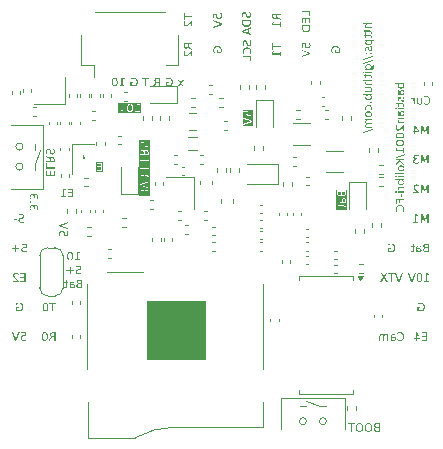
<source format=gbr>
%TF.GenerationSoftware,KiCad,Pcbnew,9.0.0-9.0.0-2~ubuntu24.04.1*%
%TF.CreationDate,2025-03-27T18:59:32+01:00*%
%TF.ProjectId,Kolibri v0.5,4b6f6c69-6272-4692-9076-302e352e6b69,rev?*%
%TF.SameCoordinates,Original*%
%TF.FileFunction,Legend,Bot*%
%TF.FilePolarity,Positive*%
%FSLAX46Y46*%
G04 Gerber Fmt 4.6, Leading zero omitted, Abs format (unit mm)*
G04 Created by KiCad (PCBNEW 9.0.0-9.0.0-2~ubuntu24.04.1) date 2025-03-27 18:59:32*
%MOMM*%
%LPD*%
G01*
G04 APERTURE LIST*
%ADD10C,0.070000*%
%ADD11C,0.120000*%
%ADD12C,0.100000*%
G04 APERTURE END LIST*
G36*
X93800000Y-106750000D02*
G01*
X98800000Y-106750000D01*
X98800000Y-111750000D01*
X93800000Y-111750000D01*
X93800000Y-106750000D01*
G37*
D10*
G36*
X117686640Y-105048934D02*
G01*
X117528835Y-105048934D01*
X117528835Y-104504565D01*
X117700532Y-104540127D01*
X117700532Y-104452591D01*
X117529818Y-104417029D01*
X117433220Y-104417029D01*
X117433220Y-105048934D01*
X117275415Y-105048934D01*
X117275415Y-105131000D01*
X117686640Y-105131000D01*
X117686640Y-105048934D01*
G37*
G36*
X116920873Y-104407387D02*
G01*
X116961777Y-104418953D01*
X116997649Y-104437694D01*
X117029313Y-104463876D01*
X117057214Y-104498368D01*
X117082875Y-104546305D01*
X117102733Y-104606499D01*
X117115795Y-104681503D01*
X117120559Y-104774271D01*
X117115801Y-104866747D01*
X117102747Y-104941595D01*
X117082891Y-105001738D01*
X117057214Y-105049703D01*
X117029315Y-105084177D01*
X116997653Y-105110347D01*
X116961781Y-105129081D01*
X116920875Y-105140642D01*
X116873806Y-105144677D01*
X116826736Y-105140642D01*
X116785836Y-105129079D01*
X116749973Y-105110346D01*
X116718323Y-105084176D01*
X116690441Y-105049703D01*
X116664746Y-105001735D01*
X116644876Y-104941591D01*
X116631815Y-104866744D01*
X116627054Y-104774271D01*
X116723652Y-104774271D01*
X116726590Y-104850697D01*
X116734543Y-104911175D01*
X116746379Y-104958368D01*
X116761222Y-104994651D01*
X116783260Y-105027856D01*
X116808874Y-105050204D01*
X116838606Y-105063488D01*
X116873806Y-105068083D01*
X116908759Y-105063501D01*
X116938348Y-105050237D01*
X116963906Y-105027892D01*
X116985963Y-104994651D01*
X117000788Y-104958370D01*
X117012611Y-104911179D01*
X117020555Y-104850700D01*
X117023490Y-104774271D01*
X117020551Y-104697548D01*
X117012600Y-104636915D01*
X117000777Y-104589674D01*
X116985963Y-104553420D01*
X116963903Y-104520157D01*
X116938344Y-104497799D01*
X116908756Y-104484530D01*
X116873806Y-104479946D01*
X116838609Y-104484542D01*
X116808878Y-104497832D01*
X116783263Y-104520193D01*
X116761222Y-104553420D01*
X116746391Y-104589676D01*
X116734554Y-104636918D01*
X116726595Y-104697550D01*
X116723652Y-104774271D01*
X116627054Y-104774271D01*
X116631820Y-104681506D01*
X116644891Y-104606503D01*
X116664762Y-104546308D01*
X116690441Y-104498368D01*
X116718326Y-104463877D01*
X116749977Y-104437695D01*
X116785840Y-104418955D01*
X116826739Y-104407388D01*
X116873806Y-104403351D01*
X116920873Y-104407387D01*
G37*
G36*
X116281865Y-105131000D02*
G01*
X116554434Y-104417029D01*
X116453519Y-104417029D01*
X116227369Y-105018159D01*
X116000705Y-104417029D01*
X115900260Y-104417029D01*
X116172359Y-105131000D01*
X116281865Y-105131000D01*
G37*
G36*
X88101539Y-103246934D02*
G01*
X87943734Y-103246934D01*
X87943734Y-102702565D01*
X88115431Y-102738127D01*
X88115431Y-102650591D01*
X87944717Y-102615029D01*
X87848119Y-102615029D01*
X87848119Y-103246934D01*
X87690314Y-103246934D01*
X87690314Y-103329000D01*
X88101539Y-103329000D01*
X88101539Y-103246934D01*
G37*
G36*
X87335772Y-102605387D02*
G01*
X87376676Y-102616953D01*
X87412548Y-102635694D01*
X87444212Y-102661876D01*
X87472113Y-102696368D01*
X87497774Y-102744305D01*
X87517632Y-102804499D01*
X87530694Y-102879503D01*
X87535458Y-102972271D01*
X87530700Y-103064747D01*
X87517646Y-103139595D01*
X87497790Y-103199738D01*
X87472113Y-103247703D01*
X87444214Y-103282177D01*
X87412552Y-103308347D01*
X87376680Y-103327081D01*
X87335774Y-103338642D01*
X87288705Y-103342677D01*
X87241635Y-103338642D01*
X87200735Y-103327079D01*
X87164872Y-103308346D01*
X87133222Y-103282176D01*
X87105340Y-103247703D01*
X87079645Y-103199735D01*
X87059775Y-103139591D01*
X87046714Y-103064744D01*
X87041953Y-102972271D01*
X87138551Y-102972271D01*
X87141489Y-103048697D01*
X87149442Y-103109175D01*
X87161278Y-103156368D01*
X87176121Y-103192651D01*
X87198159Y-103225856D01*
X87223773Y-103248204D01*
X87253505Y-103261488D01*
X87288705Y-103266083D01*
X87323658Y-103261501D01*
X87353247Y-103248237D01*
X87378805Y-103225892D01*
X87400862Y-103192651D01*
X87415687Y-103156370D01*
X87427510Y-103109179D01*
X87435454Y-103048700D01*
X87438389Y-102972271D01*
X87435450Y-102895548D01*
X87427499Y-102834915D01*
X87415676Y-102787674D01*
X87400862Y-102751420D01*
X87378802Y-102718157D01*
X87353243Y-102695799D01*
X87323655Y-102682530D01*
X87288705Y-102677946D01*
X87253508Y-102682542D01*
X87223777Y-102695832D01*
X87198162Y-102718193D01*
X87176121Y-102751420D01*
X87161290Y-102787676D01*
X87149453Y-102834918D01*
X87141494Y-102895550D01*
X87138551Y-102972271D01*
X87041953Y-102972271D01*
X87046719Y-102879506D01*
X87059790Y-102804503D01*
X87079661Y-102744308D01*
X87105340Y-102696368D01*
X87133225Y-102661877D01*
X87164876Y-102635695D01*
X87200739Y-102616955D01*
X87241638Y-102605388D01*
X87288705Y-102601351D01*
X87335772Y-102605387D01*
G37*
G36*
X87797042Y-103812913D02*
G01*
X87797042Y-103905921D01*
X87851734Y-103883808D01*
X87900821Y-103868906D01*
X87949345Y-103859661D01*
X87995025Y-103856681D01*
X88046946Y-103860579D01*
X88086649Y-103871096D01*
X88116756Y-103887028D01*
X88140473Y-103910033D01*
X88154593Y-103938233D01*
X88159541Y-103973326D01*
X88156065Y-104003317D01*
X88146459Y-104026389D01*
X88131075Y-104044193D01*
X88110410Y-104057236D01*
X88076186Y-104070331D01*
X88023235Y-104082832D01*
X87964892Y-104094842D01*
X87910388Y-104108374D01*
X87866773Y-104125325D01*
X87832288Y-104145152D01*
X87805462Y-104167590D01*
X87783444Y-104195078D01*
X87767497Y-104226876D01*
X87757545Y-104263818D01*
X87754043Y-104307016D01*
X87758811Y-104358094D01*
X87772234Y-104400360D01*
X87793712Y-104435582D01*
X87823628Y-104464950D01*
X87859216Y-104486897D01*
X87903740Y-104503698D01*
X87959099Y-104514682D01*
X88027552Y-104518677D01*
X88078893Y-104515843D01*
X88135392Y-104506923D01*
X88192692Y-104492611D01*
X88253746Y-104472173D01*
X88253746Y-104373695D01*
X88194555Y-104402672D01*
X88138512Y-104422806D01*
X88082023Y-104435288D01*
X88027552Y-104439347D01*
X87973157Y-104435179D01*
X87931514Y-104423919D01*
X87899880Y-104406820D01*
X87880241Y-104388843D01*
X87866405Y-104367835D01*
X87857901Y-104343202D01*
X87854915Y-104313983D01*
X87858782Y-104280282D01*
X87869626Y-104253359D01*
X87887186Y-104231661D01*
X87910494Y-104215073D01*
X87944715Y-104200017D01*
X87993102Y-104187166D01*
X88051916Y-104175626D01*
X88107098Y-104161884D01*
X88150235Y-104145763D01*
X88183385Y-104127801D01*
X88208310Y-104108306D01*
X88228910Y-104083936D01*
X88243882Y-104055193D01*
X88253280Y-104021208D01*
X88256609Y-103980806D01*
X88252176Y-103934712D01*
X88239512Y-103895336D01*
X88218930Y-103861330D01*
X88189888Y-103831805D01*
X88155436Y-103809056D01*
X88114223Y-103792078D01*
X88064946Y-103781229D01*
X88006010Y-103777351D01*
X87955666Y-103779545D01*
X87903685Y-103786242D01*
X87851486Y-103797221D01*
X87797042Y-103812913D01*
G37*
G36*
X87249040Y-103892243D02*
G01*
X87249040Y-104157588D01*
X86982712Y-104157588D01*
X86982712Y-104239654D01*
X87249040Y-104239654D01*
X87249040Y-104505000D01*
X87329396Y-104505000D01*
X87329396Y-104239654D01*
X87595725Y-104239654D01*
X87595725Y-104157588D01*
X87329396Y-104157588D01*
X87329396Y-103892243D01*
X87249040Y-103892243D01*
G37*
G36*
X88332050Y-105681000D02*
G01*
X88075766Y-105681000D01*
X88015006Y-105677219D01*
X87965081Y-105666738D01*
X87924162Y-105650524D01*
X87890733Y-105629067D01*
X87862609Y-105600803D01*
X87842531Y-105567575D01*
X87830073Y-105528392D01*
X87825679Y-105481777D01*
X87826700Y-105471476D01*
X87927535Y-105471476D01*
X87932208Y-105513857D01*
X87944960Y-105545716D01*
X87965063Y-105569613D01*
X87992018Y-105586320D01*
X88029414Y-105597470D01*
X88080553Y-105601669D01*
X88235452Y-105601669D01*
X88235452Y-105341795D01*
X88080553Y-105341795D01*
X88029371Y-105345941D01*
X87991978Y-105356937D01*
X87965063Y-105373382D01*
X87945002Y-105396982D01*
X87932232Y-105428786D01*
X87927535Y-105471476D01*
X87826700Y-105471476D01*
X87830326Y-105434883D01*
X87843581Y-105395090D01*
X87865131Y-105360944D01*
X87894234Y-105332916D01*
X87930638Y-105311691D01*
X87975834Y-105297300D01*
X87938195Y-105287136D01*
X87908742Y-105270932D01*
X87885903Y-105248830D01*
X87869517Y-105221335D01*
X87859072Y-105187031D01*
X87856202Y-105154412D01*
X87952368Y-105154412D01*
X87956598Y-105189240D01*
X87968270Y-105215698D01*
X87987032Y-105235836D01*
X88011660Y-105249652D01*
X88045829Y-105258953D01*
X88092478Y-105262465D01*
X88235452Y-105262465D01*
X88235452Y-105046359D01*
X88092478Y-105046359D01*
X88045852Y-105049901D01*
X88011681Y-105059286D01*
X87987032Y-105073244D01*
X87968238Y-105093497D01*
X87956581Y-105119895D01*
X87952368Y-105154412D01*
X87856202Y-105154412D01*
X87855300Y-105144154D01*
X87859317Y-105102716D01*
X87870724Y-105067875D01*
X87889160Y-105038296D01*
X87915097Y-105013105D01*
X87945711Y-104994128D01*
X87983302Y-104979731D01*
X88029282Y-104970400D01*
X88085340Y-104967029D01*
X88332050Y-104967029D01*
X88332050Y-105681000D01*
G37*
G36*
X87518954Y-105133343D02*
G01*
X87564181Y-105140050D01*
X87609703Y-105150985D01*
X87657915Y-105166722D01*
X87657915Y-105248787D01*
X87616806Y-105229600D01*
X87574225Y-105215961D01*
X87530237Y-105207770D01*
X87484808Y-105205019D01*
X87437733Y-105209210D01*
X87401104Y-105220679D01*
X87372652Y-105238486D01*
X87350844Y-105263280D01*
X87337485Y-105294182D01*
X87332730Y-105333076D01*
X87332730Y-105341795D01*
X87456085Y-105341795D01*
X87517462Y-105345260D01*
X87566640Y-105354738D01*
X87605759Y-105369145D01*
X87636629Y-105387829D01*
X87662606Y-105413025D01*
X87681270Y-105443407D01*
X87692953Y-105480031D01*
X87697110Y-105524476D01*
X87693837Y-105562702D01*
X87684513Y-105595480D01*
X87669491Y-105623814D01*
X87648597Y-105648430D01*
X87623074Y-105668136D01*
X87593348Y-105682494D01*
X87558611Y-105691498D01*
X87517805Y-105694677D01*
X87474932Y-105691846D01*
X87438626Y-105683882D01*
X87407829Y-105671340D01*
X87379996Y-105653317D01*
X87355028Y-105629433D01*
X87332730Y-105598934D01*
X87332730Y-105681000D01*
X87244766Y-105681000D01*
X87244766Y-105429887D01*
X87332730Y-105429887D01*
X87335797Y-105473085D01*
X87344472Y-105509949D01*
X87358238Y-105541521D01*
X87376968Y-105568629D01*
X87400866Y-105591441D01*
X87427917Y-105607541D01*
X87458756Y-105617391D01*
X87494339Y-105620818D01*
X87528713Y-105617444D01*
X87556201Y-105608060D01*
X87578286Y-105593164D01*
X87595189Y-105572925D01*
X87605477Y-105548434D01*
X87609103Y-105518407D01*
X87606212Y-105489469D01*
X87598216Y-105466696D01*
X87585578Y-105448725D01*
X87567985Y-105434717D01*
X87538980Y-105422654D01*
X87492046Y-105413753D01*
X87420224Y-105410183D01*
X87332730Y-105410183D01*
X87332730Y-105429887D01*
X87244766Y-105429887D01*
X87244766Y-105374108D01*
X87248995Y-105312231D01*
X87260623Y-105262597D01*
X87278507Y-105222935D01*
X87302169Y-105191427D01*
X87332546Y-105166322D01*
X87370423Y-105147593D01*
X87417444Y-105135527D01*
X87475746Y-105131160D01*
X87518954Y-105133343D01*
G37*
G36*
X86976172Y-104991648D02*
G01*
X86976172Y-105144838D01*
X86794944Y-105144838D01*
X86794944Y-105213226D01*
X86976172Y-105213226D01*
X86976172Y-105504217D01*
X86973437Y-105548303D01*
X86966875Y-105574359D01*
X86958263Y-105588462D01*
X86944735Y-105597724D01*
X86921831Y-105604431D01*
X86885302Y-105607140D01*
X86794944Y-105607140D01*
X86794944Y-105681000D01*
X86885302Y-105681000D01*
X86938104Y-105677923D01*
X86977251Y-105669786D01*
X87005702Y-105657877D01*
X87025882Y-105642916D01*
X87041137Y-105622976D01*
X87053237Y-105594892D01*
X87061488Y-105556282D01*
X87064606Y-105504217D01*
X87064606Y-105213226D01*
X87129190Y-105213226D01*
X87129190Y-105144838D01*
X87064606Y-105144838D01*
X87064606Y-104991648D01*
X86976172Y-104991648D01*
G37*
G36*
X106917029Y-82236644D02*
G01*
X106917029Y-82333242D01*
X107548934Y-82333242D01*
X107548934Y-82680867D01*
X107631000Y-82680867D01*
X107631000Y-82236644D01*
X106917029Y-82236644D01*
G37*
G36*
X106917029Y-82782381D02*
G01*
X106917029Y-83233784D01*
X106999094Y-83233784D01*
X106999094Y-82878979D01*
X107209729Y-82878979D01*
X107209729Y-83218952D01*
X107291795Y-83218952D01*
X107291795Y-82878979D01*
X107548934Y-82878979D01*
X107548934Y-83242375D01*
X107631000Y-83242375D01*
X107631000Y-82782381D01*
X106917029Y-82782381D01*
G37*
G36*
X107631000Y-83599745D02*
G01*
X107626746Y-83685976D01*
X107614957Y-83757406D01*
X107596834Y-83816277D01*
X107573200Y-83864552D01*
X107544446Y-83903858D01*
X107508372Y-83937134D01*
X107464696Y-83963810D01*
X107412138Y-83983881D01*
X107349009Y-83996775D01*
X107273288Y-84001397D01*
X107197982Y-83996800D01*
X107135167Y-83983973D01*
X107082841Y-83964002D01*
X107039331Y-83937452D01*
X107003369Y-83904328D01*
X106974737Y-83865231D01*
X106951170Y-83817056D01*
X106933074Y-83758136D01*
X106921286Y-83686463D01*
X106917755Y-83614534D01*
X106996359Y-83614534D01*
X106999614Y-83675950D01*
X107008642Y-83726761D01*
X107022551Y-83768617D01*
X107040768Y-83802945D01*
X107063080Y-83830897D01*
X107090491Y-83854013D01*
X107124000Y-83872765D01*
X107164688Y-83887010D01*
X107213919Y-83896225D01*
X107273288Y-83899541D01*
X107333105Y-83896219D01*
X107382665Y-83886991D01*
X107423583Y-83872737D01*
X107457241Y-83853987D01*
X107484735Y-83830897D01*
X107507126Y-83802932D01*
X107525403Y-83768596D01*
X107539352Y-83726739D01*
X107548405Y-83675935D01*
X107551669Y-83614534D01*
X107551669Y-83497890D01*
X106996359Y-83497890D01*
X106996359Y-83614534D01*
X106917755Y-83614534D01*
X106917029Y-83599745D01*
X106917029Y-83401292D01*
X107631000Y-83401292D01*
X107631000Y-83599745D01*
G37*
G36*
X117223115Y-89477374D02*
G01*
X117223115Y-89578588D01*
X117257006Y-89550389D01*
X117291611Y-89527926D01*
X117327108Y-89510756D01*
X117364485Y-89498344D01*
X117403494Y-89490850D01*
X117444479Y-89488316D01*
X117493757Y-89491677D01*
X117536169Y-89501210D01*
X117572794Y-89516361D01*
X117604512Y-89536964D01*
X117631947Y-89563244D01*
X117658873Y-89602078D01*
X117679144Y-89649826D01*
X117692234Y-89708342D01*
X117696959Y-89779906D01*
X117692240Y-89851184D01*
X117679161Y-89909535D01*
X117658892Y-89957215D01*
X117631947Y-89996054D01*
X117604512Y-90022334D01*
X117572794Y-90042937D01*
X117536169Y-90058089D01*
X117493757Y-90067621D01*
X117444479Y-90070982D01*
X117403494Y-90068448D01*
X117364485Y-90060955D01*
X117327108Y-90048542D01*
X117291611Y-90031373D01*
X117257006Y-90008910D01*
X117223115Y-89980710D01*
X117223115Y-90081924D01*
X117275513Y-90111944D01*
X117330484Y-90133215D01*
X117388271Y-90145970D01*
X117450249Y-90150312D01*
X117515262Y-90145937D01*
X117572192Y-90133436D01*
X117622268Y-90113423D01*
X117666492Y-90086052D01*
X117705593Y-90051021D01*
X117738068Y-90010034D01*
X117763750Y-89963363D01*
X117782710Y-89910187D01*
X117794629Y-89849450D01*
X117798814Y-89779906D01*
X117794623Y-89710125D01*
X117782694Y-89649235D01*
X117763727Y-89595976D01*
X117738048Y-89549281D01*
X117705593Y-89508320D01*
X117666489Y-89473272D01*
X117622264Y-89445890D01*
X117572188Y-89425868D01*
X117515259Y-89413363D01*
X117450249Y-89408986D01*
X117387445Y-89413343D01*
X117329501Y-89426083D01*
X117274688Y-89447396D01*
X117223115Y-89477374D01*
G37*
G36*
X117086724Y-89925230D02*
G01*
X117086724Y-89600473D01*
X116998760Y-89600473D01*
X116998760Y-89921896D01*
X116994887Y-89971828D01*
X116984576Y-90008780D01*
X116969139Y-90035762D01*
X116946831Y-90056355D01*
X116917877Y-90069113D01*
X116880149Y-90073718D01*
X116845116Y-90070651D01*
X116815278Y-90061932D01*
X116789660Y-90047899D01*
X116767566Y-90028368D01*
X116750064Y-90004638D01*
X116737199Y-89976686D01*
X116729074Y-89943696D01*
X116726191Y-89904628D01*
X116726191Y-89600473D01*
X116638184Y-89600473D01*
X116638184Y-90136635D01*
X116726191Y-90136635D01*
X116726191Y-90054569D01*
X116749481Y-90085069D01*
X116774234Y-90108859D01*
X116800563Y-90126761D01*
X116829614Y-90139618D01*
X116862140Y-90147555D01*
X116898828Y-90150312D01*
X116944382Y-90146331D01*
X116981959Y-90135165D01*
X117013112Y-90117434D01*
X117038938Y-90092994D01*
X117058594Y-90063418D01*
X117073513Y-90026666D01*
X117083208Y-89981218D01*
X117086724Y-89925230D01*
G37*
G36*
X116146346Y-89682538D02*
G01*
X116178617Y-89670143D01*
X116217128Y-89666125D01*
X116253785Y-89669437D01*
X116284357Y-89678783D01*
X116310033Y-89693736D01*
X116331635Y-89714510D01*
X116348129Y-89739439D01*
X116360588Y-89770075D01*
X116368646Y-89807594D01*
X116371556Y-89853423D01*
X116371556Y-90136635D01*
X116460033Y-90136635D01*
X116460033Y-89600473D01*
X116371556Y-89600473D01*
X116371556Y-89682538D01*
X116350748Y-89652371D01*
X116326759Y-89628559D01*
X116299364Y-89610389D01*
X116268837Y-89597674D01*
X116233150Y-89589640D01*
X116191311Y-89586795D01*
X116171222Y-89588163D01*
X116146816Y-89592266D01*
X116146346Y-89682538D01*
G37*
G36*
X87574835Y-97267029D02*
G01*
X87123431Y-97267029D01*
X87123431Y-97349094D01*
X87478237Y-97349094D01*
X87478237Y-97559729D01*
X87138263Y-97559729D01*
X87138263Y-97641795D01*
X87478237Y-97641795D01*
X87478237Y-97898934D01*
X87114840Y-97898934D01*
X87114840Y-97981000D01*
X87574835Y-97981000D01*
X87574835Y-97267029D01*
G37*
G36*
X86930577Y-97898934D02*
G01*
X86772772Y-97898934D01*
X86772772Y-97354565D01*
X86944468Y-97390127D01*
X86944468Y-97302591D01*
X86773755Y-97267029D01*
X86677157Y-97267029D01*
X86677157Y-97898934D01*
X86519351Y-97898934D01*
X86519351Y-97981000D01*
X86930577Y-97981000D01*
X86930577Y-97898934D01*
G37*
G36*
X104417029Y-84936432D02*
G01*
X104417029Y-85540383D01*
X104499094Y-85540383D01*
X104499094Y-85286920D01*
X105131000Y-85286920D01*
X105131000Y-85189852D01*
X104499094Y-85189852D01*
X104499094Y-84936432D01*
X104417029Y-84936432D01*
G37*
G36*
X105048934Y-85659165D02*
G01*
X105048934Y-85816970D01*
X104504565Y-85816970D01*
X104540127Y-85645273D01*
X104452591Y-85645273D01*
X104417029Y-85815987D01*
X104417029Y-85912585D01*
X105048934Y-85912585D01*
X105048934Y-86070390D01*
X105131000Y-86070390D01*
X105131000Y-85659165D01*
X105048934Y-85659165D01*
G37*
G36*
X86055609Y-110131000D02*
G01*
X85959011Y-110131000D01*
X85959011Y-109830092D01*
X85853821Y-109830092D01*
X85816186Y-109833031D01*
X85786537Y-109841076D01*
X85763250Y-109853472D01*
X85743497Y-109871379D01*
X85720784Y-109901577D01*
X85694605Y-109948361D01*
X85603265Y-110131000D01*
X85499486Y-110131000D01*
X85597537Y-109936436D01*
X85628675Y-109880340D01*
X85656607Y-109842017D01*
X85687690Y-109812692D01*
X85717088Y-109797138D01*
X85679520Y-109782121D01*
X85649557Y-109761545D01*
X85626004Y-109735289D01*
X85609061Y-109704160D01*
X85598439Y-109667225D01*
X85594674Y-109623133D01*
X85594678Y-109623090D01*
X85696486Y-109623090D01*
X85700882Y-109663491D01*
X85712972Y-109694512D01*
X85732133Y-109718363D01*
X85757806Y-109735485D01*
X85792089Y-109746636D01*
X85837579Y-109750762D01*
X85959011Y-109750762D01*
X85959011Y-109496359D01*
X85837579Y-109496359D01*
X85792048Y-109500434D01*
X85757767Y-109511432D01*
X85732133Y-109528288D01*
X85712990Y-109551855D01*
X85700893Y-109582701D01*
X85696486Y-109623090D01*
X85594678Y-109623090D01*
X85598948Y-109571696D01*
X85610837Y-109529917D01*
X85629507Y-109495916D01*
X85654940Y-109468320D01*
X85686004Y-109447402D01*
X85725472Y-109431381D01*
X85775234Y-109420870D01*
X85837579Y-109417029D01*
X86055609Y-109417029D01*
X86055609Y-110131000D01*
G37*
G36*
X85207049Y-109407387D02*
G01*
X85247953Y-109418953D01*
X85283825Y-109437694D01*
X85315489Y-109463876D01*
X85343390Y-109498368D01*
X85369051Y-109546305D01*
X85388909Y-109606499D01*
X85401971Y-109681503D01*
X85406735Y-109774271D01*
X85401977Y-109866747D01*
X85388923Y-109941595D01*
X85369067Y-110001738D01*
X85343390Y-110049703D01*
X85315491Y-110084177D01*
X85283829Y-110110347D01*
X85247957Y-110129081D01*
X85207052Y-110140642D01*
X85159982Y-110144677D01*
X85112912Y-110140642D01*
X85072012Y-110129079D01*
X85036149Y-110110346D01*
X85004500Y-110084176D01*
X84976617Y-110049703D01*
X84950922Y-110001735D01*
X84931052Y-109941591D01*
X84917991Y-109866744D01*
X84913230Y-109774271D01*
X85009828Y-109774271D01*
X85012767Y-109850697D01*
X85020719Y-109911175D01*
X85032555Y-109958368D01*
X85047399Y-109994651D01*
X85069436Y-110027856D01*
X85095050Y-110050204D01*
X85124782Y-110063488D01*
X85159982Y-110068083D01*
X85194935Y-110063501D01*
X85224524Y-110050237D01*
X85250082Y-110027892D01*
X85272139Y-109994651D01*
X85286964Y-109958370D01*
X85298787Y-109911179D01*
X85306731Y-109850700D01*
X85309667Y-109774271D01*
X85306727Y-109697548D01*
X85298776Y-109636915D01*
X85286953Y-109589674D01*
X85272139Y-109553420D01*
X85250079Y-109520157D01*
X85224520Y-109497799D01*
X85194932Y-109484530D01*
X85159982Y-109479946D01*
X85124785Y-109484542D01*
X85095054Y-109497832D01*
X85069439Y-109520193D01*
X85047399Y-109553420D01*
X85032567Y-109589676D01*
X85020730Y-109636918D01*
X85012771Y-109697550D01*
X85009828Y-109774271D01*
X84913230Y-109774271D01*
X84917996Y-109681506D01*
X84931067Y-109606503D01*
X84950938Y-109546308D01*
X84976617Y-109498368D01*
X85004502Y-109463877D01*
X85036153Y-109437695D01*
X85072016Y-109418955D01*
X85112915Y-109407388D01*
X85159982Y-109403351D01*
X85207049Y-109407387D01*
G37*
G36*
X117524835Y-109417029D02*
G01*
X117073431Y-109417029D01*
X117073431Y-109499094D01*
X117428237Y-109499094D01*
X117428237Y-109709729D01*
X117088263Y-109709729D01*
X117088263Y-109791795D01*
X117428237Y-109791795D01*
X117428237Y-110048934D01*
X117064840Y-110048934D01*
X117064840Y-110131000D01*
X117524835Y-110131000D01*
X117524835Y-109417029D01*
G37*
G36*
X116954222Y-109868347D02*
G01*
X116954222Y-109961397D01*
X116631944Y-109961397D01*
X116631944Y-110131000D01*
X116535816Y-110131000D01*
X116535816Y-109961397D01*
X116433961Y-109961397D01*
X116433961Y-109882067D01*
X116535816Y-109882067D01*
X116631944Y-109882067D01*
X116875790Y-109882067D01*
X116631944Y-109501146D01*
X116631944Y-109882067D01*
X116535816Y-109882067D01*
X116535816Y-109417029D01*
X116657290Y-109417029D01*
X116954222Y-109868347D01*
G37*
G36*
X101888913Y-82759573D02*
G01*
X101981921Y-82759573D01*
X101959808Y-82704881D01*
X101944906Y-82655794D01*
X101935661Y-82607270D01*
X101932681Y-82561590D01*
X101936579Y-82509669D01*
X101947096Y-82469966D01*
X101963028Y-82439859D01*
X101986033Y-82416142D01*
X102014233Y-82402022D01*
X102049326Y-82397074D01*
X102079317Y-82400550D01*
X102102389Y-82410156D01*
X102120193Y-82425540D01*
X102133236Y-82446205D01*
X102146331Y-82480429D01*
X102158832Y-82533380D01*
X102170842Y-82591723D01*
X102184374Y-82646227D01*
X102201325Y-82689842D01*
X102221152Y-82724327D01*
X102243590Y-82751153D01*
X102271078Y-82773171D01*
X102302876Y-82789118D01*
X102339818Y-82799070D01*
X102383016Y-82802572D01*
X102434094Y-82797804D01*
X102476360Y-82784381D01*
X102511582Y-82762903D01*
X102540950Y-82732987D01*
X102562897Y-82697399D01*
X102579698Y-82652875D01*
X102590682Y-82597516D01*
X102594677Y-82529063D01*
X102591843Y-82477722D01*
X102582923Y-82421223D01*
X102568611Y-82363923D01*
X102548173Y-82302869D01*
X102449695Y-82302869D01*
X102478672Y-82362060D01*
X102498806Y-82418103D01*
X102511288Y-82474592D01*
X102515347Y-82529063D01*
X102511179Y-82583458D01*
X102499919Y-82625101D01*
X102482820Y-82656735D01*
X102464843Y-82676374D01*
X102443835Y-82690210D01*
X102419202Y-82698714D01*
X102389983Y-82701700D01*
X102356282Y-82697833D01*
X102329359Y-82686989D01*
X102307661Y-82669429D01*
X102291073Y-82646121D01*
X102276017Y-82611900D01*
X102263166Y-82563513D01*
X102251626Y-82504699D01*
X102237884Y-82449517D01*
X102221763Y-82406380D01*
X102203801Y-82373230D01*
X102184306Y-82348305D01*
X102159936Y-82327705D01*
X102131193Y-82312733D01*
X102097208Y-82303335D01*
X102056806Y-82300006D01*
X102010712Y-82304439D01*
X101971336Y-82317103D01*
X101937330Y-82337685D01*
X101907805Y-82366727D01*
X101885056Y-82401179D01*
X101868078Y-82442392D01*
X101857229Y-82491669D01*
X101853351Y-82550605D01*
X101855545Y-82600949D01*
X101862242Y-82652930D01*
X101873221Y-82705129D01*
X101888913Y-82759573D01*
G37*
G36*
X102581000Y-83151693D02*
G01*
X102576746Y-83237924D01*
X102564957Y-83309354D01*
X102546834Y-83368224D01*
X102523200Y-83416499D01*
X102494446Y-83455806D01*
X102458372Y-83489081D01*
X102414696Y-83515758D01*
X102362138Y-83535828D01*
X102299009Y-83548722D01*
X102223288Y-83553344D01*
X102147982Y-83548748D01*
X102085167Y-83535921D01*
X102032841Y-83515949D01*
X101989331Y-83489399D01*
X101953369Y-83456276D01*
X101924737Y-83417178D01*
X101901170Y-83369003D01*
X101883074Y-83310083D01*
X101871286Y-83238410D01*
X101867755Y-83166482D01*
X101946359Y-83166482D01*
X101949614Y-83227897D01*
X101958642Y-83278708D01*
X101972551Y-83320564D01*
X101990768Y-83354892D01*
X102013080Y-83382844D01*
X102040491Y-83405960D01*
X102074000Y-83424712D01*
X102114688Y-83438957D01*
X102163919Y-83448172D01*
X102223288Y-83451489D01*
X102283105Y-83448166D01*
X102332665Y-83438939D01*
X102373583Y-83424684D01*
X102407241Y-83405935D01*
X102434735Y-83382844D01*
X102457126Y-83354879D01*
X102475403Y-83320544D01*
X102489352Y-83278686D01*
X102498405Y-83227882D01*
X102501669Y-83166482D01*
X102501669Y-83049837D01*
X101946359Y-83049837D01*
X101946359Y-83166482D01*
X101867755Y-83166482D01*
X101867029Y-83151693D01*
X101867029Y-82953239D01*
X102581000Y-82953239D01*
X102581000Y-83151693D01*
G37*
G36*
X102581000Y-83703840D02*
G01*
X102397720Y-83768852D01*
X102397720Y-84090703D01*
X102581000Y-84155714D01*
X102581000Y-84256159D01*
X101867029Y-83984060D01*
X101867029Y-83929051D01*
X101962387Y-83929051D01*
X102318390Y-84060569D01*
X102318390Y-83798045D01*
X101962387Y-83929051D01*
X101867029Y-83929051D01*
X101867029Y-83874554D01*
X102581000Y-83601985D01*
X102581000Y-83703840D01*
G37*
G36*
X114296630Y-102529187D02*
G01*
X114296630Y-102338299D01*
X114454436Y-102338299D01*
X114454436Y-102258969D01*
X114201015Y-102258969D01*
X114201015Y-102564407D01*
X114239460Y-102588625D01*
X114280504Y-102608595D01*
X114324413Y-102624374D01*
X114393364Y-102639498D01*
X114468327Y-102644677D01*
X114535765Y-102640310D01*
X114594479Y-102627875D01*
X114645771Y-102608056D01*
X114690719Y-102581099D01*
X114730125Y-102546797D01*
X114762911Y-102506366D01*
X114788895Y-102459911D01*
X114808134Y-102406543D01*
X114820268Y-102345116D01*
X114824543Y-102274271D01*
X114820263Y-102203190D01*
X114808119Y-102141606D01*
X114788873Y-102088146D01*
X114762892Y-102041654D01*
X114730125Y-102001232D01*
X114690720Y-101966931D01*
X114645769Y-101939974D01*
X114594469Y-101920155D01*
X114535742Y-101907718D01*
X114468284Y-101903351D01*
X114399671Y-101907761D01*
X114335611Y-101920705D01*
X114274931Y-101942230D01*
X114219651Y-101971739D01*
X114219651Y-102075689D01*
X114256688Y-102046992D01*
X114294570Y-102023907D01*
X114333474Y-102006061D01*
X114374178Y-101993107D01*
X114416298Y-101985309D01*
X114460163Y-101982681D01*
X114513480Y-101986066D01*
X114558656Y-101995585D01*
X114596967Y-102010547D01*
X114629469Y-102030639D01*
X114656950Y-102055942D01*
X114684024Y-102093997D01*
X114704524Y-102141602D01*
X114717848Y-102200838D01*
X114722688Y-102274271D01*
X114717855Y-102347417D01*
X114704541Y-102406489D01*
X114684043Y-102454027D01*
X114656950Y-102492086D01*
X114629452Y-102517392D01*
X114596939Y-102537485D01*
X114558626Y-102552446D01*
X114513458Y-102561964D01*
X114460163Y-102565347D01*
X114410447Y-102563017D01*
X114368865Y-102556542D01*
X114330253Y-102545124D01*
X114296630Y-102529187D01*
G37*
G36*
X117638017Y-99417029D02*
G01*
X117494103Y-99417029D01*
X117311891Y-99903310D01*
X117128782Y-99417029D01*
X116984826Y-99417029D01*
X116984826Y-100131000D01*
X117079030Y-100131000D01*
X117079030Y-99504138D01*
X117263122Y-99994224D01*
X117360190Y-99994224D01*
X117544325Y-99504138D01*
X117544325Y-100131000D01*
X117638017Y-100131000D01*
X117638017Y-99417029D01*
G37*
G36*
X116767395Y-100048934D02*
G01*
X116609589Y-100048934D01*
X116609589Y-99504565D01*
X116781286Y-99540127D01*
X116781286Y-99452591D01*
X116610572Y-99417029D01*
X116513974Y-99417029D01*
X116513974Y-100048934D01*
X116356169Y-100048934D01*
X116356169Y-100131000D01*
X116767395Y-100131000D01*
X116767395Y-100048934D01*
G37*
G36*
X99417029Y-82459051D02*
G01*
X99417029Y-82838262D01*
X99499094Y-82838262D01*
X99499094Y-82547528D01*
X99672244Y-82547528D01*
X99661388Y-82589587D01*
X99657755Y-82631688D01*
X99662295Y-82691128D01*
X99675125Y-82741512D01*
X99695519Y-82784412D01*
X99723407Y-82821037D01*
X99758370Y-82851069D01*
X99798866Y-82872694D01*
X99845981Y-82886147D01*
X99901216Y-82890878D01*
X99958162Y-82885962D01*
X100005991Y-82872071D01*
X100046423Y-82849871D01*
X100080692Y-82819157D01*
X100107449Y-82781817D01*
X100127374Y-82736758D01*
X100140113Y-82682430D01*
X100144677Y-82616899D01*
X100142819Y-82571791D01*
X100137154Y-82525302D01*
X100127887Y-82478483D01*
X100114586Y-82428960D01*
X100018843Y-82428960D01*
X100038181Y-82472853D01*
X100051798Y-82517907D01*
X100059854Y-82564644D01*
X100062612Y-82614976D01*
X100059588Y-82656223D01*
X100051063Y-82691127D01*
X100037559Y-82720764D01*
X100019185Y-82745981D01*
X99995907Y-82766831D01*
X99969013Y-82781769D01*
X99937786Y-82791029D01*
X99901216Y-82794280D01*
X99864645Y-82791028D01*
X99833427Y-82781768D01*
X99806547Y-82766830D01*
X99783289Y-82745981D01*
X99764898Y-82720762D01*
X99751380Y-82691118D01*
X99742846Y-82656201D01*
X99739820Y-82614933D01*
X99741979Y-82576350D01*
X99748497Y-82537697D01*
X99759346Y-82499357D01*
X99775382Y-82459051D01*
X99417029Y-82459051D01*
G37*
G36*
X100131000Y-83256626D02*
G01*
X99417029Y-82984057D01*
X99417029Y-83084972D01*
X100018159Y-83311123D01*
X99417029Y-83537786D01*
X99417029Y-83638231D01*
X100131000Y-83366132D01*
X100131000Y-83256626D01*
G37*
G36*
X83197042Y-101938913D02*
G01*
X83197042Y-102031921D01*
X83251734Y-102009808D01*
X83300821Y-101994906D01*
X83349345Y-101985661D01*
X83395025Y-101982681D01*
X83446946Y-101986579D01*
X83486649Y-101997096D01*
X83516756Y-102013028D01*
X83540473Y-102036033D01*
X83554593Y-102064233D01*
X83559541Y-102099326D01*
X83556065Y-102129317D01*
X83546459Y-102152389D01*
X83531075Y-102170193D01*
X83510410Y-102183236D01*
X83476186Y-102196331D01*
X83423235Y-102208832D01*
X83364892Y-102220842D01*
X83310388Y-102234374D01*
X83266773Y-102251325D01*
X83232288Y-102271152D01*
X83205462Y-102293590D01*
X83183444Y-102321078D01*
X83167497Y-102352876D01*
X83157545Y-102389818D01*
X83154043Y-102433016D01*
X83158811Y-102484094D01*
X83172234Y-102526360D01*
X83193712Y-102561582D01*
X83223628Y-102590950D01*
X83259216Y-102612897D01*
X83303740Y-102629698D01*
X83359099Y-102640682D01*
X83427552Y-102644677D01*
X83478893Y-102641843D01*
X83535392Y-102632923D01*
X83592692Y-102618611D01*
X83653746Y-102598173D01*
X83653746Y-102499695D01*
X83594555Y-102528672D01*
X83538512Y-102548806D01*
X83482023Y-102561288D01*
X83427552Y-102565347D01*
X83373157Y-102561179D01*
X83331514Y-102549919D01*
X83299880Y-102532820D01*
X83280241Y-102514843D01*
X83266405Y-102493835D01*
X83257901Y-102469202D01*
X83254915Y-102439983D01*
X83258782Y-102406282D01*
X83269626Y-102379359D01*
X83287186Y-102357661D01*
X83310494Y-102341073D01*
X83344715Y-102326017D01*
X83393102Y-102313166D01*
X83451916Y-102301626D01*
X83507098Y-102287884D01*
X83550235Y-102271763D01*
X83583385Y-102253801D01*
X83608310Y-102234306D01*
X83628910Y-102209936D01*
X83643882Y-102181193D01*
X83653280Y-102147208D01*
X83656609Y-102106806D01*
X83652176Y-102060712D01*
X83639512Y-102021336D01*
X83618930Y-101987330D01*
X83589888Y-101957805D01*
X83555436Y-101935056D01*
X83514223Y-101918078D01*
X83464946Y-101907229D01*
X83406010Y-101903351D01*
X83355666Y-101905545D01*
X83303685Y-101912242D01*
X83251486Y-101923221D01*
X83197042Y-101938913D01*
G37*
G36*
X82649040Y-102018243D02*
G01*
X82649040Y-102283588D01*
X82382712Y-102283588D01*
X82382712Y-102365654D01*
X82649040Y-102365654D01*
X82649040Y-102631000D01*
X82729396Y-102631000D01*
X82729396Y-102365654D01*
X82995725Y-102365654D01*
X82995725Y-102283588D01*
X82729396Y-102283588D01*
X82729396Y-102018243D01*
X82649040Y-102018243D01*
G37*
G36*
X85982970Y-96187249D02*
G01*
X85982970Y-95735845D01*
X85900905Y-95735845D01*
X85900905Y-96090651D01*
X85690270Y-96090651D01*
X85690270Y-95750677D01*
X85608204Y-95750677D01*
X85608204Y-96090651D01*
X85351065Y-96090651D01*
X85351065Y-95727254D01*
X85269000Y-95727254D01*
X85269000Y-96187249D01*
X85982970Y-96187249D01*
G37*
G36*
X85982970Y-95568337D02*
G01*
X85982970Y-95471739D01*
X85351065Y-95471739D01*
X85351065Y-95124114D01*
X85269000Y-95124114D01*
X85269000Y-95568337D01*
X85982970Y-95568337D01*
G37*
G36*
X85463563Y-94564530D02*
G01*
X85519659Y-94595668D01*
X85557982Y-94623600D01*
X85587307Y-94654682D01*
X85602861Y-94684080D01*
X85617878Y-94646512D01*
X85638454Y-94616549D01*
X85664710Y-94592996D01*
X85695839Y-94576053D01*
X85732774Y-94565432D01*
X85776866Y-94561666D01*
X85828303Y-94565941D01*
X85870082Y-94577829D01*
X85904083Y-94596499D01*
X85931679Y-94621933D01*
X85952597Y-94652997D01*
X85968618Y-94692464D01*
X85979129Y-94742227D01*
X85982970Y-94804572D01*
X85982970Y-95022601D01*
X85269000Y-95022601D01*
X85269000Y-94926003D01*
X85569907Y-94926003D01*
X85569907Y-94820814D01*
X85568639Y-94804572D01*
X85649237Y-94804572D01*
X85649237Y-94926003D01*
X85903640Y-94926003D01*
X85903640Y-94804572D01*
X85899565Y-94759040D01*
X85888567Y-94724759D01*
X85871711Y-94699126D01*
X85848144Y-94679982D01*
X85817298Y-94667886D01*
X85776909Y-94663479D01*
X85736508Y-94667874D01*
X85705487Y-94679964D01*
X85681636Y-94699126D01*
X85664514Y-94724798D01*
X85653363Y-94759081D01*
X85649237Y-94804572D01*
X85568639Y-94804572D01*
X85566968Y-94783178D01*
X85558923Y-94753529D01*
X85546527Y-94730242D01*
X85528620Y-94710489D01*
X85498422Y-94687776D01*
X85451638Y-94661598D01*
X85269000Y-94570257D01*
X85269000Y-94466478D01*
X85463563Y-94564530D01*
G37*
G36*
X85961086Y-93914160D02*
G01*
X85868078Y-93914160D01*
X85890191Y-93968852D01*
X85905093Y-94017939D01*
X85914338Y-94066463D01*
X85917318Y-94112143D01*
X85913420Y-94164064D01*
X85902903Y-94203767D01*
X85886971Y-94233874D01*
X85863966Y-94257591D01*
X85835766Y-94271711D01*
X85800673Y-94276659D01*
X85770682Y-94273183D01*
X85747610Y-94263576D01*
X85729806Y-94248192D01*
X85716763Y-94227528D01*
X85703668Y-94193304D01*
X85691167Y-94140353D01*
X85679157Y-94082010D01*
X85665625Y-94027505D01*
X85648674Y-93983891D01*
X85628847Y-93949406D01*
X85606409Y-93922580D01*
X85578921Y-93900562D01*
X85547123Y-93884615D01*
X85510181Y-93874663D01*
X85466983Y-93871161D01*
X85415905Y-93875928D01*
X85373639Y-93889352D01*
X85338417Y-93910830D01*
X85309049Y-93940746D01*
X85287102Y-93976334D01*
X85270301Y-94020858D01*
X85259317Y-94076217D01*
X85255322Y-94144670D01*
X85258156Y-94196011D01*
X85267076Y-94252509D01*
X85281388Y-94309810D01*
X85301826Y-94370863D01*
X85400304Y-94370863D01*
X85371327Y-94311673D01*
X85351193Y-94255630D01*
X85338711Y-94199141D01*
X85334652Y-94144670D01*
X85338820Y-94090274D01*
X85350080Y-94048632D01*
X85367179Y-94016998D01*
X85385156Y-93997359D01*
X85406164Y-93983523D01*
X85430797Y-93975018D01*
X85460016Y-93972033D01*
X85493717Y-93975900D01*
X85520640Y-93986743D01*
X85542338Y-94004304D01*
X85558926Y-94027612D01*
X85573982Y-94061833D01*
X85586833Y-94110220D01*
X85598373Y-94169033D01*
X85612115Y-94224216D01*
X85628236Y-94267353D01*
X85646198Y-94300503D01*
X85665693Y-94325428D01*
X85690063Y-94346028D01*
X85718806Y-94361000D01*
X85752791Y-94370398D01*
X85793193Y-94373727D01*
X85839287Y-94369294D01*
X85878663Y-94356629D01*
X85912669Y-94336048D01*
X85942194Y-94307006D01*
X85964943Y-94272554D01*
X85981921Y-94231341D01*
X85992770Y-94182064D01*
X85996648Y-94123128D01*
X85994454Y-94072784D01*
X85987757Y-94020802D01*
X85976778Y-93968604D01*
X85961086Y-93914160D01*
G37*
G36*
X92408756Y-90134530D02*
G01*
X92438344Y-90147799D01*
X92463903Y-90170157D01*
X92485963Y-90203420D01*
X92500777Y-90239674D01*
X92512600Y-90286915D01*
X92520551Y-90347548D01*
X92523490Y-90424271D01*
X92520555Y-90500700D01*
X92512611Y-90561179D01*
X92500788Y-90608370D01*
X92485963Y-90644651D01*
X92463906Y-90677892D01*
X92438348Y-90700237D01*
X92408759Y-90713501D01*
X92373806Y-90718083D01*
X92338606Y-90713488D01*
X92308874Y-90700204D01*
X92283260Y-90677856D01*
X92261222Y-90644651D01*
X92246379Y-90608368D01*
X92234543Y-90561175D01*
X92226590Y-90500697D01*
X92223652Y-90424271D01*
X92226595Y-90347550D01*
X92234554Y-90286918D01*
X92246391Y-90239676D01*
X92261222Y-90203420D01*
X92283263Y-90170193D01*
X92308878Y-90147832D01*
X92338609Y-90134542D01*
X92373806Y-90129946D01*
X92408756Y-90134530D01*
G37*
G36*
X93278310Y-90872455D02*
G01*
X91322482Y-90872455D01*
X91322482Y-90067029D01*
X91400260Y-90067029D01*
X91672359Y-90781000D01*
X91781865Y-90781000D01*
X91918052Y-90424271D01*
X92127054Y-90424271D01*
X92131815Y-90516744D01*
X92144876Y-90591591D01*
X92164746Y-90651735D01*
X92190441Y-90699703D01*
X92218323Y-90734176D01*
X92249973Y-90760346D01*
X92285836Y-90779079D01*
X92326736Y-90790642D01*
X92373806Y-90794677D01*
X92420875Y-90790642D01*
X92461781Y-90779081D01*
X92497653Y-90760347D01*
X92529315Y-90734177D01*
X92557214Y-90699703D01*
X92557626Y-90698934D01*
X92775415Y-90698934D01*
X92775415Y-90781000D01*
X93186640Y-90781000D01*
X93186640Y-90698934D01*
X93028835Y-90698934D01*
X93028835Y-90154565D01*
X93200532Y-90190127D01*
X93200532Y-90102591D01*
X93029818Y-90067029D01*
X92933220Y-90067029D01*
X92933220Y-90698934D01*
X92775415Y-90698934D01*
X92557626Y-90698934D01*
X92582891Y-90651738D01*
X92602747Y-90591595D01*
X92615801Y-90516747D01*
X92620559Y-90424271D01*
X92615795Y-90331503D01*
X92602733Y-90256499D01*
X92582875Y-90196305D01*
X92557214Y-90148368D01*
X92529313Y-90113876D01*
X92497649Y-90087694D01*
X92461777Y-90068953D01*
X92420873Y-90057387D01*
X92373806Y-90053351D01*
X92326739Y-90057388D01*
X92285840Y-90068955D01*
X92249977Y-90087695D01*
X92218326Y-90113877D01*
X92190441Y-90148368D01*
X92164762Y-90196308D01*
X92144891Y-90256503D01*
X92131820Y-90331506D01*
X92127054Y-90424271D01*
X91918052Y-90424271D01*
X92054434Y-90067029D01*
X91953519Y-90067029D01*
X91727369Y-90668159D01*
X91500705Y-90067029D01*
X91400260Y-90067029D01*
X91322482Y-90067029D01*
X91322482Y-89975573D01*
X93278310Y-89975573D01*
X93278310Y-90872455D01*
G37*
G36*
X100029187Y-85703369D02*
G01*
X99838299Y-85703369D01*
X99838299Y-85545563D01*
X99758969Y-85545563D01*
X99758969Y-85798984D01*
X100064407Y-85798984D01*
X100088625Y-85760539D01*
X100108595Y-85719495D01*
X100124374Y-85675586D01*
X100139498Y-85606635D01*
X100144677Y-85531672D01*
X100140310Y-85464234D01*
X100127875Y-85405520D01*
X100108056Y-85354228D01*
X100081099Y-85309280D01*
X100046797Y-85269874D01*
X100006366Y-85237088D01*
X99959911Y-85211104D01*
X99906543Y-85191865D01*
X99845116Y-85179731D01*
X99774271Y-85175456D01*
X99703190Y-85179736D01*
X99641606Y-85191880D01*
X99588146Y-85211126D01*
X99541654Y-85237107D01*
X99501232Y-85269874D01*
X99466931Y-85309279D01*
X99439974Y-85354230D01*
X99420155Y-85405530D01*
X99407718Y-85464257D01*
X99403351Y-85531715D01*
X99407761Y-85600328D01*
X99420705Y-85664388D01*
X99442230Y-85725068D01*
X99471739Y-85780348D01*
X99575689Y-85780348D01*
X99546992Y-85743311D01*
X99523907Y-85705429D01*
X99506061Y-85666525D01*
X99493107Y-85625821D01*
X99485309Y-85583701D01*
X99482681Y-85539836D01*
X99486066Y-85486519D01*
X99495585Y-85441343D01*
X99510547Y-85403032D01*
X99530639Y-85370530D01*
X99555942Y-85343049D01*
X99593997Y-85315975D01*
X99641602Y-85295475D01*
X99700838Y-85282151D01*
X99774271Y-85277311D01*
X99847417Y-85282144D01*
X99906489Y-85295458D01*
X99954027Y-85315956D01*
X99992086Y-85343049D01*
X100017392Y-85370547D01*
X100037485Y-85403060D01*
X100052446Y-85441373D01*
X100061964Y-85486541D01*
X100065347Y-85539836D01*
X100063017Y-85589552D01*
X100056542Y-85631134D01*
X100045124Y-85669746D01*
X100029187Y-85703369D01*
G37*
G36*
X117638017Y-91917029D02*
G01*
X117494103Y-91917029D01*
X117311891Y-92403310D01*
X117128782Y-91917029D01*
X116984826Y-91917029D01*
X116984826Y-92631000D01*
X117079030Y-92631000D01*
X117079030Y-92004138D01*
X117263122Y-92494224D01*
X117360190Y-92494224D01*
X117544325Y-92004138D01*
X117544325Y-92631000D01*
X117638017Y-92631000D01*
X117638017Y-91917029D01*
G37*
G36*
X116841040Y-92368347D02*
G01*
X116841040Y-92461397D01*
X116518762Y-92461397D01*
X116518762Y-92631000D01*
X116422634Y-92631000D01*
X116422634Y-92461397D01*
X116320778Y-92461397D01*
X116320778Y-92382067D01*
X116422634Y-92382067D01*
X116518762Y-92382067D01*
X116762608Y-92382067D01*
X116518762Y-92001146D01*
X116518762Y-92382067D01*
X116422634Y-92382067D01*
X116422634Y-91917029D01*
X116544108Y-91917029D01*
X116841040Y-92368347D01*
G37*
G36*
X113501038Y-117831000D02*
G01*
X113244754Y-117831000D01*
X113183994Y-117827219D01*
X113134069Y-117816738D01*
X113093150Y-117800524D01*
X113059721Y-117779067D01*
X113031597Y-117750803D01*
X113011519Y-117717575D01*
X112999061Y-117678392D01*
X112994667Y-117631777D01*
X112995688Y-117621476D01*
X113096523Y-117621476D01*
X113101196Y-117663857D01*
X113113948Y-117695716D01*
X113134051Y-117719613D01*
X113161006Y-117736320D01*
X113198402Y-117747470D01*
X113249541Y-117751669D01*
X113404440Y-117751669D01*
X113404440Y-117491795D01*
X113249541Y-117491795D01*
X113198359Y-117495941D01*
X113160966Y-117506937D01*
X113134051Y-117523382D01*
X113113990Y-117546982D01*
X113101220Y-117578786D01*
X113096523Y-117621476D01*
X112995688Y-117621476D01*
X112999314Y-117584883D01*
X113012569Y-117545090D01*
X113034119Y-117510944D01*
X113063222Y-117482916D01*
X113099626Y-117461691D01*
X113144822Y-117447300D01*
X113107183Y-117437136D01*
X113077730Y-117420932D01*
X113054891Y-117398830D01*
X113038505Y-117371335D01*
X113028060Y-117337031D01*
X113025190Y-117304412D01*
X113121356Y-117304412D01*
X113125586Y-117339240D01*
X113137258Y-117365698D01*
X113156020Y-117385836D01*
X113180648Y-117399652D01*
X113214817Y-117408953D01*
X113261466Y-117412465D01*
X113404440Y-117412465D01*
X113404440Y-117196359D01*
X113261466Y-117196359D01*
X113214840Y-117199901D01*
X113180669Y-117209286D01*
X113156020Y-117223244D01*
X113137226Y-117243497D01*
X113125569Y-117269895D01*
X113121356Y-117304412D01*
X113025190Y-117304412D01*
X113024288Y-117294154D01*
X113028305Y-117252716D01*
X113039712Y-117217875D01*
X113058148Y-117188296D01*
X113084085Y-117163105D01*
X113114699Y-117144128D01*
X113152290Y-117129731D01*
X113198270Y-117120400D01*
X113254328Y-117117029D01*
X113501038Y-117117029D01*
X113501038Y-117831000D01*
G37*
G36*
X112616633Y-117107682D02*
G01*
X112669670Y-117120140D01*
X112716967Y-117140268D01*
X112759391Y-117168087D01*
X112797539Y-117204095D01*
X112828962Y-117245518D01*
X112853817Y-117292376D01*
X112872149Y-117345440D01*
X112883652Y-117405688D01*
X112887683Y-117474271D01*
X112883650Y-117542842D01*
X112872144Y-117603055D01*
X112853811Y-117656063D01*
X112828957Y-117702850D01*
X112797539Y-117744189D01*
X112759405Y-117780095D01*
X112716988Y-117807843D01*
X112669691Y-117827924D01*
X112616647Y-117840355D01*
X112556770Y-117844677D01*
X112497112Y-117840349D01*
X112444247Y-117827897D01*
X112397092Y-117807775D01*
X112354783Y-117779955D01*
X112316728Y-117743933D01*
X112285385Y-117702514D01*
X112260598Y-117655701D01*
X112242322Y-117602730D01*
X112230857Y-117542633D01*
X112226841Y-117474271D01*
X112328696Y-117474271D01*
X112333059Y-117541971D01*
X112345290Y-117598899D01*
X112364461Y-117646794D01*
X112390160Y-117687086D01*
X112423683Y-117721387D01*
X112461908Y-117745491D01*
X112505778Y-117760217D01*
X112556770Y-117765347D01*
X112607784Y-117760224D01*
X112651764Y-117745506D01*
X112690171Y-117721400D01*
X112723936Y-117687086D01*
X112749828Y-117646767D01*
X112769129Y-117598862D01*
X112781438Y-117541943D01*
X112785827Y-117474271D01*
X112781432Y-117406314D01*
X112769113Y-117349230D01*
X112749810Y-117301255D01*
X112723936Y-117260943D01*
X112690171Y-117226629D01*
X112651764Y-117202522D01*
X112607784Y-117187804D01*
X112556770Y-117182681D01*
X112505778Y-117187811D01*
X112461908Y-117202537D01*
X112423683Y-117226641D01*
X112390160Y-117260943D01*
X112364479Y-117301228D01*
X112345307Y-117349193D01*
X112333065Y-117406287D01*
X112328696Y-117474271D01*
X112226841Y-117474271D01*
X112230862Y-117405675D01*
X112242336Y-117345419D01*
X112260619Y-117292355D01*
X112285403Y-117245505D01*
X112316728Y-117204095D01*
X112354783Y-117168073D01*
X112397092Y-117140253D01*
X112444247Y-117120131D01*
X112497112Y-117107680D01*
X112556770Y-117103351D01*
X112616633Y-117107682D01*
G37*
G36*
X111845900Y-117107682D02*
G01*
X111898937Y-117120140D01*
X111946234Y-117140268D01*
X111988659Y-117168087D01*
X112026806Y-117204095D01*
X112058229Y-117245518D01*
X112083084Y-117292376D01*
X112101416Y-117345440D01*
X112112919Y-117405688D01*
X112116950Y-117474271D01*
X112112918Y-117542842D01*
X112101411Y-117603055D01*
X112083078Y-117656063D01*
X112058225Y-117702850D01*
X112026806Y-117744189D01*
X111988672Y-117780095D01*
X111946255Y-117807843D01*
X111898958Y-117827924D01*
X111845914Y-117840355D01*
X111786038Y-117844677D01*
X111726379Y-117840349D01*
X111673514Y-117827897D01*
X111626359Y-117807775D01*
X111584051Y-117779955D01*
X111545996Y-117743933D01*
X111514652Y-117702514D01*
X111489865Y-117655701D01*
X111471589Y-117602730D01*
X111460124Y-117542633D01*
X111456108Y-117474271D01*
X111557964Y-117474271D01*
X111562326Y-117541971D01*
X111574557Y-117598899D01*
X111593729Y-117646794D01*
X111619427Y-117687086D01*
X111652950Y-117721387D01*
X111691175Y-117745491D01*
X111735045Y-117760217D01*
X111786038Y-117765347D01*
X111837051Y-117760224D01*
X111881031Y-117745506D01*
X111919438Y-117721400D01*
X111953204Y-117687086D01*
X111979095Y-117646767D01*
X111998397Y-117598862D01*
X112010705Y-117541943D01*
X112015095Y-117474271D01*
X112010699Y-117406314D01*
X111998380Y-117349230D01*
X111979077Y-117301255D01*
X111953204Y-117260943D01*
X111919438Y-117226629D01*
X111881031Y-117202522D01*
X111837051Y-117187804D01*
X111786038Y-117182681D01*
X111735045Y-117187811D01*
X111691175Y-117202537D01*
X111652950Y-117226641D01*
X111619427Y-117260943D01*
X111593746Y-117301228D01*
X111574574Y-117349193D01*
X111562333Y-117406287D01*
X111557964Y-117474271D01*
X111456108Y-117474271D01*
X111460129Y-117405675D01*
X111471603Y-117345419D01*
X111489887Y-117292355D01*
X111514671Y-117245505D01*
X111545996Y-117204095D01*
X111584051Y-117168073D01*
X111626359Y-117140253D01*
X111673514Y-117120131D01*
X111726379Y-117107680D01*
X111786038Y-117103351D01*
X111845900Y-117107682D01*
G37*
G36*
X111404091Y-117117029D02*
G01*
X110800139Y-117117029D01*
X110800139Y-117199094D01*
X111053602Y-117199094D01*
X111053602Y-117831000D01*
X111150670Y-117831000D01*
X111150670Y-117199094D01*
X111404091Y-117199094D01*
X111404091Y-117117029D01*
G37*
G36*
X112506498Y-83696412D02*
G01*
X112831000Y-83696412D01*
X112831000Y-83608406D01*
X112509405Y-83608406D01*
X112459358Y-83604521D01*
X112422421Y-83594190D01*
X112395539Y-83578742D01*
X112375047Y-83556474D01*
X112362342Y-83527550D01*
X112357755Y-83489838D01*
X112360831Y-83454810D01*
X112369576Y-83425016D01*
X112383647Y-83399469D01*
X112403233Y-83377468D01*
X112426965Y-83360088D01*
X112454945Y-83347301D01*
X112487990Y-83339219D01*
X112527143Y-83336350D01*
X112831000Y-83336350D01*
X112831000Y-83247873D01*
X112086938Y-83247873D01*
X112086938Y-83336350D01*
X112376903Y-83336350D01*
X112346747Y-83359312D01*
X112323018Y-83384048D01*
X112304968Y-83410679D01*
X112291950Y-83440072D01*
X112283936Y-83472778D01*
X112281160Y-83509457D01*
X112285142Y-83555028D01*
X112296297Y-83592507D01*
X112313988Y-83623477D01*
X112338349Y-83649054D01*
X112367788Y-83668492D01*
X112404529Y-83683281D01*
X112450136Y-83692914D01*
X112506498Y-83696412D01*
G37*
G36*
X112141648Y-83959193D02*
G01*
X112294838Y-83959193D01*
X112294838Y-84140421D01*
X112363226Y-84140421D01*
X112363226Y-83959193D01*
X112654217Y-83959193D01*
X112698303Y-83961929D01*
X112724359Y-83968491D01*
X112738462Y-83977102D01*
X112747724Y-83990630D01*
X112754431Y-84013535D01*
X112757140Y-84050064D01*
X112757140Y-84140421D01*
X112831000Y-84140421D01*
X112831000Y-84050064D01*
X112827923Y-83997261D01*
X112819786Y-83958114D01*
X112807877Y-83929663D01*
X112792916Y-83909484D01*
X112772976Y-83894228D01*
X112744892Y-83882128D01*
X112706282Y-83873877D01*
X112654217Y-83870759D01*
X112363226Y-83870759D01*
X112363226Y-83806175D01*
X112294838Y-83806175D01*
X112294838Y-83870759D01*
X112141648Y-83870759D01*
X112141648Y-83959193D01*
G37*
G36*
X112141648Y-84342850D02*
G01*
X112294838Y-84342850D01*
X112294838Y-84524078D01*
X112363226Y-84524078D01*
X112363226Y-84342850D01*
X112654217Y-84342850D01*
X112698303Y-84345585D01*
X112724359Y-84352147D01*
X112738462Y-84360759D01*
X112747724Y-84374287D01*
X112754431Y-84397191D01*
X112757140Y-84433721D01*
X112757140Y-84524078D01*
X112831000Y-84524078D01*
X112831000Y-84433721D01*
X112827923Y-84380918D01*
X112819786Y-84341771D01*
X112807877Y-84313320D01*
X112792916Y-84293140D01*
X112772976Y-84277885D01*
X112744892Y-84265785D01*
X112706282Y-84257534D01*
X112654217Y-84254416D01*
X112363226Y-84254416D01*
X112363226Y-84189832D01*
X112294838Y-84189832D01*
X112294838Y-84254416D01*
X112141648Y-84254416D01*
X112141648Y-84342850D01*
G37*
G36*
X113033428Y-84724626D02*
G01*
X112751669Y-84724626D01*
X112781085Y-84745267D01*
X112804222Y-84768560D01*
X112821810Y-84794681D01*
X112834192Y-84823723D01*
X112841949Y-84857153D01*
X112844677Y-84895810D01*
X112839721Y-84942768D01*
X112825332Y-84984078D01*
X112801463Y-85020997D01*
X112767057Y-85054299D01*
X112727009Y-85080049D01*
X112680462Y-85099054D01*
X112626245Y-85111051D01*
X112562919Y-85115292D01*
X112499592Y-85111051D01*
X112445375Y-85099054D01*
X112398828Y-85080049D01*
X112358780Y-85054299D01*
X112324375Y-85020997D01*
X112300505Y-84984078D01*
X112286116Y-84942768D01*
X112281160Y-84895810D01*
X112282680Y-84874310D01*
X112355019Y-84874310D01*
X112358610Y-84907929D01*
X112368940Y-84936805D01*
X112385949Y-84961967D01*
X112410371Y-84984030D01*
X112438594Y-85000548D01*
X112472652Y-85013026D01*
X112513655Y-85021065D01*
X112562919Y-85023952D01*
X112612180Y-85021066D01*
X112653191Y-85013027D01*
X112687265Y-85000549D01*
X112715509Y-84984030D01*
X112739910Y-84961970D01*
X112756906Y-84936808D01*
X112767229Y-84907932D01*
X112770818Y-84874310D01*
X112767228Y-84840666D01*
X112756903Y-84811775D01*
X112739907Y-84786608D01*
X112715509Y-84764547D01*
X112687265Y-84748028D01*
X112653191Y-84735551D01*
X112612180Y-84727512D01*
X112562919Y-84724626D01*
X112513655Y-84727513D01*
X112472652Y-84735552D01*
X112438594Y-84748030D01*
X112410371Y-84764547D01*
X112385951Y-84786611D01*
X112368943Y-84811779D01*
X112358611Y-84840668D01*
X112355019Y-84874310D01*
X112282680Y-84874310D01*
X112283892Y-84857155D01*
X112291664Y-84823726D01*
X112304070Y-84794681D01*
X112321633Y-84768562D01*
X112344755Y-84745268D01*
X112374168Y-84724626D01*
X112294838Y-84724626D01*
X112294838Y-84636149D01*
X113033428Y-84636149D01*
X113033428Y-84724626D01*
G37*
G36*
X112311251Y-85602557D02*
G01*
X112393316Y-85602557D01*
X112376535Y-85564456D01*
X112364593Y-85525065D01*
X112357437Y-85484414D01*
X112355019Y-85441888D01*
X112357707Y-85398355D01*
X112364782Y-85366482D01*
X112375108Y-85343623D01*
X112390740Y-85325401D01*
X112410346Y-85314652D01*
X112435247Y-85310882D01*
X112454447Y-85313570D01*
X112470160Y-85321290D01*
X112483247Y-85334305D01*
X112498310Y-85364190D01*
X112516457Y-85428509D01*
X112523125Y-85458643D01*
X112540234Y-85520311D01*
X112559461Y-85563209D01*
X112580016Y-85591786D01*
X112606847Y-85613205D01*
X112640340Y-85626486D01*
X112682469Y-85631237D01*
X112718535Y-85627414D01*
X112749668Y-85616396D01*
X112776940Y-85598238D01*
X112800994Y-85572167D01*
X112819117Y-85541971D01*
X112832762Y-85505661D01*
X112841533Y-85462076D01*
X112844677Y-85409831D01*
X112842509Y-85366477D01*
X112835787Y-85320200D01*
X112824917Y-85273216D01*
X112809115Y-85221935D01*
X112718843Y-85221935D01*
X112741871Y-85271056D01*
X112757824Y-85318020D01*
X112767614Y-85365457D01*
X112770818Y-85411754D01*
X112768032Y-85452881D01*
X112760568Y-85484059D01*
X112749404Y-85507412D01*
X112732937Y-85526200D01*
X112713182Y-85537114D01*
X112689009Y-85540879D01*
X112666118Y-85538004D01*
X112648067Y-85529933D01*
X112633700Y-85516730D01*
X112623160Y-85498947D01*
X112610797Y-85465950D01*
X112596642Y-85410814D01*
X112589504Y-85380210D01*
X112574547Y-85326747D01*
X112556696Y-85288501D01*
X112536675Y-85262070D01*
X112510839Y-85242354D01*
X112478848Y-85230112D01*
X112438923Y-85225739D01*
X112402120Y-85229329D01*
X112371130Y-85239531D01*
X112344772Y-85256039D01*
X112322278Y-85279295D01*
X112305332Y-85306729D01*
X112292485Y-85340349D01*
X112284164Y-85381401D01*
X112281160Y-85431373D01*
X112283093Y-85479348D01*
X112288683Y-85523184D01*
X112298234Y-85565068D01*
X112311251Y-85602557D01*
G37*
G36*
X112710637Y-85793787D02*
G01*
X112710637Y-85894702D01*
X112831000Y-85894702D01*
X112831000Y-85793787D01*
X112710637Y-85793787D01*
G37*
G36*
X112324928Y-85793787D02*
G01*
X112324928Y-85894702D01*
X112445291Y-85894702D01*
X112445291Y-85793787D01*
X112324928Y-85793787D01*
G37*
G36*
X112117029Y-86257329D02*
G01*
X112117029Y-86338583D01*
X112921272Y-86089950D01*
X112921272Y-86008653D01*
X112117029Y-86257329D01*
G37*
G36*
X112117029Y-86586959D02*
G01*
X112117029Y-86668213D01*
X112921272Y-86419580D01*
X112921272Y-86338283D01*
X112117029Y-86586959D01*
G37*
G36*
X112618469Y-86726138D02*
G01*
X112671486Y-86737995D01*
X112716846Y-86756757D01*
X112755730Y-86782164D01*
X112788902Y-86814988D01*
X112812075Y-86851769D01*
X112826134Y-86893327D01*
X112831000Y-86940953D01*
X112828240Y-86979915D01*
X112820394Y-87013566D01*
X112807876Y-87042765D01*
X112790157Y-87069054D01*
X112767085Y-87092270D01*
X112737992Y-87112607D01*
X112780179Y-87112607D01*
X112825703Y-87109447D01*
X112862288Y-87100749D01*
X112891596Y-87087345D01*
X112914946Y-87069565D01*
X112933536Y-87046807D01*
X112947406Y-87018496D01*
X112956338Y-86983421D01*
X112959569Y-86940012D01*
X112957056Y-86901159D01*
X112949524Y-86863033D01*
X112937007Y-86825584D01*
X112918536Y-86786524D01*
X113003337Y-86786524D01*
X113016658Y-86825831D01*
X113026034Y-86866367D01*
X113031531Y-86908226D01*
X113033428Y-86953861D01*
X113028613Y-87016626D01*
X113015319Y-87067062D01*
X112994680Y-87107543D01*
X112966963Y-87139876D01*
X112932424Y-87164768D01*
X112888615Y-87183712D01*
X112833442Y-87196094D01*
X112764321Y-87200613D01*
X112294838Y-87200613D01*
X112294838Y-87112607D01*
X112374168Y-87112607D01*
X112345074Y-87092270D01*
X112322003Y-87069054D01*
X112304284Y-87042765D01*
X112291766Y-87013566D01*
X112283920Y-86979915D01*
X112282683Y-86962452D01*
X112355019Y-86962452D01*
X112358512Y-86997020D01*
X112368483Y-87026334D01*
X112384722Y-87051483D01*
X112407763Y-87073155D01*
X112434706Y-87089417D01*
X112467621Y-87101747D01*
X112507695Y-87109728D01*
X112556336Y-87112607D01*
X112604689Y-87109735D01*
X112644606Y-87101764D01*
X112677469Y-87089435D01*
X112704439Y-87073155D01*
X112727459Y-87051486D01*
X112743685Y-87026337D01*
X112753649Y-86997023D01*
X112757140Y-86962452D01*
X112753659Y-86928157D01*
X112743711Y-86899008D01*
X112727488Y-86873933D01*
X112704439Y-86852262D01*
X112677469Y-86835982D01*
X112644606Y-86823653D01*
X112604689Y-86815682D01*
X112556336Y-86812811D01*
X112507695Y-86815689D01*
X112467621Y-86823670D01*
X112434706Y-86836000D01*
X112407763Y-86852262D01*
X112384694Y-86873936D01*
X112368457Y-86899011D01*
X112358503Y-86928159D01*
X112355019Y-86962452D01*
X112282683Y-86962452D01*
X112281160Y-86940953D01*
X112286026Y-86893327D01*
X112300085Y-86851769D01*
X112323258Y-86814988D01*
X112356430Y-86782164D01*
X112395308Y-86756776D01*
X112440738Y-86738012D01*
X112493922Y-86726144D01*
X112556336Y-86721940D01*
X112618469Y-86726138D01*
G37*
G36*
X112294838Y-87381842D02*
G01*
X112294838Y-87469848D01*
X112831000Y-87469848D01*
X112831000Y-87381842D01*
X112294838Y-87381842D01*
G37*
G36*
X112086938Y-87381842D02*
G01*
X112086938Y-87469848D01*
X112199094Y-87469848D01*
X112199094Y-87381842D01*
X112086938Y-87381842D01*
G37*
G36*
X112141648Y-87741050D02*
G01*
X112294838Y-87741050D01*
X112294838Y-87922278D01*
X112363226Y-87922278D01*
X112363226Y-87741050D01*
X112654217Y-87741050D01*
X112698303Y-87743785D01*
X112724359Y-87750347D01*
X112738462Y-87758959D01*
X112747724Y-87772486D01*
X112754431Y-87795391D01*
X112757140Y-87831920D01*
X112757140Y-87922278D01*
X112831000Y-87922278D01*
X112831000Y-87831920D01*
X112827923Y-87779118D01*
X112819786Y-87739971D01*
X112807877Y-87711519D01*
X112792916Y-87691340D01*
X112772976Y-87676084D01*
X112744892Y-87663984D01*
X112706282Y-87655733D01*
X112654217Y-87652615D01*
X112363226Y-87652615D01*
X112363226Y-87588031D01*
X112294838Y-87588031D01*
X112294838Y-87652615D01*
X112141648Y-87652615D01*
X112141648Y-87741050D01*
G37*
G36*
X112506498Y-88482888D02*
G01*
X112831000Y-88482888D01*
X112831000Y-88394882D01*
X112509405Y-88394882D01*
X112459358Y-88390997D01*
X112422421Y-88380666D01*
X112395539Y-88365218D01*
X112375047Y-88342950D01*
X112362342Y-88314026D01*
X112357755Y-88276314D01*
X112360831Y-88241286D01*
X112369576Y-88211492D01*
X112383647Y-88185944D01*
X112403233Y-88163944D01*
X112426965Y-88146564D01*
X112454945Y-88133777D01*
X112487990Y-88125695D01*
X112527143Y-88122826D01*
X112831000Y-88122826D01*
X112831000Y-88034349D01*
X112086938Y-88034349D01*
X112086938Y-88122826D01*
X112376903Y-88122826D01*
X112346747Y-88145788D01*
X112323018Y-88170524D01*
X112304968Y-88197155D01*
X112291950Y-88226548D01*
X112283936Y-88259254D01*
X112281160Y-88295933D01*
X112285142Y-88341504D01*
X112296297Y-88378983D01*
X112313988Y-88409953D01*
X112338349Y-88435530D01*
X112367788Y-88454968D01*
X112404529Y-88469757D01*
X112450136Y-88479390D01*
X112506498Y-88482888D01*
G37*
G36*
X112619595Y-88649584D02*
G01*
X112294838Y-88649584D01*
X112294838Y-88737548D01*
X112616261Y-88737548D01*
X112666193Y-88741420D01*
X112703145Y-88751732D01*
X112730127Y-88767169D01*
X112750720Y-88789477D01*
X112763478Y-88818431D01*
X112768083Y-88856159D01*
X112765016Y-88891192D01*
X112756297Y-88921030D01*
X112742264Y-88946648D01*
X112722733Y-88968742D01*
X112699003Y-88986244D01*
X112671051Y-88999108D01*
X112638061Y-89007234D01*
X112598993Y-89010117D01*
X112294838Y-89010117D01*
X112294838Y-89098124D01*
X112831000Y-89098124D01*
X112831000Y-89010117D01*
X112748934Y-89010117D01*
X112779434Y-88986827D01*
X112803224Y-88962074D01*
X112821126Y-88935745D01*
X112833983Y-88906694D01*
X112841920Y-88874168D01*
X112844677Y-88837480D01*
X112840696Y-88791926D01*
X112829530Y-88754349D01*
X112811799Y-88723196D01*
X112787359Y-88697370D01*
X112757783Y-88677714D01*
X112721031Y-88662795D01*
X112675583Y-88653100D01*
X112619595Y-88649584D01*
G37*
G36*
X112831000Y-89364752D02*
G01*
X112751669Y-89364752D01*
X112781085Y-89385392D01*
X112804222Y-89408686D01*
X112821810Y-89434807D01*
X112834192Y-89463849D01*
X112841949Y-89497278D01*
X112844677Y-89535935D01*
X112839721Y-89582893D01*
X112825332Y-89624203D01*
X112801463Y-89661122D01*
X112767057Y-89694424D01*
X112727009Y-89720175D01*
X112680462Y-89739179D01*
X112626245Y-89751176D01*
X112562919Y-89755418D01*
X112499592Y-89751176D01*
X112445375Y-89739179D01*
X112398828Y-89720175D01*
X112358780Y-89694424D01*
X112324375Y-89661122D01*
X112300505Y-89624203D01*
X112286116Y-89582893D01*
X112281160Y-89535935D01*
X112282680Y-89514436D01*
X112355019Y-89514436D01*
X112358610Y-89548055D01*
X112368940Y-89576930D01*
X112385949Y-89602093D01*
X112410371Y-89624156D01*
X112438594Y-89640673D01*
X112472652Y-89653151D01*
X112513655Y-89661191D01*
X112562919Y-89664077D01*
X112612180Y-89661191D01*
X112653191Y-89653153D01*
X112687265Y-89640675D01*
X112715509Y-89624156D01*
X112739910Y-89602095D01*
X112756906Y-89576934D01*
X112767229Y-89548058D01*
X112770818Y-89514436D01*
X112767228Y-89480791D01*
X112756903Y-89451901D01*
X112739907Y-89426733D01*
X112715509Y-89404673D01*
X112687265Y-89388154D01*
X112653191Y-89375676D01*
X112612180Y-89367638D01*
X112562919Y-89364752D01*
X112513655Y-89367638D01*
X112472652Y-89375678D01*
X112438594Y-89388155D01*
X112410371Y-89404673D01*
X112385951Y-89426736D01*
X112368943Y-89451905D01*
X112358611Y-89480794D01*
X112355019Y-89514436D01*
X112282680Y-89514436D01*
X112283892Y-89497281D01*
X112291664Y-89463851D01*
X112304070Y-89434807D01*
X112321633Y-89408688D01*
X112344755Y-89385394D01*
X112374168Y-89364752D01*
X112086938Y-89364752D01*
X112086938Y-89276275D01*
X112831000Y-89276275D01*
X112831000Y-89364752D01*
G37*
G36*
X112710637Y-89913693D02*
G01*
X112710637Y-90014609D01*
X112831000Y-90014609D01*
X112831000Y-89913693D01*
X112710637Y-89913693D01*
G37*
G36*
X112313986Y-90597830D02*
G01*
X112396052Y-90597830D01*
X112377930Y-90560047D01*
X112365277Y-90522988D01*
X112357573Y-90485202D01*
X112355019Y-90447205D01*
X112358746Y-90405111D01*
X112369289Y-90369716D01*
X112386184Y-90339738D01*
X112409644Y-90314276D01*
X112437998Y-90294512D01*
X112472176Y-90279771D01*
X112513338Y-90270339D01*
X112562919Y-90266960D01*
X112612500Y-90270339D01*
X112653661Y-90279771D01*
X112687840Y-90294512D01*
X112716193Y-90314276D01*
X112739653Y-90339738D01*
X112756548Y-90369716D01*
X112767091Y-90405111D01*
X112770818Y-90447205D01*
X112768264Y-90485202D01*
X112760560Y-90522988D01*
X112747908Y-90560047D01*
X112729785Y-90597830D01*
X112811851Y-90597830D01*
X112826212Y-90560366D01*
X112836471Y-90521577D01*
X112842575Y-90481382D01*
X112844677Y-90437631D01*
X112841355Y-90389274D01*
X112831833Y-90346668D01*
X112816529Y-90308934D01*
X112795514Y-90275355D01*
X112768510Y-90245418D01*
X112728538Y-90215121D01*
X112681868Y-90192988D01*
X112627218Y-90179082D01*
X112562919Y-90174166D01*
X112497590Y-90179165D01*
X112442521Y-90193255D01*
X112395914Y-90215601D01*
X112356387Y-90246102D01*
X112329909Y-90276200D01*
X112309176Y-90310304D01*
X112293987Y-90348984D01*
X112284487Y-90393020D01*
X112281160Y-90443359D01*
X112283225Y-90483652D01*
X112289367Y-90522731D01*
X112299616Y-90560863D01*
X112313986Y-90597830D01*
G37*
G36*
X112628946Y-90716989D02*
G01*
X112684275Y-90729915D01*
X112730714Y-90750237D01*
X112769707Y-90777648D01*
X112802017Y-90812733D01*
X112825196Y-90853662D01*
X112839603Y-90901595D01*
X112844677Y-90958192D01*
X112839615Y-91014509D01*
X112825226Y-91062317D01*
X112802049Y-91103247D01*
X112769707Y-91138437D01*
X112730697Y-91165965D01*
X112684253Y-91186364D01*
X112628929Y-91199337D01*
X112562919Y-91203961D01*
X112496641Y-91199326D01*
X112441215Y-91186339D01*
X112394798Y-91165938D01*
X112355917Y-91138437D01*
X112323677Y-91103261D01*
X112300563Y-91062336D01*
X112286211Y-91014523D01*
X112281160Y-90958192D01*
X112355019Y-90958192D01*
X112358638Y-90992014D01*
X112369078Y-91021251D01*
X112386310Y-91046906D01*
X112411097Y-91069579D01*
X112439771Y-91086702D01*
X112473923Y-91099543D01*
X112514569Y-91107762D01*
X112562919Y-91110697D01*
X112611537Y-91107753D01*
X112652294Y-91099521D01*
X112686433Y-91086679D01*
X112714996Y-91069579D01*
X112739656Y-91046922D01*
X112756813Y-91021273D01*
X112767212Y-90992030D01*
X112770818Y-90958192D01*
X112767202Y-90923813D01*
X112756807Y-90894286D01*
X112739723Y-90868571D01*
X112715253Y-90846036D01*
X112686816Y-90829073D01*
X112652697Y-90816308D01*
X112611823Y-90808110D01*
X112562919Y-90805174D01*
X112514029Y-90808127D01*
X112473169Y-90816373D01*
X112439059Y-90829216D01*
X112410627Y-90846292D01*
X112386103Y-90868933D01*
X112369007Y-90894653D01*
X112358625Y-90924066D01*
X112355019Y-90958192D01*
X112281160Y-90958192D01*
X112286223Y-90901581D01*
X112300593Y-90853643D01*
X112323708Y-90812720D01*
X112355917Y-90777648D01*
X112394781Y-90750264D01*
X112441192Y-90729941D01*
X112496624Y-90716999D01*
X112562919Y-90712380D01*
X112628946Y-90716989D01*
G37*
G36*
X112396565Y-91766709D02*
G01*
X112359263Y-91791170D01*
X112330596Y-91817449D01*
X112309327Y-91845612D01*
X112293944Y-91877300D01*
X112284459Y-91913031D01*
X112281160Y-91953665D01*
X112285101Y-91994497D01*
X112296287Y-92028820D01*
X112314357Y-92057950D01*
X112339760Y-92082747D01*
X112369802Y-92101476D01*
X112406645Y-92115670D01*
X112451662Y-92124863D01*
X112506498Y-92128182D01*
X112831000Y-92128182D01*
X112831000Y-92039748D01*
X112509405Y-92039748D01*
X112458489Y-92036118D01*
X112421474Y-92026557D01*
X112395069Y-92012478D01*
X112374767Y-91991764D01*
X112362263Y-91964725D01*
X112357755Y-91929301D01*
X112360805Y-91895802D01*
X112369499Y-91867200D01*
X112383554Y-91842553D01*
X112403233Y-91821206D01*
X112435674Y-91799892D01*
X112476240Y-91786403D01*
X112527143Y-91781541D01*
X112831000Y-91781541D01*
X112831000Y-91693064D01*
X112509405Y-91693064D01*
X112458159Y-91689421D01*
X112421108Y-91679848D01*
X112394855Y-91665794D01*
X112374734Y-91645070D01*
X112362269Y-91617739D01*
X112357755Y-91581634D01*
X112360800Y-91548677D01*
X112369502Y-91520399D01*
X112383617Y-91495888D01*
X112403446Y-91474521D01*
X112436037Y-91453178D01*
X112476556Y-91439703D01*
X112527143Y-91434856D01*
X112831000Y-91434856D01*
X112831000Y-91346379D01*
X112294838Y-91346379D01*
X112294838Y-91434856D01*
X112376903Y-91434856D01*
X112346173Y-91457013D01*
X112322329Y-91481037D01*
X112304497Y-91507048D01*
X112291828Y-91535972D01*
X112283928Y-91569015D01*
X112281160Y-91606980D01*
X112284634Y-91644916D01*
X112294581Y-91677649D01*
X112310738Y-91706186D01*
X112332772Y-91730534D01*
X112361016Y-91750701D01*
X112396565Y-91766709D01*
G37*
G36*
X112117029Y-92460121D02*
G01*
X112117029Y-92541374D01*
X112921272Y-92292741D01*
X112921272Y-92211445D01*
X112117029Y-92460121D01*
G37*
G36*
X96917029Y-82386432D02*
G01*
X96917029Y-82990383D01*
X96999094Y-82990383D01*
X96999094Y-82736920D01*
X97631000Y-82736920D01*
X97631000Y-82639852D01*
X96999094Y-82639852D01*
X96999094Y-82386432D01*
X96917029Y-82386432D01*
G37*
G36*
X97548934Y-83175629D02*
G01*
X97548934Y-83512739D01*
X97631000Y-83512739D01*
X97631000Y-83059412D01*
X97548934Y-83059412D01*
X97396343Y-83209310D01*
X97272903Y-83328605D01*
X97221744Y-83370277D01*
X97184811Y-83393402D01*
X97148380Y-83407390D01*
X97113901Y-83411824D01*
X97077784Y-83407239D01*
X97047351Y-83394020D01*
X97021235Y-83371903D01*
X97001744Y-83343417D01*
X96989684Y-83309263D01*
X96985417Y-83267910D01*
X96989171Y-83222120D01*
X97001018Y-83171996D01*
X97019978Y-83121359D01*
X97048334Y-83064200D01*
X96949855Y-83064200D01*
X96929219Y-83121971D01*
X96915105Y-83173193D01*
X96906130Y-83223019D01*
X96903351Y-83265987D01*
X96907221Y-83321444D01*
X96918140Y-83368545D01*
X96935413Y-83408663D01*
X96958831Y-83442898D01*
X96988829Y-83471716D01*
X97022917Y-83492075D01*
X97061916Y-83504547D01*
X97107062Y-83508892D01*
X97150060Y-83504741D01*
X97190538Y-83492394D01*
X97230592Y-83471011D01*
X97283546Y-83432383D01*
X97363645Y-83356345D01*
X97548934Y-83175629D01*
G37*
G36*
X93767298Y-94054188D02*
G01*
X93798144Y-94066284D01*
X93821711Y-94085428D01*
X93838567Y-94111061D01*
X93849565Y-94145342D01*
X93853640Y-94190873D01*
X93853640Y-94312305D01*
X93599237Y-94312305D01*
X93599237Y-94190873D01*
X93603363Y-94145383D01*
X93614514Y-94111100D01*
X93631636Y-94085428D01*
X93655487Y-94066266D01*
X93686508Y-94054176D01*
X93726909Y-94049780D01*
X93767298Y-94054188D01*
G37*
G36*
X94024426Y-97900268D02*
G01*
X93127544Y-97900268D01*
X93127544Y-97631687D01*
X93205322Y-97631687D01*
X93207505Y-97676887D01*
X93214212Y-97724225D01*
X93225149Y-97771926D01*
X93240884Y-97822490D01*
X93333891Y-97822490D01*
X93313802Y-97780733D01*
X93299099Y-97734526D01*
X93290356Y-97685964D01*
X93287387Y-97634551D01*
X93292006Y-97574811D01*
X93304404Y-97529753D01*
X93323120Y-97496108D01*
X93342725Y-97475531D01*
X93366021Y-97460866D01*
X93393744Y-97451757D01*
X93427027Y-97448536D01*
X93457701Y-97451488D01*
X93483760Y-97459902D01*
X93506129Y-97473547D01*
X93525420Y-97492774D01*
X93544308Y-97524163D01*
X93556491Y-97564408D01*
X93560939Y-97615915D01*
X93560939Y-97699092D01*
X93640270Y-97699092D01*
X93640270Y-97612069D01*
X93643932Y-97565265D01*
X93653794Y-97529766D01*
X93668736Y-97503075D01*
X93690163Y-97482317D01*
X93716936Y-97469746D01*
X93750759Y-97465291D01*
X93785492Y-97469879D01*
X93813053Y-97482841D01*
X93835175Y-97504272D01*
X93850643Y-97531827D01*
X93860815Y-97568218D01*
X93864582Y-97615915D01*
X93862661Y-97656190D01*
X93856589Y-97701016D01*
X93846731Y-97747318D01*
X93831756Y-97800948D01*
X93916557Y-97800948D01*
X93929959Y-97746594D01*
X93939125Y-97697895D01*
X93944831Y-97650441D01*
X93946648Y-97607281D01*
X93943092Y-97551942D01*
X93933123Y-97505389D01*
X93917498Y-97466208D01*
X93896554Y-97433234D01*
X93869195Y-97405113D01*
X93838084Y-97385385D01*
X93802464Y-97373350D01*
X93761145Y-97369163D01*
X93722769Y-97373114D01*
X93689674Y-97384479D01*
X93660743Y-97403143D01*
X93636847Y-97428115D01*
X93617872Y-97459852D01*
X93603938Y-97499698D01*
X93589985Y-97455681D01*
X93569415Y-97420047D01*
X93542261Y-97391389D01*
X93509196Y-97370016D01*
X93471089Y-97356961D01*
X93426600Y-97352408D01*
X93374990Y-97357306D01*
X93331541Y-97371209D01*
X93294624Y-97393642D01*
X93263153Y-97425113D01*
X93239258Y-97462465D01*
X93221202Y-97508163D01*
X93209531Y-97563893D01*
X93205322Y-97631687D01*
X93127544Y-97631687D01*
X93127544Y-96884335D01*
X93219000Y-96884335D01*
X93219000Y-96993841D01*
X93932970Y-97266410D01*
X93932970Y-97165495D01*
X93331840Y-96939344D01*
X93932970Y-96712681D01*
X93932970Y-96612236D01*
X93219000Y-96884335D01*
X93127544Y-96884335D01*
X93127544Y-96338470D01*
X93205322Y-96338470D01*
X93207505Y-96383670D01*
X93214212Y-96431008D01*
X93225149Y-96478708D01*
X93240884Y-96529273D01*
X93333891Y-96529273D01*
X93313802Y-96487516D01*
X93299099Y-96441309D01*
X93290356Y-96392747D01*
X93287387Y-96341334D01*
X93292006Y-96281594D01*
X93304404Y-96236536D01*
X93323120Y-96202891D01*
X93342725Y-96182314D01*
X93366021Y-96167649D01*
X93393744Y-96158540D01*
X93427027Y-96155319D01*
X93457701Y-96158271D01*
X93483760Y-96166685D01*
X93506129Y-96180330D01*
X93525420Y-96199557D01*
X93544308Y-96230946D01*
X93556491Y-96271191D01*
X93560939Y-96322698D01*
X93560939Y-96405875D01*
X93640270Y-96405875D01*
X93640270Y-96318851D01*
X93643932Y-96272048D01*
X93653794Y-96236549D01*
X93668736Y-96209858D01*
X93690163Y-96189100D01*
X93716936Y-96176529D01*
X93750759Y-96172074D01*
X93785492Y-96176662D01*
X93813053Y-96189624D01*
X93835175Y-96211055D01*
X93850643Y-96238610D01*
X93860815Y-96275001D01*
X93864582Y-96322698D01*
X93862661Y-96362973D01*
X93856589Y-96407799D01*
X93846731Y-96454101D01*
X93831756Y-96507731D01*
X93916557Y-96507731D01*
X93929959Y-96453377D01*
X93939125Y-96404678D01*
X93944831Y-96357224D01*
X93946648Y-96314064D01*
X93943092Y-96258725D01*
X93933123Y-96212172D01*
X93917498Y-96172991D01*
X93896554Y-96140017D01*
X93869195Y-96111896D01*
X93838084Y-96092168D01*
X93802464Y-96080133D01*
X93761145Y-96075946D01*
X93722769Y-96079897D01*
X93689674Y-96091262D01*
X93660743Y-96109926D01*
X93636847Y-96134898D01*
X93617872Y-96166635D01*
X93603938Y-96206481D01*
X93589985Y-96162464D01*
X93569415Y-96126830D01*
X93542261Y-96098172D01*
X93509196Y-96076799D01*
X93471089Y-96063744D01*
X93426600Y-96059191D01*
X93374990Y-96064089D01*
X93331541Y-96077992D01*
X93294624Y-96100425D01*
X93263153Y-96131896D01*
X93239258Y-96169248D01*
X93221202Y-96214945D01*
X93209531Y-96270676D01*
X93205322Y-96338470D01*
X93127544Y-96338470D01*
X93127544Y-95573551D01*
X93219000Y-95573551D01*
X93932970Y-95573551D01*
X93932970Y-95122147D01*
X93850905Y-95122147D01*
X93850905Y-95476953D01*
X93640270Y-95476953D01*
X93640270Y-95136979D01*
X93558204Y-95136979D01*
X93558204Y-95476953D01*
X93301065Y-95476953D01*
X93301065Y-95113556D01*
X93219000Y-95113556D01*
X93219000Y-95573551D01*
X93127544Y-95573551D01*
X93127544Y-94954639D01*
X93219000Y-94954639D01*
X93932970Y-94954639D01*
X93932970Y-94858041D01*
X93301065Y-94858041D01*
X93301065Y-94510416D01*
X93219000Y-94510416D01*
X93219000Y-94954639D01*
X93127544Y-94954639D01*
X93127544Y-93956559D01*
X93219000Y-93956559D01*
X93401638Y-94047900D01*
X93448422Y-94074078D01*
X93478620Y-94096791D01*
X93496527Y-94116544D01*
X93508923Y-94139831D01*
X93516968Y-94169480D01*
X93518639Y-94190873D01*
X93519907Y-94207116D01*
X93519907Y-94312305D01*
X93219000Y-94312305D01*
X93219000Y-94408903D01*
X93932970Y-94408903D01*
X93932970Y-94190873D01*
X93929129Y-94128528D01*
X93918618Y-94078766D01*
X93902597Y-94039298D01*
X93881679Y-94008235D01*
X93854083Y-93982801D01*
X93820082Y-93964131D01*
X93778303Y-93952243D01*
X93726866Y-93947968D01*
X93682774Y-93951733D01*
X93645839Y-93962355D01*
X93614710Y-93979298D01*
X93588454Y-94002851D01*
X93567878Y-94032814D01*
X93552861Y-94070382D01*
X93537307Y-94040984D01*
X93507982Y-94009902D01*
X93469659Y-93981970D01*
X93413563Y-93950832D01*
X93219000Y-93852780D01*
X93219000Y-93956559D01*
X93127544Y-93956559D01*
X93127544Y-93530972D01*
X93205322Y-93530972D01*
X93208156Y-93582312D01*
X93217076Y-93638811D01*
X93231388Y-93696112D01*
X93251826Y-93757165D01*
X93350304Y-93757165D01*
X93321327Y-93697975D01*
X93301193Y-93641932D01*
X93288711Y-93585443D01*
X93284652Y-93530972D01*
X93288820Y-93476576D01*
X93300080Y-93434934D01*
X93317179Y-93403300D01*
X93335156Y-93383661D01*
X93356164Y-93369825D01*
X93380797Y-93361320D01*
X93410016Y-93358335D01*
X93443717Y-93362202D01*
X93470640Y-93373045D01*
X93492338Y-93390606D01*
X93508926Y-93413914D01*
X93523982Y-93448135D01*
X93536833Y-93496522D01*
X93548373Y-93555335D01*
X93562115Y-93610518D01*
X93578236Y-93653655D01*
X93596198Y-93686805D01*
X93615693Y-93711730D01*
X93640063Y-93732330D01*
X93668806Y-93747302D01*
X93702791Y-93756700D01*
X93743193Y-93760029D01*
X93789287Y-93755596D01*
X93828663Y-93742931D01*
X93862669Y-93722350D01*
X93892194Y-93693308D01*
X93914943Y-93658856D01*
X93931921Y-93617643D01*
X93942770Y-93568366D01*
X93946648Y-93509430D01*
X93944454Y-93459086D01*
X93937757Y-93407104D01*
X93926778Y-93354906D01*
X93911086Y-93300462D01*
X93818078Y-93300462D01*
X93840191Y-93355154D01*
X93855093Y-93404241D01*
X93864338Y-93452765D01*
X93867318Y-93498445D01*
X93863420Y-93550366D01*
X93852903Y-93590069D01*
X93836971Y-93620176D01*
X93813966Y-93643892D01*
X93785766Y-93658013D01*
X93750673Y-93662961D01*
X93720682Y-93659485D01*
X93697610Y-93649878D01*
X93679806Y-93634494D01*
X93666763Y-93613830D01*
X93653668Y-93579606D01*
X93641167Y-93526655D01*
X93629157Y-93468312D01*
X93615625Y-93413807D01*
X93598674Y-93370193D01*
X93578847Y-93335708D01*
X93556409Y-93308882D01*
X93528921Y-93286864D01*
X93497123Y-93270917D01*
X93460181Y-93260965D01*
X93416983Y-93257463D01*
X93365905Y-93262230D01*
X93323639Y-93275654D01*
X93288417Y-93297132D01*
X93259049Y-93327048D01*
X93237102Y-93362636D01*
X93220301Y-93407160D01*
X93209317Y-93462518D01*
X93205322Y-93530972D01*
X93127544Y-93530972D01*
X93127544Y-93179685D01*
X94024426Y-93179685D01*
X94024426Y-97900268D01*
G37*
G36*
X82963497Y-99438913D02*
G01*
X82963497Y-99531921D01*
X83018189Y-99509808D01*
X83067276Y-99494906D01*
X83115800Y-99485661D01*
X83161480Y-99482681D01*
X83213401Y-99486579D01*
X83253104Y-99497096D01*
X83283211Y-99513028D01*
X83306928Y-99536033D01*
X83321048Y-99564233D01*
X83325996Y-99599326D01*
X83322520Y-99629317D01*
X83312914Y-99652389D01*
X83297530Y-99670193D01*
X83276865Y-99683236D01*
X83242641Y-99696331D01*
X83189690Y-99708832D01*
X83131347Y-99720842D01*
X83076843Y-99734374D01*
X83033228Y-99751325D01*
X82998743Y-99771152D01*
X82971917Y-99793590D01*
X82949899Y-99821078D01*
X82933952Y-99852876D01*
X82924000Y-99889818D01*
X82920498Y-99933016D01*
X82925266Y-99984094D01*
X82938689Y-100026360D01*
X82960167Y-100061582D01*
X82990083Y-100090950D01*
X83025671Y-100112897D01*
X83070195Y-100129698D01*
X83125554Y-100140682D01*
X83194007Y-100144677D01*
X83245348Y-100141843D01*
X83301847Y-100132923D01*
X83359147Y-100118611D01*
X83420201Y-100098173D01*
X83420201Y-99999695D01*
X83361010Y-100028672D01*
X83304967Y-100048806D01*
X83248478Y-100061288D01*
X83194007Y-100065347D01*
X83139612Y-100061179D01*
X83097969Y-100049919D01*
X83066335Y-100032820D01*
X83046696Y-100014843D01*
X83032860Y-99993835D01*
X83024356Y-99969202D01*
X83021370Y-99939983D01*
X83025237Y-99906282D01*
X83036081Y-99879359D01*
X83053641Y-99857661D01*
X83076949Y-99841073D01*
X83111170Y-99826017D01*
X83159557Y-99813166D01*
X83218371Y-99801626D01*
X83273553Y-99787884D01*
X83316690Y-99771763D01*
X83349840Y-99753801D01*
X83374765Y-99734306D01*
X83395365Y-99709936D01*
X83410337Y-99681193D01*
X83419735Y-99647208D01*
X83423064Y-99606806D01*
X83418631Y-99560712D01*
X83405967Y-99521336D01*
X83385385Y-99487330D01*
X83356343Y-99457805D01*
X83321891Y-99435056D01*
X83280678Y-99418078D01*
X83231401Y-99407229D01*
X83172465Y-99403351D01*
X83122121Y-99405545D01*
X83070140Y-99412242D01*
X83017941Y-99423221D01*
X82963497Y-99438913D01*
G37*
G36*
X82818130Y-99821886D02*
G01*
X82560392Y-99821886D01*
X82560392Y-99901216D01*
X82818130Y-99901216D01*
X82818130Y-99821886D01*
G37*
G36*
X87082970Y-101240948D02*
G01*
X87082970Y-100861737D01*
X87000905Y-100861737D01*
X87000905Y-101152471D01*
X86827755Y-101152471D01*
X86838611Y-101110412D01*
X86842244Y-101068311D01*
X86837704Y-101008871D01*
X86824874Y-100958487D01*
X86804480Y-100915587D01*
X86776592Y-100878962D01*
X86741629Y-100848930D01*
X86701133Y-100827305D01*
X86654018Y-100813852D01*
X86598783Y-100809121D01*
X86541837Y-100814037D01*
X86494008Y-100827928D01*
X86453576Y-100850128D01*
X86419307Y-100880842D01*
X86392550Y-100918182D01*
X86372625Y-100963241D01*
X86359886Y-101017569D01*
X86355322Y-101083100D01*
X86357180Y-101128208D01*
X86362845Y-101174697D01*
X86372112Y-101221516D01*
X86385413Y-101271039D01*
X86481156Y-101271039D01*
X86461818Y-101227146D01*
X86448201Y-101182092D01*
X86440145Y-101135355D01*
X86437387Y-101085023D01*
X86440411Y-101043776D01*
X86448936Y-101008872D01*
X86462440Y-100979235D01*
X86480814Y-100954018D01*
X86504092Y-100933168D01*
X86530986Y-100918230D01*
X86562213Y-100908970D01*
X86598783Y-100905719D01*
X86635354Y-100908971D01*
X86666572Y-100918231D01*
X86693452Y-100933169D01*
X86716710Y-100954018D01*
X86735101Y-100979237D01*
X86748619Y-101008881D01*
X86757153Y-101043798D01*
X86760179Y-101085066D01*
X86758020Y-101123649D01*
X86751502Y-101162302D01*
X86740653Y-101200642D01*
X86724617Y-101240948D01*
X87082970Y-101240948D01*
G37*
G36*
X86369000Y-100443373D02*
G01*
X87082970Y-100715942D01*
X87082970Y-100615027D01*
X86481840Y-100388876D01*
X87082970Y-100162213D01*
X87082970Y-100061768D01*
X86369000Y-100333867D01*
X86369000Y-100443373D01*
G37*
G36*
X86113567Y-106917029D02*
G01*
X85509616Y-106917029D01*
X85509616Y-106999094D01*
X85763079Y-106999094D01*
X85763079Y-107631000D01*
X85860147Y-107631000D01*
X85860147Y-106999094D01*
X86113567Y-106999094D01*
X86113567Y-106917029D01*
G37*
G36*
X85248082Y-106907387D02*
G01*
X85288985Y-106918953D01*
X85324858Y-106937694D01*
X85356522Y-106963876D01*
X85384423Y-106998368D01*
X85410084Y-107046305D01*
X85429941Y-107106499D01*
X85443004Y-107181503D01*
X85447767Y-107274271D01*
X85443010Y-107366747D01*
X85429956Y-107441595D01*
X85410100Y-107501738D01*
X85384423Y-107549703D01*
X85356524Y-107584177D01*
X85324862Y-107610347D01*
X85288989Y-107629081D01*
X85248084Y-107640642D01*
X85201015Y-107644677D01*
X85153945Y-107640642D01*
X85113045Y-107629079D01*
X85077182Y-107610346D01*
X85045532Y-107584176D01*
X85017650Y-107549703D01*
X84991954Y-107501735D01*
X84972085Y-107441591D01*
X84959023Y-107366744D01*
X84954262Y-107274271D01*
X85050861Y-107274271D01*
X85053799Y-107350697D01*
X85061752Y-107411175D01*
X85073588Y-107458368D01*
X85088431Y-107494651D01*
X85110469Y-107527856D01*
X85136083Y-107550204D01*
X85165815Y-107563488D01*
X85201015Y-107568083D01*
X85235967Y-107563501D01*
X85265556Y-107550237D01*
X85291114Y-107527892D01*
X85313171Y-107494651D01*
X85327997Y-107458370D01*
X85339820Y-107411179D01*
X85347764Y-107350700D01*
X85350699Y-107274271D01*
X85347760Y-107197548D01*
X85339809Y-107136915D01*
X85327985Y-107089674D01*
X85313171Y-107053420D01*
X85291112Y-107020157D01*
X85265553Y-106997799D01*
X85235964Y-106984530D01*
X85201015Y-106979946D01*
X85165818Y-106984542D01*
X85136087Y-106997832D01*
X85110472Y-107020193D01*
X85088431Y-107053420D01*
X85073599Y-107089676D01*
X85061762Y-107136918D01*
X85053803Y-107197550D01*
X85050861Y-107274271D01*
X84954262Y-107274271D01*
X84959029Y-107181506D01*
X84972100Y-107106503D01*
X84991970Y-107046308D01*
X85017650Y-106998368D01*
X85045534Y-106963877D01*
X85077185Y-106937695D01*
X85113048Y-106918955D01*
X85153947Y-106907388D01*
X85201015Y-106903351D01*
X85248082Y-106907387D01*
G37*
G36*
X106917029Y-84959051D02*
G01*
X106917029Y-85338262D01*
X106999094Y-85338262D01*
X106999094Y-85047528D01*
X107172244Y-85047528D01*
X107161388Y-85089587D01*
X107157755Y-85131688D01*
X107162295Y-85191128D01*
X107175125Y-85241512D01*
X107195519Y-85284412D01*
X107223407Y-85321037D01*
X107258370Y-85351069D01*
X107298866Y-85372694D01*
X107345981Y-85386147D01*
X107401216Y-85390878D01*
X107458162Y-85385962D01*
X107505991Y-85372071D01*
X107546423Y-85349871D01*
X107580692Y-85319157D01*
X107607449Y-85281817D01*
X107627374Y-85236758D01*
X107640113Y-85182430D01*
X107644677Y-85116899D01*
X107642819Y-85071791D01*
X107637154Y-85025302D01*
X107627887Y-84978483D01*
X107614586Y-84928960D01*
X107518843Y-84928960D01*
X107538181Y-84972853D01*
X107551798Y-85017907D01*
X107559854Y-85064644D01*
X107562612Y-85114976D01*
X107559588Y-85156223D01*
X107551063Y-85191127D01*
X107537559Y-85220764D01*
X107519185Y-85245981D01*
X107495907Y-85266831D01*
X107469013Y-85281769D01*
X107437786Y-85291029D01*
X107401216Y-85294280D01*
X107364645Y-85291028D01*
X107333427Y-85281768D01*
X107306547Y-85266830D01*
X107283289Y-85245981D01*
X107264898Y-85220762D01*
X107251380Y-85191118D01*
X107242846Y-85156201D01*
X107239820Y-85114933D01*
X107241979Y-85076350D01*
X107248497Y-85037697D01*
X107259346Y-84999357D01*
X107275382Y-84959051D01*
X106917029Y-84959051D01*
G37*
G36*
X107631000Y-85756626D02*
G01*
X106917029Y-85484057D01*
X106917029Y-85584972D01*
X107518159Y-85811123D01*
X106917029Y-86037786D01*
X106917029Y-86138231D01*
X107631000Y-85866132D01*
X107631000Y-85756626D01*
G37*
G36*
X110498434Y-98144522D02*
G01*
X110522925Y-98154810D01*
X110543164Y-98171713D01*
X110558060Y-98193798D01*
X110567444Y-98221286D01*
X110570818Y-98255660D01*
X110567391Y-98291243D01*
X110557541Y-98322082D01*
X110541441Y-98349133D01*
X110518629Y-98373031D01*
X110491521Y-98391761D01*
X110459949Y-98405527D01*
X110423085Y-98414202D01*
X110379887Y-98417269D01*
X110360183Y-98417269D01*
X110360183Y-98329775D01*
X110363753Y-98257953D01*
X110372654Y-98211019D01*
X110384717Y-98182014D01*
X110398725Y-98164421D01*
X110416696Y-98151783D01*
X110439469Y-98143787D01*
X110468407Y-98140896D01*
X110498434Y-98144522D01*
G37*
G36*
X110551669Y-97669446D02*
G01*
X110547470Y-97720585D01*
X110536320Y-97757981D01*
X110519613Y-97784936D01*
X110495716Y-97805039D01*
X110463857Y-97817791D01*
X110421476Y-97822464D01*
X110378786Y-97817767D01*
X110346982Y-97804997D01*
X110323382Y-97784936D01*
X110306937Y-97758021D01*
X110295941Y-97720628D01*
X110291795Y-97669446D01*
X110291795Y-97514547D01*
X110551669Y-97514547D01*
X110551669Y-97669446D01*
G37*
G36*
X110212465Y-97657521D02*
G01*
X110211567Y-97669446D01*
X110208953Y-97704170D01*
X110199652Y-97738339D01*
X110185836Y-97762967D01*
X110165698Y-97781729D01*
X110139240Y-97793401D01*
X110104412Y-97797631D01*
X110069895Y-97793418D01*
X110043497Y-97781761D01*
X110023244Y-97762967D01*
X110009286Y-97738318D01*
X109999901Y-97704147D01*
X109996359Y-97657521D01*
X109996359Y-97514547D01*
X110212465Y-97514547D01*
X110212465Y-97657521D01*
G37*
G36*
X110722455Y-99032833D02*
G01*
X109839251Y-99032833D01*
X109839251Y-98685393D01*
X109941648Y-98685393D01*
X109941648Y-98773827D01*
X110094838Y-98773827D01*
X110094838Y-98955055D01*
X110163226Y-98955055D01*
X110163226Y-98773827D01*
X110454217Y-98773827D01*
X110498303Y-98776562D01*
X110524359Y-98783124D01*
X110538462Y-98791736D01*
X110547724Y-98805264D01*
X110554431Y-98828168D01*
X110557140Y-98864697D01*
X110557140Y-98955055D01*
X110631000Y-98955055D01*
X110631000Y-98864697D01*
X110627923Y-98811895D01*
X110619786Y-98772748D01*
X110607877Y-98744297D01*
X110592916Y-98724117D01*
X110572976Y-98708862D01*
X110544892Y-98696762D01*
X110506282Y-98688511D01*
X110454217Y-98685393D01*
X110163226Y-98685393D01*
X110163226Y-98620809D01*
X110094838Y-98620809D01*
X110094838Y-98685393D01*
X109941648Y-98685393D01*
X109839251Y-98685393D01*
X109839251Y-98274253D01*
X110081160Y-98274253D01*
X110085527Y-98332555D01*
X110097593Y-98379576D01*
X110116322Y-98417453D01*
X110141427Y-98447830D01*
X110172935Y-98471492D01*
X110212597Y-98489376D01*
X110262231Y-98501004D01*
X110324108Y-98505233D01*
X110631000Y-98505233D01*
X110631000Y-98417269D01*
X110548934Y-98417269D01*
X110579433Y-98394971D01*
X110603317Y-98370003D01*
X110621340Y-98342170D01*
X110633882Y-98311373D01*
X110641846Y-98275067D01*
X110644677Y-98232194D01*
X110641498Y-98191388D01*
X110632494Y-98156651D01*
X110618136Y-98126925D01*
X110598430Y-98101402D01*
X110573814Y-98080508D01*
X110545480Y-98065486D01*
X110512702Y-98056162D01*
X110474476Y-98052889D01*
X110430031Y-98057046D01*
X110393407Y-98068729D01*
X110363025Y-98087393D01*
X110337829Y-98113370D01*
X110319145Y-98144240D01*
X110304738Y-98183359D01*
X110295260Y-98232537D01*
X110291795Y-98293914D01*
X110291795Y-98329775D01*
X110291795Y-98417269D01*
X110283076Y-98417269D01*
X110244182Y-98412514D01*
X110213280Y-98399155D01*
X110188486Y-98377347D01*
X110170679Y-98348895D01*
X110159210Y-98312266D01*
X110155019Y-98265191D01*
X110157770Y-98219762D01*
X110165961Y-98175774D01*
X110179600Y-98133193D01*
X110198787Y-98092084D01*
X110116722Y-98092084D01*
X110100985Y-98140296D01*
X110090050Y-98185818D01*
X110083343Y-98231045D01*
X110081160Y-98274253D01*
X109839251Y-98274253D01*
X109839251Y-97514547D01*
X109917029Y-97514547D01*
X109917029Y-97657521D01*
X109917029Y-97664659D01*
X109920400Y-97720717D01*
X109929731Y-97766697D01*
X109944128Y-97804288D01*
X109963105Y-97834902D01*
X109988296Y-97860839D01*
X110017875Y-97879275D01*
X110052716Y-97890682D01*
X110094154Y-97894699D01*
X110137031Y-97890927D01*
X110171335Y-97880482D01*
X110198830Y-97864096D01*
X110220932Y-97841257D01*
X110237136Y-97811804D01*
X110247300Y-97774165D01*
X110261691Y-97819361D01*
X110282916Y-97855765D01*
X110310944Y-97884868D01*
X110345090Y-97906418D01*
X110384883Y-97919673D01*
X110431777Y-97924320D01*
X110478392Y-97919926D01*
X110517575Y-97907468D01*
X110550803Y-97887390D01*
X110579067Y-97859266D01*
X110600524Y-97825837D01*
X110616738Y-97784918D01*
X110627219Y-97734993D01*
X110631000Y-97674233D01*
X110631000Y-97417949D01*
X109917029Y-97417949D01*
X109917029Y-97514547D01*
X109839251Y-97514547D01*
X109839251Y-97340171D01*
X110722455Y-97340171D01*
X110722455Y-99032833D01*
G37*
G36*
X97631000Y-85040988D02*
G01*
X97330092Y-85040988D01*
X97330092Y-85146178D01*
X97333031Y-85183813D01*
X97341076Y-85213462D01*
X97353472Y-85236749D01*
X97371379Y-85256502D01*
X97401577Y-85279215D01*
X97448361Y-85305394D01*
X97631000Y-85396734D01*
X97631000Y-85500513D01*
X97436436Y-85402462D01*
X97380340Y-85371324D01*
X97342017Y-85343392D01*
X97312692Y-85312309D01*
X97297138Y-85282911D01*
X97282121Y-85320479D01*
X97261545Y-85350442D01*
X97235289Y-85373995D01*
X97204160Y-85390938D01*
X97167225Y-85401560D01*
X97123133Y-85405325D01*
X97071696Y-85401051D01*
X97029917Y-85389162D01*
X96995916Y-85370492D01*
X96968320Y-85345059D01*
X96947402Y-85313995D01*
X96931381Y-85274527D01*
X96920870Y-85224765D01*
X96917029Y-85162420D01*
X96996359Y-85162420D01*
X97000434Y-85207951D01*
X97011432Y-85242232D01*
X97028288Y-85267866D01*
X97051855Y-85287009D01*
X97082701Y-85299106D01*
X97123090Y-85303513D01*
X97163491Y-85299117D01*
X97194512Y-85287027D01*
X97218363Y-85267866D01*
X97235485Y-85242193D01*
X97246636Y-85207910D01*
X97250762Y-85162420D01*
X97250762Y-85040988D01*
X96996359Y-85040988D01*
X96996359Y-85162420D01*
X96917029Y-85162420D01*
X96917029Y-84944390D01*
X97631000Y-84944390D01*
X97631000Y-85040988D01*
G37*
G36*
X97548934Y-85716662D02*
G01*
X97548934Y-86053772D01*
X97631000Y-86053772D01*
X97631000Y-85600445D01*
X97548934Y-85600445D01*
X97396343Y-85750343D01*
X97272903Y-85869637D01*
X97221744Y-85911310D01*
X97184811Y-85934435D01*
X97148380Y-85948423D01*
X97113901Y-85952857D01*
X97077784Y-85948272D01*
X97047351Y-85935052D01*
X97021235Y-85912935D01*
X97001744Y-85884450D01*
X96989684Y-85850296D01*
X96985417Y-85808943D01*
X96989171Y-85763153D01*
X97001018Y-85713029D01*
X97019978Y-85662392D01*
X97048334Y-85605232D01*
X96949855Y-85605232D01*
X96929219Y-85663004D01*
X96915105Y-85714226D01*
X96906130Y-85764051D01*
X96903351Y-85807019D01*
X96907221Y-85862476D01*
X96918140Y-85909577D01*
X96935413Y-85949696D01*
X96958831Y-85983931D01*
X96988829Y-86012748D01*
X97022917Y-86033108D01*
X97061916Y-86045580D01*
X97107062Y-86049925D01*
X97150060Y-86045773D01*
X97190538Y-86033426D01*
X97230592Y-86012043D01*
X97283546Y-85973416D01*
X97363645Y-85897377D01*
X97548934Y-85716662D01*
G37*
G36*
X96401940Y-88044838D02*
G01*
X96595606Y-88305738D01*
X96391895Y-88581000D01*
X96495674Y-88581000D01*
X96651556Y-88370364D01*
X96807438Y-88581000D01*
X96911216Y-88581000D01*
X96703189Y-88300480D01*
X96893521Y-88044838D01*
X96789742Y-88044838D01*
X96647752Y-88235854D01*
X96505718Y-88044838D01*
X96401940Y-88044838D01*
G37*
G36*
X95465409Y-88479187D02*
G01*
X95465409Y-88288299D01*
X95623214Y-88288299D01*
X95623214Y-88208969D01*
X95369794Y-88208969D01*
X95369794Y-88514407D01*
X95408238Y-88538625D01*
X95449283Y-88558595D01*
X95493191Y-88574374D01*
X95562142Y-88589498D01*
X95637105Y-88594677D01*
X95704544Y-88590310D01*
X95763258Y-88577875D01*
X95814550Y-88558056D01*
X95859498Y-88531099D01*
X95898903Y-88496797D01*
X95931689Y-88456366D01*
X95957674Y-88409911D01*
X95976912Y-88356543D01*
X95989047Y-88295116D01*
X95993321Y-88224271D01*
X95989042Y-88153190D01*
X95976897Y-88091606D01*
X95957652Y-88038146D01*
X95931670Y-87991654D01*
X95898903Y-87951232D01*
X95859498Y-87916931D01*
X95814547Y-87889974D01*
X95763247Y-87870155D01*
X95704521Y-87857718D01*
X95637063Y-87853351D01*
X95568450Y-87857761D01*
X95504390Y-87870705D01*
X95443710Y-87892230D01*
X95388429Y-87921739D01*
X95388429Y-88025689D01*
X95425467Y-87996992D01*
X95463349Y-87973907D01*
X95502253Y-87956061D01*
X95542956Y-87943107D01*
X95585076Y-87935309D01*
X95628942Y-87932681D01*
X95682258Y-87936066D01*
X95727434Y-87945585D01*
X95765745Y-87960547D01*
X95798247Y-87980639D01*
X95825728Y-88005942D01*
X95852803Y-88043997D01*
X95873302Y-88091602D01*
X95886627Y-88150838D01*
X95891466Y-88224271D01*
X95886633Y-88297417D01*
X95873319Y-88356489D01*
X95852821Y-88404027D01*
X95825728Y-88442086D01*
X95798230Y-88467392D01*
X95765718Y-88487485D01*
X95727405Y-88502446D01*
X95682237Y-88511964D01*
X95628942Y-88515347D01*
X95579225Y-88513017D01*
X95537644Y-88506542D01*
X95499031Y-88495124D01*
X95465409Y-88479187D01*
G37*
G36*
X94881931Y-88581000D02*
G01*
X94785333Y-88581000D01*
X94785333Y-88280092D01*
X94680144Y-88280092D01*
X94642508Y-88283031D01*
X94612859Y-88291076D01*
X94589572Y-88303472D01*
X94569819Y-88321379D01*
X94547106Y-88351577D01*
X94520928Y-88398361D01*
X94429587Y-88581000D01*
X94325808Y-88581000D01*
X94423860Y-88386436D01*
X94454998Y-88330340D01*
X94482930Y-88292017D01*
X94514012Y-88262692D01*
X94543410Y-88247138D01*
X94505842Y-88232121D01*
X94475879Y-88211545D01*
X94452326Y-88185289D01*
X94435383Y-88154160D01*
X94424761Y-88117225D01*
X94420996Y-88073133D01*
X94421000Y-88073090D01*
X94522808Y-88073090D01*
X94527204Y-88113491D01*
X94539294Y-88144512D01*
X94558456Y-88168363D01*
X94584128Y-88185485D01*
X94618411Y-88196636D01*
X94663901Y-88200762D01*
X94785333Y-88200762D01*
X94785333Y-87946359D01*
X94663901Y-87946359D01*
X94618370Y-87950434D01*
X94584089Y-87961432D01*
X94558456Y-87978288D01*
X94539312Y-88001855D01*
X94527216Y-88032701D01*
X94522808Y-88073090D01*
X94421000Y-88073090D01*
X94425271Y-88021696D01*
X94437159Y-87979917D01*
X94455829Y-87945916D01*
X94481263Y-87918320D01*
X94512326Y-87897402D01*
X94551794Y-87881381D01*
X94601556Y-87870870D01*
X94663901Y-87867029D01*
X94881931Y-87867029D01*
X94881931Y-88581000D01*
G37*
G36*
X93989297Y-87867029D02*
G01*
X93385345Y-87867029D01*
X93385345Y-87949094D01*
X93638808Y-87949094D01*
X93638808Y-88581000D01*
X93735876Y-88581000D01*
X93735876Y-87949094D01*
X93989297Y-87949094D01*
X93989297Y-87867029D01*
G37*
G36*
X92493950Y-88479187D02*
G01*
X92493950Y-88288299D01*
X92651756Y-88288299D01*
X92651756Y-88208969D01*
X92398335Y-88208969D01*
X92398335Y-88514407D01*
X92436779Y-88538625D01*
X92477824Y-88558595D01*
X92521733Y-88574374D01*
X92590683Y-88589498D01*
X92665647Y-88594677D01*
X92733085Y-88590310D01*
X92791799Y-88577875D01*
X92843091Y-88558056D01*
X92888039Y-88531099D01*
X92927445Y-88496797D01*
X92960231Y-88456366D01*
X92986215Y-88409911D01*
X93005454Y-88356543D01*
X93017588Y-88295116D01*
X93021863Y-88224271D01*
X93017583Y-88153190D01*
X93005439Y-88091606D01*
X92986193Y-88038146D01*
X92960212Y-87991654D01*
X92927445Y-87951232D01*
X92888040Y-87916931D01*
X92843089Y-87889974D01*
X92791789Y-87870155D01*
X92733062Y-87857718D01*
X92665604Y-87853351D01*
X92596991Y-87857761D01*
X92532931Y-87870705D01*
X92472251Y-87892230D01*
X92416971Y-87921739D01*
X92416971Y-88025689D01*
X92454008Y-87996992D01*
X92491890Y-87973907D01*
X92530794Y-87956061D01*
X92571498Y-87943107D01*
X92613618Y-87935309D01*
X92657483Y-87932681D01*
X92710800Y-87936066D01*
X92755976Y-87945585D01*
X92794287Y-87960547D01*
X92826789Y-87980639D01*
X92854269Y-88005942D01*
X92881344Y-88043997D01*
X92901844Y-88091602D01*
X92915168Y-88150838D01*
X92920007Y-88224271D01*
X92915175Y-88297417D01*
X92901861Y-88356489D01*
X92881362Y-88404027D01*
X92854269Y-88442086D01*
X92826772Y-88467392D01*
X92794259Y-88487485D01*
X92755946Y-88502446D01*
X92710778Y-88511964D01*
X92657483Y-88515347D01*
X92607767Y-88513017D01*
X92566185Y-88506542D01*
X92527573Y-88495124D01*
X92493950Y-88479187D01*
G37*
G36*
X91885126Y-88498934D02*
G01*
X91727321Y-88498934D01*
X91727321Y-87954565D01*
X91899017Y-87990127D01*
X91899017Y-87902591D01*
X91728304Y-87867029D01*
X91631706Y-87867029D01*
X91631706Y-88498934D01*
X91473901Y-88498934D01*
X91473901Y-88581000D01*
X91885126Y-88581000D01*
X91885126Y-88498934D01*
G37*
G36*
X91119359Y-87857387D02*
G01*
X91160263Y-87868953D01*
X91196135Y-87887694D01*
X91227799Y-87913876D01*
X91255700Y-87948368D01*
X91281361Y-87996305D01*
X91301218Y-88056499D01*
X91314281Y-88131503D01*
X91319044Y-88224271D01*
X91314287Y-88316747D01*
X91301233Y-88391595D01*
X91281377Y-88451738D01*
X91255700Y-88499703D01*
X91227801Y-88534177D01*
X91196139Y-88560347D01*
X91160266Y-88579081D01*
X91119361Y-88590642D01*
X91072292Y-88594677D01*
X91025222Y-88590642D01*
X90984322Y-88579079D01*
X90948459Y-88560346D01*
X90916809Y-88534176D01*
X90888927Y-88499703D01*
X90863231Y-88451735D01*
X90843362Y-88391591D01*
X90830300Y-88316744D01*
X90825540Y-88224271D01*
X90922138Y-88224271D01*
X90925076Y-88300697D01*
X90933029Y-88361175D01*
X90944865Y-88408368D01*
X90959708Y-88444651D01*
X90981746Y-88477856D01*
X91007360Y-88500204D01*
X91037092Y-88513488D01*
X91072292Y-88518083D01*
X91107244Y-88513501D01*
X91136834Y-88500237D01*
X91162391Y-88477892D01*
X91184448Y-88444651D01*
X91199274Y-88408370D01*
X91211097Y-88361179D01*
X91219041Y-88300700D01*
X91221976Y-88224271D01*
X91219037Y-88147548D01*
X91211086Y-88086915D01*
X91199262Y-88039674D01*
X91184448Y-88003420D01*
X91162389Y-87970157D01*
X91136830Y-87947799D01*
X91107241Y-87934530D01*
X91072292Y-87929946D01*
X91037095Y-87934542D01*
X91007364Y-87947832D01*
X90981749Y-87970193D01*
X90959708Y-88003420D01*
X90944877Y-88039676D01*
X90933040Y-88086918D01*
X90925080Y-88147550D01*
X90922138Y-88224271D01*
X90825540Y-88224271D01*
X90830306Y-88131506D01*
X90843377Y-88056503D01*
X90863247Y-87996308D01*
X90888927Y-87948368D01*
X90916811Y-87913877D01*
X90948462Y-87887695D01*
X90984326Y-87868955D01*
X91025224Y-87857388D01*
X91072292Y-87853351D01*
X91119359Y-87857387D01*
G37*
G36*
X83524835Y-104417029D02*
G01*
X83073431Y-104417029D01*
X83073431Y-104499094D01*
X83428237Y-104499094D01*
X83428237Y-104709729D01*
X83088263Y-104709729D01*
X83088263Y-104791795D01*
X83428237Y-104791795D01*
X83428237Y-105048934D01*
X83064840Y-105048934D01*
X83064840Y-105131000D01*
X83524835Y-105131000D01*
X83524835Y-104417029D01*
G37*
G36*
X82814112Y-105048934D02*
G01*
X82477002Y-105048934D01*
X82477002Y-105131000D01*
X82930329Y-105131000D01*
X82930329Y-105048934D01*
X82780431Y-104896343D01*
X82661137Y-104772903D01*
X82619464Y-104721744D01*
X82596339Y-104684811D01*
X82582351Y-104648380D01*
X82577917Y-104613901D01*
X82582503Y-104577784D01*
X82595722Y-104547351D01*
X82617839Y-104521235D01*
X82646325Y-104501744D01*
X82680479Y-104489684D01*
X82721831Y-104485417D01*
X82767622Y-104489171D01*
X82817745Y-104501018D01*
X82868382Y-104519978D01*
X82925542Y-104548334D01*
X82925542Y-104449855D01*
X82867770Y-104429219D01*
X82816549Y-104415105D01*
X82766723Y-104406130D01*
X82723755Y-104403351D01*
X82668298Y-104407221D01*
X82621197Y-104418140D01*
X82581079Y-104435413D01*
X82546844Y-104458831D01*
X82518026Y-104488829D01*
X82497667Y-104522917D01*
X82485194Y-104561916D01*
X82480849Y-104607062D01*
X82485001Y-104650060D01*
X82497348Y-104690538D01*
X82518731Y-104730592D01*
X82557358Y-104783546D01*
X82633397Y-104863645D01*
X82814112Y-105048934D01*
G37*
G36*
X115581000Y-88394494D02*
G01*
X115501669Y-88394494D01*
X115531085Y-88415134D01*
X115554222Y-88438428D01*
X115571810Y-88464549D01*
X115584192Y-88493591D01*
X115591949Y-88527020D01*
X115594677Y-88565677D01*
X115589721Y-88612635D01*
X115575332Y-88653945D01*
X115551463Y-88690864D01*
X115517057Y-88724166D01*
X115477009Y-88749917D01*
X115430462Y-88768921D01*
X115376245Y-88780918D01*
X115312919Y-88785160D01*
X115249592Y-88780918D01*
X115195375Y-88768921D01*
X115148828Y-88749917D01*
X115108780Y-88724166D01*
X115074375Y-88690864D01*
X115050505Y-88653945D01*
X115036116Y-88612635D01*
X115031160Y-88565677D01*
X115032680Y-88544178D01*
X115105019Y-88544178D01*
X115108610Y-88577797D01*
X115118940Y-88606672D01*
X115135949Y-88631835D01*
X115160371Y-88653898D01*
X115188594Y-88670416D01*
X115222652Y-88682893D01*
X115263655Y-88690933D01*
X115312919Y-88693819D01*
X115362180Y-88690933D01*
X115403191Y-88682895D01*
X115437265Y-88670417D01*
X115465509Y-88653898D01*
X115489910Y-88631837D01*
X115506906Y-88606676D01*
X115517229Y-88577800D01*
X115520818Y-88544178D01*
X115517228Y-88510533D01*
X115506903Y-88481643D01*
X115489907Y-88456475D01*
X115465509Y-88434415D01*
X115437265Y-88417896D01*
X115403191Y-88405418D01*
X115362180Y-88397380D01*
X115312919Y-88394494D01*
X115263655Y-88397380D01*
X115222652Y-88405420D01*
X115188594Y-88417897D01*
X115160371Y-88434415D01*
X115135951Y-88456478D01*
X115118943Y-88481647D01*
X115108611Y-88510536D01*
X115105019Y-88544178D01*
X115032680Y-88544178D01*
X115033892Y-88527023D01*
X115041664Y-88493593D01*
X115054070Y-88464549D01*
X115071633Y-88438430D01*
X115094755Y-88415136D01*
X115124168Y-88394494D01*
X114836938Y-88394494D01*
X114836938Y-88306017D01*
X115581000Y-88306017D01*
X115581000Y-88394494D01*
G37*
G36*
X115462702Y-88900803D02*
G01*
X115495480Y-88910127D01*
X115523814Y-88925149D01*
X115548430Y-88946043D01*
X115568136Y-88971566D01*
X115582494Y-89001292D01*
X115591498Y-89036029D01*
X115594677Y-89076835D01*
X115591846Y-89119708D01*
X115583882Y-89156013D01*
X115571340Y-89186811D01*
X115553317Y-89214644D01*
X115529433Y-89239611D01*
X115498934Y-89261910D01*
X115581000Y-89261910D01*
X115581000Y-89349874D01*
X115274108Y-89349874D01*
X115212231Y-89345644D01*
X115162597Y-89334017D01*
X115122935Y-89316133D01*
X115091427Y-89292471D01*
X115066322Y-89262094D01*
X115047593Y-89224217D01*
X115035527Y-89177196D01*
X115031160Y-89118893D01*
X115033343Y-89075686D01*
X115040050Y-89030459D01*
X115050985Y-88984937D01*
X115066722Y-88936725D01*
X115148787Y-88936725D01*
X115129600Y-88977834D01*
X115115961Y-89020415D01*
X115107770Y-89064402D01*
X115105019Y-89109832D01*
X115109210Y-89156907D01*
X115120679Y-89193536D01*
X115138486Y-89221988D01*
X115163280Y-89243796D01*
X115194182Y-89257155D01*
X115233076Y-89261910D01*
X115241795Y-89261910D01*
X115241795Y-89174416D01*
X115310183Y-89174416D01*
X115310183Y-89261910D01*
X115329887Y-89261910D01*
X115373085Y-89258843D01*
X115409949Y-89250168D01*
X115441521Y-89236401D01*
X115468629Y-89217671D01*
X115491441Y-89193774D01*
X115507541Y-89166723D01*
X115517391Y-89135884D01*
X115520818Y-89100300D01*
X115517444Y-89065927D01*
X115508060Y-89038439D01*
X115493164Y-89016354D01*
X115472925Y-88999450D01*
X115448434Y-88989163D01*
X115418407Y-88985537D01*
X115389469Y-88988428D01*
X115366696Y-88996424D01*
X115348725Y-89009062D01*
X115334717Y-89026655D01*
X115322654Y-89055660D01*
X115313753Y-89102594D01*
X115310183Y-89174416D01*
X115241795Y-89174416D01*
X115241795Y-89138555D01*
X115245260Y-89077178D01*
X115254738Y-89028000D01*
X115269145Y-88988881D01*
X115287829Y-88958011D01*
X115313025Y-88932034D01*
X115343407Y-88913370D01*
X115380031Y-88901686D01*
X115424476Y-88897530D01*
X115462702Y-88900803D01*
G37*
G36*
X115061251Y-89872871D02*
G01*
X115143316Y-89872871D01*
X115126535Y-89834770D01*
X115114593Y-89795379D01*
X115107437Y-89754728D01*
X115105019Y-89712202D01*
X115107707Y-89668670D01*
X115114782Y-89636796D01*
X115125108Y-89613937D01*
X115140740Y-89595715D01*
X115160346Y-89584966D01*
X115185247Y-89581196D01*
X115204447Y-89583885D01*
X115220160Y-89591604D01*
X115233247Y-89604619D01*
X115248310Y-89634505D01*
X115266457Y-89698824D01*
X115273125Y-89728957D01*
X115290234Y-89790626D01*
X115309461Y-89833523D01*
X115330016Y-89862100D01*
X115356847Y-89883519D01*
X115390340Y-89896801D01*
X115432469Y-89901551D01*
X115468535Y-89897728D01*
X115499668Y-89886711D01*
X115526940Y-89868553D01*
X115550994Y-89842481D01*
X115569117Y-89812285D01*
X115582762Y-89775975D01*
X115591533Y-89732390D01*
X115594677Y-89680145D01*
X115592509Y-89636791D01*
X115585787Y-89590514D01*
X115574917Y-89543530D01*
X115559115Y-89492249D01*
X115468843Y-89492249D01*
X115491871Y-89541370D01*
X115507824Y-89588334D01*
X115517614Y-89635772D01*
X115520818Y-89682069D01*
X115518032Y-89723195D01*
X115510568Y-89754373D01*
X115499404Y-89777726D01*
X115482937Y-89796514D01*
X115463182Y-89807428D01*
X115439009Y-89811194D01*
X115416118Y-89808318D01*
X115398067Y-89800247D01*
X115383700Y-89787044D01*
X115373160Y-89769261D01*
X115360797Y-89736264D01*
X115346642Y-89681128D01*
X115339504Y-89650525D01*
X115324547Y-89597061D01*
X115306696Y-89558815D01*
X115286675Y-89532384D01*
X115260839Y-89512668D01*
X115228848Y-89500426D01*
X115188923Y-89496053D01*
X115152120Y-89499643D01*
X115121130Y-89509845D01*
X115094772Y-89526354D01*
X115072278Y-89549610D01*
X115055332Y-89577043D01*
X115042485Y-89610663D01*
X115034164Y-89651716D01*
X115031160Y-89701687D01*
X115033093Y-89749662D01*
X115038683Y-89793498D01*
X115048234Y-89835382D01*
X115061251Y-89872871D01*
G37*
G36*
X114891648Y-90128642D02*
G01*
X115044838Y-90128642D01*
X115044838Y-90309870D01*
X115113226Y-90309870D01*
X115113226Y-90128642D01*
X115404217Y-90128642D01*
X115448303Y-90131377D01*
X115474359Y-90137940D01*
X115488462Y-90146551D01*
X115497724Y-90160079D01*
X115504431Y-90182984D01*
X115507140Y-90219513D01*
X115507140Y-90309870D01*
X115581000Y-90309870D01*
X115581000Y-90219513D01*
X115577923Y-90166710D01*
X115569786Y-90127563D01*
X115557877Y-90099112D01*
X115542916Y-90078933D01*
X115522976Y-90063677D01*
X115494892Y-90051577D01*
X115456282Y-90043326D01*
X115404217Y-90040208D01*
X115113226Y-90040208D01*
X115113226Y-89975624D01*
X115044838Y-89975624D01*
X115044838Y-90040208D01*
X114891648Y-90040208D01*
X114891648Y-90128642D01*
G37*
G36*
X115044838Y-90425275D02*
G01*
X115044838Y-90513282D01*
X115581000Y-90513282D01*
X115581000Y-90425275D01*
X115044838Y-90425275D01*
G37*
G36*
X114836938Y-90425275D02*
G01*
X114836938Y-90513282D01*
X114949094Y-90513282D01*
X114949094Y-90425275D01*
X114836938Y-90425275D01*
G37*
G36*
X115462702Y-90667265D02*
G01*
X115495480Y-90676589D01*
X115523814Y-90691611D01*
X115548430Y-90712505D01*
X115568136Y-90738028D01*
X115582494Y-90767754D01*
X115591498Y-90802491D01*
X115594677Y-90843297D01*
X115591846Y-90886170D01*
X115583882Y-90922475D01*
X115571340Y-90953273D01*
X115553317Y-90981106D01*
X115529433Y-91006073D01*
X115498934Y-91028372D01*
X115581000Y-91028372D01*
X115581000Y-91116336D01*
X115274108Y-91116336D01*
X115212231Y-91112106D01*
X115162597Y-91100479D01*
X115122935Y-91082595D01*
X115091427Y-91058933D01*
X115066322Y-91028556D01*
X115047593Y-90990679D01*
X115035527Y-90943658D01*
X115031160Y-90885355D01*
X115033343Y-90842148D01*
X115040050Y-90796921D01*
X115050985Y-90751399D01*
X115066722Y-90703187D01*
X115148787Y-90703187D01*
X115129600Y-90744296D01*
X115115961Y-90786877D01*
X115107770Y-90830864D01*
X115105019Y-90876294D01*
X115109210Y-90923369D01*
X115120679Y-90959997D01*
X115138486Y-90988450D01*
X115163280Y-91010258D01*
X115194182Y-91023617D01*
X115233076Y-91028372D01*
X115241795Y-91028372D01*
X115241795Y-90940878D01*
X115310183Y-90940878D01*
X115310183Y-91028372D01*
X115329887Y-91028372D01*
X115373085Y-91025305D01*
X115409949Y-91016630D01*
X115441521Y-91002863D01*
X115468629Y-90984133D01*
X115491441Y-90960236D01*
X115507541Y-90933185D01*
X115517391Y-90902346D01*
X115520818Y-90866762D01*
X115517444Y-90832389D01*
X115508060Y-90804901D01*
X115493164Y-90782816D01*
X115472925Y-90765912D01*
X115448434Y-90755625D01*
X115418407Y-90751999D01*
X115389469Y-90754890D01*
X115366696Y-90762886D01*
X115348725Y-90775524D01*
X115334717Y-90793117D01*
X115322654Y-90822122D01*
X115313753Y-90869056D01*
X115310183Y-90940878D01*
X115241795Y-90940878D01*
X115241795Y-90905017D01*
X115245260Y-90843640D01*
X115254738Y-90794462D01*
X115269145Y-90755343D01*
X115287829Y-90724473D01*
X115313025Y-90698496D01*
X115343407Y-90679832D01*
X115380031Y-90668148D01*
X115424476Y-90663992D01*
X115462702Y-90667265D01*
G37*
G36*
X115256498Y-91743112D02*
G01*
X115581000Y-91743112D01*
X115581000Y-91655105D01*
X115259405Y-91655105D01*
X115209358Y-91651221D01*
X115172421Y-91640890D01*
X115145539Y-91625442D01*
X115125047Y-91603174D01*
X115112342Y-91574249D01*
X115107755Y-91536537D01*
X115110831Y-91501510D01*
X115119576Y-91471715D01*
X115133647Y-91446168D01*
X115153233Y-91424167D01*
X115176965Y-91406787D01*
X115204945Y-91394000D01*
X115237990Y-91385918D01*
X115277143Y-91383049D01*
X115581000Y-91383049D01*
X115581000Y-91294572D01*
X115044838Y-91294572D01*
X115044838Y-91383049D01*
X115126903Y-91383049D01*
X115096747Y-91406012D01*
X115073018Y-91430747D01*
X115054968Y-91457378D01*
X115041950Y-91486772D01*
X115033936Y-91519478D01*
X115031160Y-91556156D01*
X115035142Y-91601727D01*
X115046297Y-91639207D01*
X115063988Y-91670177D01*
X115088349Y-91695753D01*
X115117788Y-91715191D01*
X115154529Y-91729980D01*
X115200136Y-91739613D01*
X115256498Y-91743112D01*
G37*
G36*
X115498934Y-92014527D02*
G01*
X115498934Y-92351637D01*
X115581000Y-92351637D01*
X115581000Y-91898310D01*
X115498934Y-91898310D01*
X115346343Y-92048208D01*
X115222903Y-92167502D01*
X115171744Y-92209175D01*
X115134811Y-92232300D01*
X115098380Y-92246288D01*
X115063901Y-92250722D01*
X115027784Y-92246136D01*
X114997351Y-92232917D01*
X114971235Y-92210800D01*
X114951744Y-92182314D01*
X114939684Y-92148161D01*
X114935417Y-92106808D01*
X114939171Y-92061017D01*
X114951018Y-92010894D01*
X114969978Y-91960257D01*
X114998334Y-91903097D01*
X114899855Y-91903097D01*
X114879219Y-91960869D01*
X114865105Y-92012090D01*
X114856130Y-92061916D01*
X114853351Y-92104884D01*
X114857221Y-92160341D01*
X114868140Y-92207442D01*
X114885413Y-92247561D01*
X114908831Y-92281796D01*
X114938829Y-92310613D01*
X114972917Y-92330973D01*
X115011916Y-92343445D01*
X115057062Y-92347790D01*
X115100060Y-92343638D01*
X115140538Y-92331291D01*
X115180592Y-92309908D01*
X115233546Y-92271281D01*
X115313645Y-92195242D01*
X115498934Y-92014527D01*
G37*
G36*
X115316747Y-92518902D02*
G01*
X115391595Y-92531955D01*
X115451738Y-92551812D01*
X115499703Y-92577488D01*
X115534177Y-92605387D01*
X115560347Y-92637050D01*
X115579081Y-92672922D01*
X115590642Y-92713827D01*
X115594677Y-92760896D01*
X115590642Y-92807966D01*
X115579079Y-92848866D01*
X115560346Y-92884730D01*
X115534176Y-92916379D01*
X115499703Y-92944262D01*
X115451735Y-92969957D01*
X115391591Y-92989826D01*
X115316744Y-93002888D01*
X115224271Y-93007649D01*
X115131506Y-93002882D01*
X115056503Y-92989812D01*
X114996308Y-92969941D01*
X114948368Y-92944262D01*
X114913877Y-92916377D01*
X114887695Y-92884726D01*
X114868955Y-92848863D01*
X114857388Y-92807964D01*
X114853351Y-92760896D01*
X114929946Y-92760896D01*
X114934542Y-92796093D01*
X114947832Y-92825824D01*
X114970193Y-92851440D01*
X115003420Y-92873480D01*
X115039676Y-92888312D01*
X115086918Y-92900149D01*
X115147550Y-92908108D01*
X115224271Y-92911051D01*
X115300697Y-92908112D01*
X115361175Y-92900159D01*
X115408368Y-92888323D01*
X115444651Y-92873480D01*
X115477856Y-92851442D01*
X115500204Y-92825828D01*
X115513488Y-92796096D01*
X115518083Y-92760896D01*
X115513501Y-92725944D01*
X115500237Y-92696355D01*
X115477892Y-92670797D01*
X115444651Y-92648740D01*
X115408370Y-92633914D01*
X115361179Y-92622091D01*
X115300700Y-92614147D01*
X115224271Y-92611212D01*
X115147548Y-92614152D01*
X115086915Y-92622102D01*
X115039674Y-92633926D01*
X115003420Y-92648740D01*
X114970157Y-92670799D01*
X114947799Y-92696358D01*
X114934530Y-92725947D01*
X114929946Y-92760896D01*
X114853351Y-92760896D01*
X114857387Y-92713829D01*
X114868953Y-92672926D01*
X114887694Y-92637053D01*
X114913876Y-92605389D01*
X114948368Y-92577488D01*
X114996305Y-92551827D01*
X115056499Y-92531970D01*
X115131503Y-92518907D01*
X115224271Y-92514144D01*
X115316747Y-92518902D01*
G37*
G36*
X115316747Y-93141916D02*
G01*
X115391595Y-93154970D01*
X115451738Y-93174826D01*
X115499703Y-93200503D01*
X115534177Y-93228402D01*
X115560347Y-93260064D01*
X115579081Y-93295937D01*
X115590642Y-93336842D01*
X115594677Y-93383911D01*
X115590642Y-93430981D01*
X115579079Y-93471881D01*
X115560346Y-93507744D01*
X115534176Y-93539394D01*
X115499703Y-93567276D01*
X115451735Y-93592971D01*
X115391591Y-93612841D01*
X115316744Y-93625903D01*
X115224271Y-93630663D01*
X115131506Y-93625897D01*
X115056503Y-93612826D01*
X114996308Y-93592956D01*
X114948368Y-93567276D01*
X114913877Y-93539391D01*
X114887695Y-93507741D01*
X114868955Y-93471877D01*
X114857388Y-93430978D01*
X114853351Y-93383911D01*
X114929946Y-93383911D01*
X114934542Y-93419108D01*
X114947832Y-93448839D01*
X114970193Y-93474454D01*
X115003420Y-93496495D01*
X115039676Y-93511326D01*
X115086918Y-93523163D01*
X115147550Y-93531123D01*
X115224271Y-93534065D01*
X115300697Y-93531127D01*
X115361175Y-93523174D01*
X115408368Y-93511338D01*
X115444651Y-93496495D01*
X115477856Y-93474457D01*
X115500204Y-93448843D01*
X115513488Y-93419111D01*
X115518083Y-93383911D01*
X115513501Y-93348959D01*
X115500237Y-93319369D01*
X115477892Y-93293811D01*
X115444651Y-93271755D01*
X115408370Y-93256929D01*
X115361179Y-93245106D01*
X115300700Y-93237162D01*
X115224271Y-93234227D01*
X115147548Y-93237166D01*
X115086915Y-93245117D01*
X115039674Y-93256941D01*
X115003420Y-93271755D01*
X114970157Y-93293814D01*
X114947799Y-93319373D01*
X114934530Y-93348961D01*
X114929946Y-93383911D01*
X114853351Y-93383911D01*
X114857387Y-93336844D01*
X114868953Y-93295940D01*
X114887694Y-93260068D01*
X114913876Y-93228404D01*
X114948368Y-93200503D01*
X114996305Y-93174842D01*
X115056499Y-93154985D01*
X115131503Y-93141922D01*
X115224271Y-93137158D01*
X115316747Y-93141916D01*
G37*
G36*
X115498934Y-93817106D02*
G01*
X115498934Y-93974911D01*
X114954565Y-93974911D01*
X114990127Y-93803215D01*
X114902591Y-93803215D01*
X114867029Y-93973928D01*
X114867029Y-94070526D01*
X115498934Y-94070526D01*
X115498934Y-94228332D01*
X115581000Y-94228332D01*
X115581000Y-93817106D01*
X115498934Y-93817106D01*
G37*
G36*
X114867029Y-94567322D02*
G01*
X114867029Y-94648576D01*
X115671272Y-94399943D01*
X115671272Y-94318647D01*
X114867029Y-94567322D01*
G37*
G36*
X114867029Y-94744405D02*
G01*
X114867029Y-94841003D01*
X115168791Y-94841003D01*
X114867029Y-95161358D01*
X114867029Y-95285696D01*
X115199865Y-94931360D01*
X115581000Y-95311042D01*
X115581000Y-95183840D01*
X115237179Y-94841003D01*
X115581000Y-94841003D01*
X115581000Y-94744405D01*
X114867029Y-94744405D01*
G37*
G36*
X115378946Y-95300520D02*
G01*
X115434275Y-95313447D01*
X115480714Y-95333768D01*
X115519707Y-95361179D01*
X115552017Y-95396265D01*
X115575196Y-95437193D01*
X115589603Y-95485126D01*
X115594677Y-95541723D01*
X115589615Y-95598040D01*
X115575226Y-95645848D01*
X115552049Y-95686778D01*
X115519707Y-95721968D01*
X115480697Y-95749496D01*
X115434253Y-95769896D01*
X115378929Y-95782868D01*
X115312919Y-95787493D01*
X115246641Y-95782858D01*
X115191215Y-95769870D01*
X115144798Y-95749469D01*
X115105917Y-95721968D01*
X115073677Y-95686792D01*
X115050563Y-95645867D01*
X115036211Y-95598054D01*
X115031160Y-95541723D01*
X115105019Y-95541723D01*
X115108638Y-95575545D01*
X115119078Y-95604782D01*
X115136310Y-95630437D01*
X115161097Y-95653110D01*
X115189771Y-95670233D01*
X115223923Y-95683074D01*
X115264569Y-95691293D01*
X115312919Y-95694228D01*
X115361537Y-95691284D01*
X115402294Y-95683052D01*
X115436433Y-95670210D01*
X115464996Y-95653110D01*
X115489656Y-95630453D01*
X115506813Y-95604804D01*
X115517212Y-95575562D01*
X115520818Y-95541723D01*
X115517202Y-95507344D01*
X115506807Y-95477818D01*
X115489723Y-95452103D01*
X115465253Y-95429567D01*
X115436816Y-95412604D01*
X115402697Y-95399839D01*
X115361823Y-95391642D01*
X115312919Y-95388705D01*
X115264029Y-95391658D01*
X115223169Y-95399904D01*
X115189059Y-95412748D01*
X115160627Y-95429823D01*
X115136103Y-95452465D01*
X115119007Y-95478184D01*
X115108625Y-95507598D01*
X115105019Y-95541723D01*
X115031160Y-95541723D01*
X115036223Y-95485112D01*
X115050593Y-95437175D01*
X115073708Y-95396251D01*
X115105917Y-95361179D01*
X115144781Y-95333795D01*
X115191192Y-95313472D01*
X115246624Y-95300530D01*
X115312919Y-95295911D01*
X115378946Y-95300520D01*
G37*
G36*
X114836938Y-95933244D02*
G01*
X114836938Y-96021251D01*
X115581000Y-96021251D01*
X115581000Y-95933244D01*
X114836938Y-95933244D01*
G37*
G36*
X115044838Y-96205429D02*
G01*
X115044838Y-96293436D01*
X115581000Y-96293436D01*
X115581000Y-96205429D01*
X115044838Y-96205429D01*
G37*
G36*
X114836938Y-96205429D02*
G01*
X114836938Y-96293436D01*
X114949094Y-96293436D01*
X114949094Y-96205429D01*
X114836938Y-96205429D01*
G37*
G36*
X115581000Y-96562756D02*
G01*
X115501669Y-96562756D01*
X115531085Y-96583397D01*
X115554222Y-96606690D01*
X115571810Y-96632811D01*
X115584192Y-96661853D01*
X115591949Y-96695283D01*
X115594677Y-96733940D01*
X115589721Y-96780898D01*
X115575332Y-96822208D01*
X115551463Y-96859127D01*
X115517057Y-96892429D01*
X115477009Y-96918179D01*
X115430462Y-96937184D01*
X115376245Y-96949181D01*
X115312919Y-96953422D01*
X115249592Y-96949181D01*
X115195375Y-96937184D01*
X115148828Y-96918179D01*
X115108780Y-96892429D01*
X115074375Y-96859127D01*
X115050505Y-96822208D01*
X115036116Y-96780898D01*
X115031160Y-96733940D01*
X115032680Y-96712440D01*
X115105019Y-96712440D01*
X115108610Y-96746059D01*
X115118940Y-96774935D01*
X115135949Y-96800097D01*
X115160371Y-96822160D01*
X115188594Y-96838678D01*
X115222652Y-96851156D01*
X115263655Y-96859195D01*
X115312919Y-96862082D01*
X115362180Y-96859196D01*
X115403191Y-96851157D01*
X115437265Y-96838679D01*
X115465509Y-96822160D01*
X115489910Y-96800100D01*
X115506906Y-96774938D01*
X115517229Y-96746062D01*
X115520818Y-96712440D01*
X115517228Y-96678796D01*
X115506903Y-96649905D01*
X115489907Y-96624738D01*
X115465509Y-96602677D01*
X115437265Y-96586158D01*
X115403191Y-96573681D01*
X115362180Y-96565642D01*
X115312919Y-96562756D01*
X115263655Y-96565643D01*
X115222652Y-96573682D01*
X115188594Y-96586160D01*
X115160371Y-96602677D01*
X115135951Y-96624741D01*
X115118943Y-96649909D01*
X115108611Y-96678798D01*
X115105019Y-96712440D01*
X115032680Y-96712440D01*
X115033892Y-96695285D01*
X115041664Y-96661856D01*
X115054070Y-96632811D01*
X115071633Y-96606692D01*
X115094755Y-96583398D01*
X115124168Y-96562756D01*
X114836938Y-96562756D01*
X114836938Y-96474279D01*
X115581000Y-96474279D01*
X115581000Y-96562756D01*
G37*
G36*
X115126903Y-97409613D02*
G01*
X115114508Y-97377343D01*
X115110490Y-97338832D01*
X115113802Y-97302175D01*
X115123148Y-97271602D01*
X115138101Y-97245926D01*
X115158875Y-97224324D01*
X115183804Y-97207831D01*
X115214440Y-97195372D01*
X115251959Y-97187313D01*
X115297788Y-97184403D01*
X115581000Y-97184403D01*
X115581000Y-97095926D01*
X115044838Y-97095926D01*
X115044838Y-97184403D01*
X115126903Y-97184403D01*
X115096736Y-97205211D01*
X115072924Y-97229200D01*
X115054754Y-97256595D01*
X115042039Y-97287122D01*
X115034005Y-97322809D01*
X115031160Y-97364648D01*
X115032528Y-97384737D01*
X115036631Y-97409143D01*
X115126903Y-97409613D01*
G37*
G36*
X115044838Y-97502065D02*
G01*
X115044838Y-97590072D01*
X115581000Y-97590072D01*
X115581000Y-97502065D01*
X115044838Y-97502065D01*
G37*
G36*
X114836938Y-97502065D02*
G01*
X114836938Y-97590072D01*
X114949094Y-97590072D01*
X114949094Y-97502065D01*
X114836938Y-97502065D01*
G37*
G36*
X115271886Y-97729797D02*
G01*
X115271886Y-97987534D01*
X115351216Y-97987534D01*
X115351216Y-97729797D01*
X115271886Y-97729797D01*
G37*
G36*
X114867029Y-98131662D02*
G01*
X114867029Y-98541947D01*
X114949094Y-98541947D01*
X114949094Y-98228260D01*
X115159729Y-98228260D01*
X115159729Y-98511344D01*
X115241795Y-98511344D01*
X115241795Y-98228260D01*
X115581000Y-98228260D01*
X115581000Y-98131662D01*
X114867029Y-98131662D01*
G37*
G36*
X114921739Y-99229760D02*
G01*
X115022953Y-99229760D01*
X114994754Y-99195869D01*
X114972291Y-99161263D01*
X114955121Y-99125767D01*
X114942709Y-99088390D01*
X114935215Y-99049381D01*
X114932681Y-99008396D01*
X114936042Y-98959117D01*
X114945575Y-98916706D01*
X114960726Y-98880081D01*
X114981329Y-98848363D01*
X115007609Y-98820928D01*
X115046443Y-98794002D01*
X115094191Y-98773730D01*
X115152707Y-98760641D01*
X115224271Y-98755916D01*
X115295549Y-98760635D01*
X115353900Y-98773713D01*
X115401580Y-98793983D01*
X115440419Y-98820928D01*
X115466699Y-98848363D01*
X115487302Y-98880081D01*
X115502454Y-98916706D01*
X115511986Y-98959117D01*
X115515347Y-99008396D01*
X115512813Y-99049381D01*
X115505320Y-99088390D01*
X115492907Y-99125767D01*
X115475738Y-99161263D01*
X115453275Y-99195869D01*
X115425075Y-99229760D01*
X115526289Y-99229760D01*
X115556309Y-99177362D01*
X115577580Y-99122391D01*
X115590335Y-99064604D01*
X115594677Y-99002626D01*
X115590302Y-98937613D01*
X115577801Y-98880683D01*
X115557788Y-98830607D01*
X115530417Y-98786383D01*
X115495386Y-98747282D01*
X115454399Y-98714807D01*
X115407728Y-98689125D01*
X115354552Y-98670165D01*
X115293815Y-98658246D01*
X115224271Y-98654061D01*
X115154490Y-98658252D01*
X115093600Y-98670181D01*
X115040341Y-98689148D01*
X114993646Y-98714827D01*
X114952685Y-98747282D01*
X114917637Y-98786386D01*
X114890255Y-98830611D01*
X114870233Y-98880686D01*
X114857728Y-98937615D01*
X114853351Y-99002626D01*
X114857708Y-99065430D01*
X114870448Y-99123374D01*
X114891761Y-99178187D01*
X114921739Y-99229760D01*
G37*
G36*
X90091105Y-95858778D02*
G01*
X89475554Y-95858778D01*
X89475554Y-95698934D01*
X89553332Y-95698934D01*
X89553332Y-95781000D01*
X90013327Y-95781000D01*
X90013327Y-95067029D01*
X89561923Y-95067029D01*
X89561923Y-95149094D01*
X89916729Y-95149094D01*
X89916729Y-95359729D01*
X89576755Y-95359729D01*
X89576755Y-95441795D01*
X89916729Y-95441795D01*
X89916729Y-95698934D01*
X89553332Y-95698934D01*
X89475554Y-95698934D01*
X89475554Y-94989251D01*
X90091105Y-94989251D01*
X90091105Y-95858778D01*
G37*
G36*
X114988460Y-109471739D02*
G01*
X114988460Y-109572953D01*
X115022351Y-109544754D01*
X115056956Y-109522291D01*
X115092453Y-109505121D01*
X115129830Y-109492709D01*
X115168839Y-109485215D01*
X115209824Y-109482681D01*
X115259102Y-109486042D01*
X115301514Y-109495575D01*
X115338139Y-109510726D01*
X115369857Y-109531329D01*
X115397292Y-109557609D01*
X115424218Y-109596443D01*
X115444489Y-109644191D01*
X115457579Y-109702707D01*
X115462304Y-109774271D01*
X115457585Y-109845549D01*
X115444506Y-109903900D01*
X115424237Y-109951580D01*
X115397292Y-109990419D01*
X115369857Y-110016699D01*
X115338139Y-110037302D01*
X115301514Y-110052454D01*
X115259102Y-110061986D01*
X115209824Y-110065347D01*
X115168839Y-110062813D01*
X115129830Y-110055320D01*
X115092453Y-110042907D01*
X115056956Y-110025738D01*
X115022351Y-110003275D01*
X114988460Y-109975075D01*
X114988460Y-110076289D01*
X115040858Y-110106309D01*
X115095829Y-110127580D01*
X115153616Y-110140335D01*
X115215594Y-110144677D01*
X115280607Y-110140302D01*
X115337537Y-110127801D01*
X115387613Y-110107788D01*
X115431837Y-110080417D01*
X115470938Y-110045386D01*
X115503413Y-110004399D01*
X115529095Y-109957728D01*
X115548055Y-109904552D01*
X115559974Y-109843815D01*
X115564159Y-109774271D01*
X115559968Y-109704490D01*
X115548039Y-109643600D01*
X115529072Y-109590341D01*
X115503393Y-109543646D01*
X115470938Y-109502685D01*
X115431834Y-109467637D01*
X115387609Y-109440255D01*
X115337533Y-109420233D01*
X115280604Y-109407728D01*
X115215594Y-109403351D01*
X115152790Y-109407708D01*
X115094846Y-109420448D01*
X115040033Y-109441761D01*
X114988460Y-109471739D01*
G37*
G36*
X114698319Y-109583343D02*
G01*
X114743546Y-109590050D01*
X114789068Y-109600985D01*
X114837280Y-109616722D01*
X114837280Y-109698787D01*
X114796171Y-109679600D01*
X114753590Y-109665961D01*
X114709602Y-109657770D01*
X114664173Y-109655019D01*
X114617098Y-109659210D01*
X114580469Y-109670679D01*
X114552017Y-109688486D01*
X114530209Y-109713280D01*
X114516850Y-109744182D01*
X114512095Y-109783076D01*
X114512095Y-109791795D01*
X114635450Y-109791795D01*
X114696827Y-109795260D01*
X114746005Y-109804738D01*
X114785124Y-109819145D01*
X114815994Y-109837829D01*
X114841971Y-109863025D01*
X114860635Y-109893407D01*
X114872319Y-109930031D01*
X114876475Y-109974476D01*
X114873202Y-110012702D01*
X114863878Y-110045480D01*
X114848856Y-110073814D01*
X114827962Y-110098430D01*
X114802439Y-110118136D01*
X114772713Y-110132494D01*
X114737976Y-110141498D01*
X114697170Y-110144677D01*
X114654297Y-110141846D01*
X114617991Y-110133882D01*
X114587194Y-110121340D01*
X114559361Y-110103317D01*
X114534393Y-110079433D01*
X114512095Y-110048934D01*
X114512095Y-110131000D01*
X114424131Y-110131000D01*
X114424131Y-109879887D01*
X114512095Y-109879887D01*
X114515162Y-109923085D01*
X114523837Y-109959949D01*
X114537604Y-109991521D01*
X114556334Y-110018629D01*
X114580231Y-110041441D01*
X114607282Y-110057541D01*
X114638121Y-110067391D01*
X114673704Y-110070818D01*
X114708078Y-110067444D01*
X114735566Y-110058060D01*
X114757651Y-110043164D01*
X114774554Y-110022925D01*
X114784842Y-109998434D01*
X114788468Y-109968407D01*
X114785577Y-109939469D01*
X114777581Y-109916696D01*
X114764943Y-109898725D01*
X114747350Y-109884717D01*
X114718345Y-109872654D01*
X114671411Y-109863753D01*
X114599589Y-109860183D01*
X114512095Y-109860183D01*
X114512095Y-109879887D01*
X114424131Y-109879887D01*
X114424131Y-109824108D01*
X114428360Y-109762231D01*
X114439988Y-109712597D01*
X114457872Y-109672935D01*
X114481534Y-109641427D01*
X114511911Y-109616322D01*
X114549788Y-109597593D01*
X114596809Y-109585527D01*
X114655111Y-109581160D01*
X114698319Y-109583343D01*
G37*
G36*
X113825565Y-109696565D02*
G01*
X113801104Y-109659263D01*
X113774825Y-109630596D01*
X113746662Y-109609327D01*
X113714974Y-109593944D01*
X113679243Y-109584459D01*
X113638609Y-109581160D01*
X113597777Y-109585101D01*
X113563454Y-109596287D01*
X113534324Y-109614357D01*
X113509527Y-109639760D01*
X113490798Y-109669802D01*
X113476604Y-109706645D01*
X113467411Y-109751662D01*
X113464092Y-109806498D01*
X113464092Y-110131000D01*
X113552526Y-110131000D01*
X113552526Y-109809405D01*
X113556156Y-109758489D01*
X113565717Y-109721474D01*
X113579796Y-109695069D01*
X113600510Y-109674767D01*
X113627549Y-109662263D01*
X113662973Y-109657755D01*
X113696472Y-109660805D01*
X113725074Y-109669499D01*
X113749721Y-109683554D01*
X113771068Y-109703233D01*
X113792382Y-109735674D01*
X113805871Y-109776240D01*
X113810733Y-109827143D01*
X113810733Y-110131000D01*
X113899210Y-110131000D01*
X113899210Y-109809405D01*
X113902853Y-109758159D01*
X113912426Y-109721108D01*
X113926480Y-109694855D01*
X113947204Y-109674734D01*
X113974535Y-109662269D01*
X114010640Y-109657755D01*
X114043597Y-109660800D01*
X114071875Y-109669502D01*
X114096386Y-109683617D01*
X114117753Y-109703446D01*
X114139096Y-109736037D01*
X114152571Y-109776556D01*
X114157418Y-109827143D01*
X114157418Y-110131000D01*
X114245895Y-110131000D01*
X114245895Y-109594838D01*
X114157418Y-109594838D01*
X114157418Y-109676903D01*
X114135262Y-109646173D01*
X114111237Y-109622329D01*
X114085226Y-109604497D01*
X114056302Y-109591828D01*
X114023259Y-109583928D01*
X113985294Y-109581160D01*
X113947358Y-109584634D01*
X113914625Y-109594581D01*
X113886088Y-109610738D01*
X113861740Y-109632772D01*
X113841574Y-109661016D01*
X113825565Y-109696565D01*
G37*
G36*
X83540948Y-109417029D02*
G01*
X83161737Y-109417029D01*
X83161737Y-109499094D01*
X83452471Y-109499094D01*
X83452471Y-109672244D01*
X83410412Y-109661388D01*
X83368311Y-109657755D01*
X83308871Y-109662295D01*
X83258487Y-109675125D01*
X83215587Y-109695519D01*
X83178962Y-109723407D01*
X83148930Y-109758370D01*
X83127305Y-109798866D01*
X83113852Y-109845981D01*
X83109121Y-109901216D01*
X83114037Y-109958162D01*
X83127928Y-110005991D01*
X83150128Y-110046423D01*
X83180842Y-110080692D01*
X83218182Y-110107449D01*
X83263241Y-110127374D01*
X83317569Y-110140113D01*
X83383100Y-110144677D01*
X83428208Y-110142819D01*
X83474697Y-110137154D01*
X83521516Y-110127887D01*
X83571039Y-110114586D01*
X83571039Y-110018843D01*
X83527146Y-110038181D01*
X83482092Y-110051798D01*
X83435355Y-110059854D01*
X83385023Y-110062612D01*
X83343776Y-110059588D01*
X83308872Y-110051063D01*
X83279235Y-110037559D01*
X83254018Y-110019185D01*
X83233168Y-109995907D01*
X83218230Y-109969013D01*
X83208970Y-109937786D01*
X83205719Y-109901216D01*
X83208971Y-109864645D01*
X83218231Y-109833427D01*
X83233169Y-109806547D01*
X83254018Y-109783289D01*
X83279237Y-109764898D01*
X83308881Y-109751380D01*
X83343798Y-109742846D01*
X83385066Y-109739820D01*
X83423649Y-109741979D01*
X83462302Y-109748497D01*
X83500642Y-109759346D01*
X83540948Y-109775382D01*
X83540948Y-109417029D01*
G37*
G36*
X82743373Y-110131000D02*
G01*
X83015942Y-109417029D01*
X82915027Y-109417029D01*
X82688876Y-110018159D01*
X82462213Y-109417029D01*
X82361768Y-109417029D01*
X82633867Y-110131000D01*
X82743373Y-110131000D01*
G37*
G36*
X102772455Y-91966009D02*
G01*
X101889251Y-91966009D01*
X101889251Y-91334972D01*
X101967029Y-91334972D01*
X102568159Y-91561123D01*
X101967029Y-91787786D01*
X101967029Y-91888231D01*
X102681000Y-91616132D01*
X102681000Y-91506626D01*
X101967029Y-91234057D01*
X101967029Y-91334972D01*
X101889251Y-91334972D01*
X101889251Y-90709051D01*
X101967029Y-90709051D01*
X101967029Y-91088262D01*
X102049094Y-91088262D01*
X102049094Y-90797528D01*
X102222244Y-90797528D01*
X102211388Y-90839587D01*
X102207755Y-90881688D01*
X102212295Y-90941128D01*
X102225125Y-90991512D01*
X102245519Y-91034412D01*
X102273407Y-91071037D01*
X102308370Y-91101069D01*
X102348866Y-91122694D01*
X102395981Y-91136147D01*
X102451216Y-91140878D01*
X102508162Y-91135962D01*
X102555991Y-91122071D01*
X102596423Y-91099871D01*
X102630692Y-91069157D01*
X102657449Y-91031817D01*
X102677374Y-90986758D01*
X102690113Y-90932430D01*
X102694677Y-90866899D01*
X102692819Y-90821791D01*
X102687154Y-90775302D01*
X102677887Y-90728483D01*
X102664586Y-90678960D01*
X102568843Y-90678960D01*
X102588181Y-90722853D01*
X102601798Y-90767907D01*
X102609854Y-90814644D01*
X102612612Y-90864976D01*
X102609588Y-90906223D01*
X102601063Y-90941127D01*
X102587559Y-90970764D01*
X102569185Y-90995981D01*
X102545907Y-91016831D01*
X102519013Y-91031769D01*
X102487786Y-91041029D01*
X102451216Y-91044280D01*
X102414645Y-91041028D01*
X102383427Y-91031768D01*
X102356547Y-91016830D01*
X102333289Y-90995981D01*
X102314898Y-90970762D01*
X102301380Y-90941118D01*
X102292846Y-90906201D01*
X102289820Y-90864933D01*
X102291979Y-90826350D01*
X102298497Y-90787697D01*
X102309346Y-90749357D01*
X102325382Y-90709051D01*
X101967029Y-90709051D01*
X101889251Y-90709051D01*
X101889251Y-90601182D01*
X102772455Y-90601182D01*
X102772455Y-91966009D01*
G37*
G36*
X117638017Y-94417029D02*
G01*
X117494103Y-94417029D01*
X117311891Y-94903310D01*
X117128782Y-94417029D01*
X116984826Y-94417029D01*
X116984826Y-95131000D01*
X117079030Y-95131000D01*
X117079030Y-94504138D01*
X117263122Y-94994224D01*
X117360190Y-94994224D01*
X117544325Y-94504138D01*
X117544325Y-95131000D01*
X117638017Y-95131000D01*
X117638017Y-94417029D01*
G37*
G36*
X116491492Y-94746061D02*
G01*
X116447475Y-94760014D01*
X116411841Y-94780584D01*
X116383182Y-94807738D01*
X116361810Y-94840803D01*
X116348754Y-94878910D01*
X116344201Y-94923399D01*
X116349100Y-94975009D01*
X116363002Y-95018458D01*
X116385435Y-95055375D01*
X116416906Y-95086846D01*
X116454258Y-95110741D01*
X116499956Y-95128797D01*
X116555686Y-95140468D01*
X116623481Y-95144677D01*
X116668680Y-95142494D01*
X116716018Y-95135787D01*
X116763719Y-95124850D01*
X116814283Y-95109115D01*
X116814283Y-95016108D01*
X116772526Y-95036197D01*
X116726319Y-95050900D01*
X116677757Y-95059643D01*
X116626344Y-95062612D01*
X116566605Y-95057993D01*
X116521547Y-95045595D01*
X116487901Y-95026879D01*
X116467325Y-95007274D01*
X116452659Y-94983978D01*
X116443550Y-94956255D01*
X116440329Y-94922972D01*
X116443281Y-94892298D01*
X116451695Y-94866239D01*
X116465340Y-94843870D01*
X116484568Y-94824579D01*
X116515957Y-94805691D01*
X116556202Y-94793508D01*
X116607709Y-94789060D01*
X116690886Y-94789060D01*
X116690886Y-94709729D01*
X116603862Y-94709729D01*
X116557059Y-94706067D01*
X116521559Y-94696205D01*
X116494869Y-94681263D01*
X116474110Y-94659836D01*
X116461540Y-94633063D01*
X116457084Y-94599240D01*
X116461673Y-94564507D01*
X116474634Y-94536946D01*
X116496065Y-94514824D01*
X116523620Y-94499356D01*
X116560011Y-94489184D01*
X116607709Y-94485417D01*
X116647984Y-94487338D01*
X116692809Y-94493410D01*
X116739111Y-94503268D01*
X116792741Y-94518243D01*
X116792741Y-94433442D01*
X116738387Y-94420040D01*
X116689689Y-94410874D01*
X116642235Y-94405168D01*
X116599075Y-94403351D01*
X116543735Y-94406907D01*
X116497182Y-94416876D01*
X116458001Y-94432501D01*
X116425027Y-94453445D01*
X116396907Y-94480804D01*
X116377178Y-94511915D01*
X116365144Y-94547535D01*
X116360956Y-94588854D01*
X116364907Y-94627230D01*
X116376272Y-94660325D01*
X116394937Y-94689256D01*
X116419909Y-94713152D01*
X116451645Y-94732127D01*
X116491492Y-94746061D01*
G37*
G36*
X117638017Y-96917029D02*
G01*
X117494103Y-96917029D01*
X117311891Y-97403310D01*
X117128782Y-96917029D01*
X116984826Y-96917029D01*
X116984826Y-97631000D01*
X117079030Y-97631000D01*
X117079030Y-97004138D01*
X117263122Y-97494224D01*
X117360190Y-97494224D01*
X117544325Y-97004138D01*
X117544325Y-97631000D01*
X117638017Y-97631000D01*
X117638017Y-96917029D01*
G37*
G36*
X116700930Y-97548934D02*
G01*
X116363820Y-97548934D01*
X116363820Y-97631000D01*
X116817147Y-97631000D01*
X116817147Y-97548934D01*
X116667249Y-97396343D01*
X116547955Y-97272903D01*
X116506282Y-97221744D01*
X116483157Y-97184811D01*
X116469169Y-97148380D01*
X116464735Y-97113901D01*
X116469320Y-97077784D01*
X116482540Y-97047351D01*
X116504657Y-97021235D01*
X116533142Y-97001744D01*
X116567296Y-96989684D01*
X116608649Y-96985417D01*
X116654439Y-96989171D01*
X116704563Y-97001018D01*
X116755200Y-97019978D01*
X116812360Y-97048334D01*
X116812360Y-96949855D01*
X116754588Y-96929219D01*
X116703366Y-96915105D01*
X116653541Y-96906130D01*
X116610572Y-96903351D01*
X116555116Y-96907221D01*
X116508014Y-96918140D01*
X116467896Y-96935413D01*
X116433661Y-96958831D01*
X116404843Y-96988829D01*
X116384484Y-97022917D01*
X116372012Y-97061916D01*
X116367667Y-97107062D01*
X116371819Y-97150060D01*
X116384165Y-97190538D01*
X116405549Y-97230592D01*
X116444176Y-97283546D01*
X116520215Y-97363645D01*
X116700930Y-97548934D01*
G37*
G36*
X116796630Y-107529187D02*
G01*
X116796630Y-107338299D01*
X116954436Y-107338299D01*
X116954436Y-107258969D01*
X116701015Y-107258969D01*
X116701015Y-107564407D01*
X116739460Y-107588625D01*
X116780504Y-107608595D01*
X116824413Y-107624374D01*
X116893364Y-107639498D01*
X116968327Y-107644677D01*
X117035765Y-107640310D01*
X117094479Y-107627875D01*
X117145771Y-107608056D01*
X117190719Y-107581099D01*
X117230125Y-107546797D01*
X117262911Y-107506366D01*
X117288895Y-107459911D01*
X117308134Y-107406543D01*
X117320268Y-107345116D01*
X117324543Y-107274271D01*
X117320263Y-107203190D01*
X117308119Y-107141606D01*
X117288873Y-107088146D01*
X117262892Y-107041654D01*
X117230125Y-107001232D01*
X117190720Y-106966931D01*
X117145769Y-106939974D01*
X117094469Y-106920155D01*
X117035742Y-106907718D01*
X116968284Y-106903351D01*
X116899671Y-106907761D01*
X116835611Y-106920705D01*
X116774931Y-106942230D01*
X116719651Y-106971739D01*
X116719651Y-107075689D01*
X116756688Y-107046992D01*
X116794570Y-107023907D01*
X116833474Y-107006061D01*
X116874178Y-106993107D01*
X116916298Y-106985309D01*
X116960163Y-106982681D01*
X117013480Y-106986066D01*
X117058656Y-106995585D01*
X117096967Y-107010547D01*
X117129469Y-107030639D01*
X117156950Y-107055942D01*
X117184024Y-107093997D01*
X117204524Y-107141602D01*
X117217848Y-107200838D01*
X117222688Y-107274271D01*
X117217855Y-107347417D01*
X117204541Y-107406489D01*
X117184043Y-107454027D01*
X117156950Y-107492086D01*
X117129452Y-107517392D01*
X117096939Y-107537485D01*
X117058626Y-107552446D01*
X117013458Y-107561964D01*
X116960163Y-107565347D01*
X116910447Y-107563017D01*
X116868865Y-107556542D01*
X116830253Y-107545124D01*
X116796630Y-107529187D01*
G37*
G36*
X110029187Y-85703369D02*
G01*
X109838299Y-85703369D01*
X109838299Y-85545563D01*
X109758969Y-85545563D01*
X109758969Y-85798984D01*
X110064407Y-85798984D01*
X110088625Y-85760539D01*
X110108595Y-85719495D01*
X110124374Y-85675586D01*
X110139498Y-85606635D01*
X110144677Y-85531672D01*
X110140310Y-85464234D01*
X110127875Y-85405520D01*
X110108056Y-85354228D01*
X110081099Y-85309280D01*
X110046797Y-85269874D01*
X110006366Y-85237088D01*
X109959911Y-85211104D01*
X109906543Y-85191865D01*
X109845116Y-85179731D01*
X109774271Y-85175456D01*
X109703190Y-85179736D01*
X109641606Y-85191880D01*
X109588146Y-85211126D01*
X109541654Y-85237107D01*
X109501232Y-85269874D01*
X109466931Y-85309279D01*
X109439974Y-85354230D01*
X109420155Y-85405530D01*
X109407718Y-85464257D01*
X109403351Y-85531715D01*
X109407761Y-85600328D01*
X109420705Y-85664388D01*
X109442230Y-85725068D01*
X109471739Y-85780348D01*
X109575689Y-85780348D01*
X109546992Y-85743311D01*
X109523907Y-85705429D01*
X109506061Y-85666525D01*
X109493107Y-85625821D01*
X109485309Y-85583701D01*
X109482681Y-85539836D01*
X109486066Y-85486519D01*
X109495585Y-85441343D01*
X109510547Y-85403032D01*
X109530639Y-85370530D01*
X109555942Y-85343049D01*
X109593997Y-85315975D01*
X109641602Y-85295475D01*
X109700838Y-85282151D01*
X109774271Y-85277311D01*
X109847417Y-85282144D01*
X109906489Y-85295458D01*
X109954027Y-85315956D01*
X109992086Y-85343049D01*
X110017392Y-85370547D01*
X110037485Y-85403060D01*
X110052446Y-85441373D01*
X110061964Y-85486541D01*
X110065347Y-85539836D01*
X110063017Y-85589552D01*
X110056542Y-85631134D01*
X110045124Y-85669746D01*
X110029187Y-85703369D01*
G37*
G36*
X82796630Y-107529187D02*
G01*
X82796630Y-107338299D01*
X82954436Y-107338299D01*
X82954436Y-107258969D01*
X82701015Y-107258969D01*
X82701015Y-107564407D01*
X82739460Y-107588625D01*
X82780504Y-107608595D01*
X82824413Y-107624374D01*
X82893364Y-107639498D01*
X82968327Y-107644677D01*
X83035765Y-107640310D01*
X83094479Y-107627875D01*
X83145771Y-107608056D01*
X83190719Y-107581099D01*
X83230125Y-107546797D01*
X83262911Y-107506366D01*
X83288895Y-107459911D01*
X83308134Y-107406543D01*
X83320268Y-107345116D01*
X83324543Y-107274271D01*
X83320263Y-107203190D01*
X83308119Y-107141606D01*
X83288873Y-107088146D01*
X83262892Y-107041654D01*
X83230125Y-107001232D01*
X83190720Y-106966931D01*
X83145769Y-106939974D01*
X83094469Y-106920155D01*
X83035742Y-106907718D01*
X82968284Y-106903351D01*
X82899671Y-106907761D01*
X82835611Y-106920705D01*
X82774931Y-106942230D01*
X82719651Y-106971739D01*
X82719651Y-107075689D01*
X82756688Y-107046992D01*
X82794570Y-107023907D01*
X82833474Y-107006061D01*
X82874178Y-106993107D01*
X82916298Y-106985309D01*
X82960163Y-106982681D01*
X83013480Y-106986066D01*
X83058656Y-106995585D01*
X83096967Y-107010547D01*
X83129469Y-107030639D01*
X83156950Y-107055942D01*
X83184024Y-107093997D01*
X83204524Y-107141602D01*
X83217848Y-107200838D01*
X83222688Y-107274271D01*
X83217855Y-107347417D01*
X83204541Y-107406489D01*
X83184043Y-107454027D01*
X83156950Y-107492086D01*
X83129452Y-107517392D01*
X83096939Y-107537485D01*
X83058626Y-107552446D01*
X83013458Y-107561964D01*
X82960163Y-107565347D01*
X82910447Y-107563017D01*
X82868865Y-107556542D01*
X82830253Y-107545124D01*
X82796630Y-107529187D01*
G37*
G36*
X84253938Y-98781219D02*
G01*
X84239985Y-98737202D01*
X84219415Y-98701568D01*
X84192261Y-98672910D01*
X84159196Y-98651537D01*
X84121089Y-98638482D01*
X84076600Y-98633929D01*
X84024990Y-98638827D01*
X83981541Y-98652730D01*
X83944624Y-98675163D01*
X83913153Y-98706634D01*
X83889258Y-98743986D01*
X83871202Y-98789684D01*
X83859531Y-98845414D01*
X83855322Y-98913208D01*
X83857505Y-98958408D01*
X83864212Y-99005746D01*
X83875149Y-99053447D01*
X83890884Y-99104011D01*
X83983891Y-99104011D01*
X83963802Y-99062254D01*
X83949099Y-99016047D01*
X83940356Y-98967485D01*
X83937387Y-98916072D01*
X83942006Y-98856332D01*
X83954404Y-98811274D01*
X83973120Y-98777629D01*
X83992725Y-98757052D01*
X84016021Y-98742387D01*
X84043744Y-98733278D01*
X84077027Y-98730057D01*
X84107701Y-98733009D01*
X84133760Y-98741423D01*
X84156129Y-98755068D01*
X84175420Y-98774295D01*
X84194308Y-98805684D01*
X84206491Y-98845929D01*
X84210939Y-98897436D01*
X84210939Y-98980613D01*
X84290270Y-98980613D01*
X84290270Y-98893590D01*
X84293932Y-98846786D01*
X84303794Y-98811287D01*
X84318736Y-98784596D01*
X84340163Y-98763838D01*
X84366936Y-98751267D01*
X84400759Y-98746812D01*
X84435492Y-98751400D01*
X84463053Y-98764362D01*
X84485175Y-98785793D01*
X84500643Y-98813348D01*
X84510815Y-98849739D01*
X84514582Y-98897436D01*
X84512661Y-98937711D01*
X84506589Y-98982537D01*
X84496731Y-99028839D01*
X84481756Y-99082469D01*
X84566557Y-99082469D01*
X84579959Y-99028115D01*
X84589125Y-98979416D01*
X84594831Y-98931962D01*
X84596648Y-98888802D01*
X84593092Y-98833463D01*
X84583123Y-98786910D01*
X84567498Y-98747729D01*
X84546554Y-98714755D01*
X84519195Y-98686634D01*
X84488084Y-98666906D01*
X84452464Y-98654871D01*
X84411145Y-98650684D01*
X84372769Y-98654635D01*
X84339674Y-98666000D01*
X84310743Y-98684664D01*
X84286847Y-98709636D01*
X84267872Y-98741373D01*
X84253938Y-98781219D01*
G37*
G36*
X83989362Y-98450863D02*
G01*
X83989362Y-98349948D01*
X83869000Y-98349948D01*
X83869000Y-98450863D01*
X83989362Y-98450863D01*
G37*
G36*
X84253938Y-97847039D02*
G01*
X84239985Y-97803022D01*
X84219415Y-97767388D01*
X84192261Y-97738730D01*
X84159196Y-97717357D01*
X84121089Y-97704302D01*
X84076600Y-97699749D01*
X84024990Y-97704647D01*
X83981541Y-97718549D01*
X83944624Y-97740983D01*
X83913153Y-97772454D01*
X83889258Y-97809806D01*
X83871202Y-97855503D01*
X83859531Y-97911234D01*
X83855322Y-97979028D01*
X83857505Y-98024228D01*
X83864212Y-98071566D01*
X83875149Y-98119266D01*
X83890884Y-98169831D01*
X83983891Y-98169831D01*
X83963802Y-98128074D01*
X83949099Y-98081867D01*
X83940356Y-98033305D01*
X83937387Y-97981892D01*
X83942006Y-97922152D01*
X83954404Y-97877094D01*
X83973120Y-97843449D01*
X83992725Y-97822872D01*
X84016021Y-97808207D01*
X84043744Y-97799098D01*
X84077027Y-97795877D01*
X84107701Y-97798829D01*
X84133760Y-97807243D01*
X84156129Y-97820888D01*
X84175420Y-97840115D01*
X84194308Y-97871504D01*
X84206491Y-97911749D01*
X84210939Y-97963256D01*
X84210939Y-98046433D01*
X84290270Y-98046433D01*
X84290270Y-97959409D01*
X84293932Y-97912606D01*
X84303794Y-97877107D01*
X84318736Y-97850416D01*
X84340163Y-97829658D01*
X84366936Y-97817087D01*
X84400759Y-97812632D01*
X84435492Y-97817220D01*
X84463053Y-97830182D01*
X84485175Y-97851613D01*
X84500643Y-97879168D01*
X84510815Y-97915559D01*
X84514582Y-97963256D01*
X84512661Y-98003531D01*
X84506589Y-98048357D01*
X84496731Y-98094659D01*
X84481756Y-98148289D01*
X84566557Y-98148289D01*
X84579959Y-98093935D01*
X84589125Y-98045236D01*
X84594831Y-97997782D01*
X84596648Y-97954622D01*
X84593092Y-97899283D01*
X84583123Y-97852730D01*
X84567498Y-97813549D01*
X84546554Y-97780575D01*
X84519195Y-97752454D01*
X84488084Y-97732726D01*
X84452464Y-97720691D01*
X84411145Y-97716504D01*
X84372769Y-97720455D01*
X84339674Y-97731820D01*
X84310743Y-97750484D01*
X84286847Y-97775456D01*
X84267872Y-97807193D01*
X84253938Y-97847039D01*
G37*
G36*
X117682050Y-102631000D02*
G01*
X117425766Y-102631000D01*
X117365006Y-102627219D01*
X117315081Y-102616738D01*
X117274162Y-102600524D01*
X117240733Y-102579067D01*
X117212609Y-102550803D01*
X117192531Y-102517575D01*
X117180073Y-102478392D01*
X117175679Y-102431777D01*
X117176700Y-102421476D01*
X117277535Y-102421476D01*
X117282208Y-102463857D01*
X117294960Y-102495716D01*
X117315063Y-102519613D01*
X117342018Y-102536320D01*
X117379414Y-102547470D01*
X117430553Y-102551669D01*
X117585452Y-102551669D01*
X117585452Y-102291795D01*
X117430553Y-102291795D01*
X117379371Y-102295941D01*
X117341978Y-102306937D01*
X117315063Y-102323382D01*
X117295002Y-102346982D01*
X117282232Y-102378786D01*
X117277535Y-102421476D01*
X117176700Y-102421476D01*
X117180326Y-102384883D01*
X117193581Y-102345090D01*
X117215131Y-102310944D01*
X117244234Y-102282916D01*
X117280638Y-102261691D01*
X117325834Y-102247300D01*
X117288195Y-102237136D01*
X117258742Y-102220932D01*
X117235903Y-102198830D01*
X117219517Y-102171335D01*
X117209072Y-102137031D01*
X117206202Y-102104412D01*
X117302368Y-102104412D01*
X117306598Y-102139240D01*
X117318270Y-102165698D01*
X117337032Y-102185836D01*
X117361660Y-102199652D01*
X117395829Y-102208953D01*
X117442478Y-102212465D01*
X117585452Y-102212465D01*
X117585452Y-101996359D01*
X117442478Y-101996359D01*
X117395852Y-101999901D01*
X117361681Y-102009286D01*
X117337032Y-102023244D01*
X117318238Y-102043497D01*
X117306581Y-102069895D01*
X117302368Y-102104412D01*
X117206202Y-102104412D01*
X117205300Y-102094154D01*
X117209317Y-102052716D01*
X117220724Y-102017875D01*
X117239160Y-101988296D01*
X117265097Y-101963105D01*
X117295711Y-101944128D01*
X117333302Y-101929731D01*
X117379282Y-101920400D01*
X117435340Y-101917029D01*
X117682050Y-101917029D01*
X117682050Y-102631000D01*
G37*
G36*
X116868954Y-102083343D02*
G01*
X116914181Y-102090050D01*
X116959703Y-102100985D01*
X117007915Y-102116722D01*
X117007915Y-102198787D01*
X116966806Y-102179600D01*
X116924225Y-102165961D01*
X116880237Y-102157770D01*
X116834808Y-102155019D01*
X116787733Y-102159210D01*
X116751104Y-102170679D01*
X116722652Y-102188486D01*
X116700844Y-102213280D01*
X116687485Y-102244182D01*
X116682730Y-102283076D01*
X116682730Y-102291795D01*
X116806085Y-102291795D01*
X116867462Y-102295260D01*
X116916640Y-102304738D01*
X116955759Y-102319145D01*
X116986629Y-102337829D01*
X117012606Y-102363025D01*
X117031270Y-102393407D01*
X117042953Y-102430031D01*
X117047110Y-102474476D01*
X117043837Y-102512702D01*
X117034513Y-102545480D01*
X117019491Y-102573814D01*
X116998597Y-102598430D01*
X116973074Y-102618136D01*
X116943348Y-102632494D01*
X116908611Y-102641498D01*
X116867805Y-102644677D01*
X116824932Y-102641846D01*
X116788626Y-102633882D01*
X116757829Y-102621340D01*
X116729996Y-102603317D01*
X116705028Y-102579433D01*
X116682730Y-102548934D01*
X116682730Y-102631000D01*
X116594766Y-102631000D01*
X116594766Y-102379887D01*
X116682730Y-102379887D01*
X116685797Y-102423085D01*
X116694472Y-102459949D01*
X116708238Y-102491521D01*
X116726968Y-102518629D01*
X116750866Y-102541441D01*
X116777917Y-102557541D01*
X116808756Y-102567391D01*
X116844339Y-102570818D01*
X116878713Y-102567444D01*
X116906201Y-102558060D01*
X116928286Y-102543164D01*
X116945189Y-102522925D01*
X116955477Y-102498434D01*
X116959103Y-102468407D01*
X116956212Y-102439469D01*
X116948216Y-102416696D01*
X116935578Y-102398725D01*
X116917985Y-102384717D01*
X116888980Y-102372654D01*
X116842046Y-102363753D01*
X116770224Y-102360183D01*
X116682730Y-102360183D01*
X116682730Y-102379887D01*
X116594766Y-102379887D01*
X116594766Y-102324108D01*
X116598995Y-102262231D01*
X116610623Y-102212597D01*
X116628507Y-102172935D01*
X116652169Y-102141427D01*
X116682546Y-102116322D01*
X116720423Y-102097593D01*
X116767444Y-102085527D01*
X116825746Y-102081160D01*
X116868954Y-102083343D01*
G37*
G36*
X116326172Y-101941648D02*
G01*
X116326172Y-102094838D01*
X116144944Y-102094838D01*
X116144944Y-102163226D01*
X116326172Y-102163226D01*
X116326172Y-102454217D01*
X116323437Y-102498303D01*
X116316875Y-102524359D01*
X116308263Y-102538462D01*
X116294735Y-102547724D01*
X116271831Y-102554431D01*
X116235302Y-102557140D01*
X116144944Y-102557140D01*
X116144944Y-102631000D01*
X116235302Y-102631000D01*
X116288104Y-102627923D01*
X116327251Y-102619786D01*
X116355702Y-102607877D01*
X116375882Y-102592916D01*
X116391137Y-102572976D01*
X116403237Y-102544892D01*
X116411488Y-102506282D01*
X116414606Y-102454217D01*
X116414606Y-102163226D01*
X116479190Y-102163226D01*
X116479190Y-102094838D01*
X116414606Y-102094838D01*
X116414606Y-101941648D01*
X116326172Y-101941648D01*
G37*
G36*
X105131000Y-82540988D02*
G01*
X104830092Y-82540988D01*
X104830092Y-82646178D01*
X104833031Y-82683813D01*
X104841076Y-82713462D01*
X104853472Y-82736749D01*
X104871379Y-82756502D01*
X104901577Y-82779215D01*
X104948361Y-82805394D01*
X105131000Y-82896734D01*
X105131000Y-83000513D01*
X104936436Y-82902462D01*
X104880340Y-82871324D01*
X104842017Y-82843392D01*
X104812692Y-82812309D01*
X104797138Y-82782911D01*
X104782121Y-82820479D01*
X104761545Y-82850442D01*
X104735289Y-82873995D01*
X104704160Y-82890938D01*
X104667225Y-82901560D01*
X104623133Y-82905325D01*
X104571696Y-82901051D01*
X104529917Y-82889162D01*
X104495916Y-82870492D01*
X104468320Y-82845059D01*
X104447402Y-82813995D01*
X104431381Y-82774527D01*
X104420870Y-82724765D01*
X104417029Y-82662420D01*
X104496359Y-82662420D01*
X104500434Y-82707951D01*
X104511432Y-82742232D01*
X104528288Y-82767866D01*
X104551855Y-82787009D01*
X104582701Y-82799106D01*
X104623090Y-82803513D01*
X104663491Y-82799117D01*
X104694512Y-82787027D01*
X104718363Y-82767866D01*
X104735485Y-82742193D01*
X104746636Y-82707910D01*
X104750762Y-82662420D01*
X104750762Y-82540988D01*
X104496359Y-82540988D01*
X104496359Y-82662420D01*
X104417029Y-82662420D01*
X104417029Y-82444390D01*
X105131000Y-82444390D01*
X105131000Y-82540988D01*
G37*
G36*
X105048934Y-83150197D02*
G01*
X105048934Y-83308003D01*
X104504565Y-83308003D01*
X104540127Y-83136306D01*
X104452591Y-83136306D01*
X104417029Y-83307019D01*
X104417029Y-83403618D01*
X105048934Y-83403618D01*
X105048934Y-83561423D01*
X105131000Y-83561423D01*
X105131000Y-83150197D01*
X105048934Y-83150197D01*
G37*
G36*
X115189521Y-105131000D02*
G01*
X115462090Y-104417029D01*
X115361175Y-104417029D01*
X115135024Y-105018159D01*
X114908361Y-104417029D01*
X114807916Y-104417029D01*
X115080014Y-105131000D01*
X115189521Y-105131000D01*
G37*
G36*
X114802402Y-104417029D02*
G01*
X114198450Y-104417029D01*
X114198450Y-104499094D01*
X114451913Y-104499094D01*
X114451913Y-105131000D01*
X114548982Y-105131000D01*
X114548982Y-104499094D01*
X114802402Y-104499094D01*
X114802402Y-104417029D01*
G37*
G36*
X114139466Y-104417029D02*
G01*
X114035687Y-104417029D01*
X113858306Y-104682417D01*
X113679941Y-104417029D01*
X113576162Y-104417029D01*
X113805690Y-104759909D01*
X113560861Y-105131000D01*
X113664639Y-105131000D01*
X113865486Y-104827357D01*
X114067744Y-105131000D01*
X114171993Y-105131000D01*
X113917119Y-104749865D01*
X114139466Y-104417029D01*
G37*
G36*
X101938913Y-85148477D02*
G01*
X102031921Y-85148477D01*
X102009808Y-85093785D01*
X101994906Y-85044698D01*
X101985661Y-84996174D01*
X101982681Y-84950494D01*
X101986579Y-84898573D01*
X101997096Y-84858870D01*
X102013028Y-84828763D01*
X102036033Y-84805046D01*
X102064233Y-84790926D01*
X102099326Y-84785978D01*
X102129317Y-84789454D01*
X102152389Y-84799060D01*
X102170193Y-84814444D01*
X102183236Y-84835109D01*
X102196331Y-84869333D01*
X102208832Y-84922284D01*
X102220842Y-84980627D01*
X102234374Y-85035131D01*
X102251325Y-85078746D01*
X102271152Y-85113231D01*
X102293590Y-85140057D01*
X102321078Y-85162075D01*
X102352876Y-85178022D01*
X102389818Y-85187974D01*
X102433016Y-85191476D01*
X102484094Y-85186708D01*
X102526360Y-85173285D01*
X102561582Y-85151807D01*
X102590950Y-85121891D01*
X102612897Y-85086303D01*
X102629698Y-85041779D01*
X102640682Y-84986420D01*
X102644677Y-84917967D01*
X102641843Y-84866626D01*
X102632923Y-84810127D01*
X102618611Y-84752827D01*
X102598173Y-84691773D01*
X102499695Y-84691773D01*
X102528672Y-84750964D01*
X102548806Y-84807007D01*
X102561288Y-84863496D01*
X102565347Y-84917967D01*
X102561179Y-84972362D01*
X102549919Y-85014005D01*
X102532820Y-85045639D01*
X102514843Y-85065278D01*
X102493835Y-85079114D01*
X102469202Y-85087618D01*
X102439983Y-85090604D01*
X102406282Y-85086737D01*
X102379359Y-85075893D01*
X102357661Y-85058333D01*
X102341073Y-85035025D01*
X102326017Y-85000804D01*
X102313166Y-84952417D01*
X102301626Y-84893603D01*
X102287884Y-84838421D01*
X102271763Y-84795284D01*
X102253801Y-84762134D01*
X102234306Y-84737209D01*
X102209936Y-84716609D01*
X102181193Y-84701637D01*
X102147208Y-84692239D01*
X102106806Y-84688910D01*
X102060712Y-84693343D01*
X102021336Y-84706007D01*
X101987330Y-84726589D01*
X101957805Y-84755631D01*
X101935056Y-84790083D01*
X101918078Y-84831296D01*
X101907229Y-84880573D01*
X101903351Y-84939509D01*
X101905545Y-84989853D01*
X101912242Y-85041834D01*
X101923221Y-85094033D01*
X101938913Y-85148477D01*
G37*
G36*
X101971739Y-85876724D02*
G01*
X102072953Y-85876724D01*
X102044754Y-85842833D01*
X102022291Y-85808227D01*
X102005121Y-85772731D01*
X101992709Y-85735354D01*
X101985215Y-85696345D01*
X101982681Y-85655360D01*
X101986042Y-85606082D01*
X101995575Y-85563670D01*
X102010726Y-85527045D01*
X102031329Y-85495327D01*
X102057609Y-85467892D01*
X102096443Y-85440966D01*
X102144191Y-85420694D01*
X102202707Y-85407605D01*
X102274271Y-85402880D01*
X102345549Y-85407599D01*
X102403900Y-85420677D01*
X102451580Y-85440947D01*
X102490419Y-85467892D01*
X102516699Y-85495327D01*
X102537302Y-85527045D01*
X102552454Y-85563670D01*
X102561986Y-85606082D01*
X102565347Y-85655360D01*
X102562813Y-85696345D01*
X102555320Y-85735354D01*
X102542907Y-85772731D01*
X102525738Y-85808227D01*
X102503275Y-85842833D01*
X102475075Y-85876724D01*
X102576289Y-85876724D01*
X102606309Y-85824326D01*
X102627580Y-85769355D01*
X102640335Y-85711568D01*
X102644677Y-85649590D01*
X102640302Y-85584577D01*
X102627801Y-85527647D01*
X102607788Y-85477571D01*
X102580417Y-85433347D01*
X102545386Y-85394246D01*
X102504399Y-85361771D01*
X102457728Y-85336089D01*
X102404552Y-85317129D01*
X102343815Y-85305210D01*
X102274271Y-85301025D01*
X102204490Y-85305216D01*
X102143600Y-85317145D01*
X102090341Y-85336112D01*
X102043646Y-85361791D01*
X102002685Y-85394246D01*
X101967637Y-85433350D01*
X101940255Y-85477575D01*
X101920233Y-85527650D01*
X101907728Y-85584579D01*
X101903351Y-85649590D01*
X101907708Y-85712394D01*
X101920448Y-85770338D01*
X101941761Y-85825151D01*
X101971739Y-85876724D01*
G37*
G36*
X101917029Y-86026023D02*
G01*
X101917029Y-86122621D01*
X102548934Y-86122621D01*
X102548934Y-86470246D01*
X102631000Y-86470246D01*
X102631000Y-86026023D01*
X101917029Y-86026023D01*
G37*
D11*
%TO.C,R11*%
X88732379Y-101230000D02*
X89067621Y-101230000D01*
X88732379Y-100470000D02*
X89067621Y-100470000D01*
%TO.C,C27*%
X92065835Y-89090000D02*
X91834165Y-89090000D01*
X92065835Y-89810000D02*
X91834165Y-89810000D01*
%TO.C,C61*%
X98634165Y-99910000D02*
X98865835Y-99910000D01*
X98634165Y-99190000D02*
X98865835Y-99190000D01*
%TO.C,C60*%
X97265835Y-100340000D02*
X97034165Y-100340000D01*
X97265835Y-101060000D02*
X97034165Y-101060000D01*
%TO.C,C30*%
X91384165Y-92790000D02*
X91615835Y-92790000D01*
X91384165Y-93510000D02*
X91615835Y-93510000D01*
%TO.C,R20*%
X97867621Y-89620000D02*
X97532379Y-89620000D01*
X97867621Y-90380000D02*
X97532379Y-90380000D01*
%TO.C,C74*%
X99565835Y-101790000D02*
X99334165Y-101790000D01*
X99565835Y-102510000D02*
X99334165Y-102510000D01*
%TO.C,R25*%
X112117621Y-103670000D02*
X111782379Y-103670000D01*
X112117621Y-104430000D02*
X111782379Y-104430000D01*
D12*
%TO.C,SW2*%
X84300000Y-93950000D02*
X84300000Y-93450000D01*
X84300000Y-95150000D02*
X84700000Y-93950000D01*
X84300000Y-95650000D02*
X84300000Y-95150000D01*
X85000000Y-91850000D02*
X82300000Y-91850000D01*
X85000000Y-97250000D02*
X82300000Y-97250000D01*
X85000000Y-97250000D02*
X85000000Y-91850000D01*
X83300000Y-93700000D02*
G75*
G02*
X82700000Y-93700000I-300000J0D01*
G01*
X82700000Y-93700000D02*
G75*
G02*
X83300000Y-93700000I300000J0D01*
G01*
X83300000Y-95400000D02*
G75*
G02*
X82700000Y-95400000I-300000J0D01*
G01*
X82700000Y-95400000D02*
G75*
G02*
X83300000Y-95400000I300000J0D01*
G01*
D11*
%TO.C,C75*%
X99565835Y-100490000D02*
X99334165Y-100490000D01*
X99565835Y-101210000D02*
X99334165Y-101210000D01*
%TO.C,C6*%
X103565835Y-98640000D02*
X103334165Y-98640000D01*
X103565835Y-99360000D02*
X103334165Y-99360000D01*
%TO.C,R17*%
X110320000Y-91082379D02*
X110320000Y-91417621D01*
X111080000Y-91082379D02*
X111080000Y-91417621D01*
%TO.C,R18*%
X100217621Y-89620000D02*
X99882379Y-89620000D01*
X100217621Y-90380000D02*
X99882379Y-90380000D01*
%TO.C,C44*%
X96315835Y-94440000D02*
X96084165Y-94440000D01*
X96315835Y-95160000D02*
X96084165Y-95160000D01*
%TO.C,C4*%
X107234165Y-100640000D02*
X107465835Y-100640000D01*
X107234165Y-101360000D02*
X107465835Y-101360000D01*
%TO.C,D15*%
X94050000Y-90035000D02*
X96335000Y-90035000D01*
X96335000Y-88565000D02*
X94050000Y-88565000D01*
X96335000Y-90035000D02*
X96335000Y-88565000D01*
%TO.C,C26*%
X89490000Y-93334165D02*
X89490000Y-93565835D01*
X90210000Y-93334165D02*
X90210000Y-93565835D01*
%TO.C,C10*%
X103565835Y-99890000D02*
X103334165Y-99890000D01*
X103565835Y-100610000D02*
X103334165Y-100610000D01*
%TO.C,C15*%
X107515835Y-96240000D02*
X107284165Y-96240000D01*
X107515835Y-96960000D02*
X107284165Y-96960000D01*
%TO.C,R37*%
X112570000Y-93832379D02*
X112570000Y-94167621D01*
X113330000Y-93832379D02*
X113330000Y-94167621D01*
%TO.C,C28*%
X89090000Y-89515835D02*
X89090000Y-89284165D01*
X89810000Y-89515835D02*
X89810000Y-89284165D01*
%TO.C,R19*%
X94870000Y-91082379D02*
X94870000Y-91417621D01*
X95630000Y-91082379D02*
X95630000Y-91417621D01*
%TO.C,R4*%
X105320000Y-96732379D02*
X105320000Y-97067621D01*
X106080000Y-96732379D02*
X106080000Y-97067621D01*
%TO.C,C71*%
X99265835Y-88490000D02*
X99034165Y-88490000D01*
X99265835Y-89210000D02*
X99034165Y-89210000D01*
%TO.C,C64*%
X100090000Y-98440580D02*
X100090000Y-98159420D01*
X101110000Y-98440580D02*
X101110000Y-98159420D01*
%TO.C,C63*%
X98290000Y-96890580D02*
X98290000Y-96609420D01*
X99310000Y-96890580D02*
X99310000Y-96609420D01*
%TO.C,Y5*%
X97750000Y-96300000D02*
X95450000Y-96300000D01*
X97750000Y-99000000D02*
X97750000Y-96300000D01*
%TO.C,C31*%
X88140000Y-89284165D02*
X88140000Y-89515835D01*
X88860000Y-89284165D02*
X88860000Y-89515835D01*
%TO.C,C39*%
X84415835Y-90390000D02*
X84184165Y-90390000D01*
X84415835Y-91110000D02*
X84184165Y-91110000D01*
%TO.C,C66*%
X107598752Y-91740000D02*
X106176248Y-91740000D01*
X107598752Y-93560000D02*
X106176248Y-93560000D01*
%TO.C,C78*%
X109634165Y-103690000D02*
X109865835Y-103690000D01*
X109634165Y-104410000D02*
X109865835Y-104410000D01*
%TO.C,R12*%
X92017621Y-99720000D02*
X91682379Y-99720000D01*
X92017621Y-100480000D02*
X91682379Y-100480000D01*
%TO.C,R28*%
X111420000Y-100682379D02*
X111420000Y-101017621D01*
X112180000Y-100682379D02*
X112180000Y-101017621D01*
D12*
%TO.C,SW1*%
X105150000Y-114950000D02*
X105150000Y-117650000D01*
X107250000Y-115650000D02*
X106750000Y-115650000D01*
X108450000Y-115650000D02*
X107250000Y-115250000D01*
X108950000Y-115650000D02*
X108450000Y-115650000D01*
X110550000Y-114950000D02*
X105150000Y-114950000D01*
X110550000Y-114950000D02*
X110550000Y-117650000D01*
X107300000Y-116950000D02*
G75*
G02*
X106700000Y-116950000I-300000J0D01*
G01*
X106700000Y-116950000D02*
G75*
G02*
X107300000Y-116950000I300000J0D01*
G01*
X109000000Y-116950000D02*
G75*
G02*
X108400000Y-116950000I-300000J0D01*
G01*
X108400000Y-116950000D02*
G75*
G02*
X109000000Y-116950000I300000J0D01*
G01*
D11*
%TO.C,C5*%
X106140000Y-99515835D02*
X106140000Y-99284165D01*
X106860000Y-99515835D02*
X106860000Y-99284165D01*
%TO.C,C53*%
X90715835Y-102390000D02*
X90484165Y-102390000D01*
X90715835Y-103110000D02*
X90484165Y-103110000D01*
%TO.C,C29*%
X90040000Y-89515835D02*
X90040000Y-89284165D01*
X90760000Y-89515835D02*
X90760000Y-89284165D01*
%TO.C,R7*%
X101670000Y-88817621D02*
X101670000Y-88482379D01*
X102430000Y-88817621D02*
X102430000Y-88482379D01*
%TO.C,C68*%
X110411252Y-94040000D02*
X108988748Y-94040000D01*
X110411252Y-95860000D02*
X108988748Y-95860000D01*
%TO.C,C43*%
X94084165Y-98240000D02*
X94315835Y-98240000D01*
X94084165Y-98960000D02*
X94315835Y-98960000D01*
%TO.C,J7*%
X88240000Y-86785000D02*
X88240000Y-84285000D01*
X89290000Y-86785000D02*
X88240000Y-86785000D01*
X89290000Y-87775000D02*
X89290000Y-86785000D01*
X95290000Y-82315000D02*
X89410000Y-82315000D01*
X95410000Y-86785000D02*
X96460000Y-86785000D01*
X96460000Y-86785000D02*
X96460000Y-84285000D01*
%TO.C,C42*%
X94440000Y-96915835D02*
X94440000Y-96684165D01*
X95160000Y-96915835D02*
X95160000Y-96684165D01*
%TO.C,C36*%
X86440000Y-94015835D02*
X86440000Y-93784165D01*
X87160000Y-94015835D02*
X87160000Y-93784165D01*
%TO.C,Y2*%
X84200000Y-90100000D02*
X86900000Y-90100000D01*
X86900000Y-90100000D02*
X86900000Y-87800000D01*
%TO.C,C25*%
X87190000Y-89515835D02*
X87190000Y-89284165D01*
X87910000Y-89515835D02*
X87910000Y-89284165D01*
%TO.C,C34*%
X86440000Y-91584165D02*
X86440000Y-91815835D01*
X87160000Y-91584165D02*
X87160000Y-91815835D01*
%TO.C,U5*%
X106640000Y-104690000D02*
X108950000Y-104690000D01*
X106640000Y-104965000D02*
X106640000Y-104690000D01*
X106640000Y-114335000D02*
X106640000Y-114610000D01*
X106640000Y-114610000D02*
X108950000Y-114610000D01*
X111260000Y-104690000D02*
X108950000Y-104690000D01*
X111260000Y-104965000D02*
X111260000Y-104690000D01*
X111260000Y-114335000D02*
X111260000Y-114610000D01*
X111260000Y-114610000D02*
X108950000Y-114610000D01*
X111875000Y-104965000D02*
X111635000Y-104635000D01*
X112115000Y-104635000D01*
X111875000Y-104965000D01*
G36*
X111875000Y-104965000D02*
G01*
X111635000Y-104635000D01*
X112115000Y-104635000D01*
X111875000Y-104965000D01*
G37*
%TO.C,C70*%
X100565835Y-91540000D02*
X100334165Y-91540000D01*
X100565835Y-92260000D02*
X100334165Y-92260000D01*
%TO.C,C9*%
X105190000Y-103334165D02*
X105190000Y-103565835D01*
X105910000Y-103334165D02*
X105910000Y-103565835D01*
%TO.C,C55*%
X94240000Y-101434165D02*
X94240000Y-101665835D01*
X94960000Y-101434165D02*
X94960000Y-101665835D01*
%TO.C,R29*%
X93470000Y-91082379D02*
X93470000Y-91417621D01*
X94230000Y-91082379D02*
X94230000Y-91417621D01*
%TO.C,C65*%
X108815835Y-89540000D02*
X108584165Y-89540000D01*
X108815835Y-90260000D02*
X108584165Y-90260000D01*
%TO.C,C86*%
X112990000Y-107934165D02*
X112990000Y-108165835D01*
X113710000Y-107934165D02*
X113710000Y-108165835D01*
%TO.C,C56*%
X104230000Y-108264165D02*
X104230000Y-108495835D01*
X104950000Y-108264165D02*
X104950000Y-108495835D01*
%TO.C,C40*%
X86490000Y-96265835D02*
X86490000Y-96034165D01*
X87210000Y-96265835D02*
X87210000Y-96034165D01*
%TO.C,R33*%
X110770000Y-115682379D02*
X110770000Y-116017621D01*
X111530000Y-115682379D02*
X111530000Y-116017621D01*
%TO.C,D16*%
X103015000Y-89765000D02*
X103015000Y-92050000D01*
X104485000Y-89765000D02*
X103015000Y-89765000D01*
X104485000Y-92050000D02*
X104485000Y-89765000D01*
%TO.C,R13*%
X99720000Y-95482379D02*
X99720000Y-95817621D01*
X100480000Y-95482379D02*
X100480000Y-95817621D01*
%TO.C,D14*%
X110915000Y-96665000D02*
X110915000Y-98950000D01*
X112385000Y-96665000D02*
X110915000Y-96665000D01*
X112385000Y-98950000D02*
X112385000Y-96665000D01*
D12*
%TO.C,D11*%
X87450000Y-93450000D02*
X89300000Y-93450000D01*
X87450000Y-96050000D02*
X87450000Y-93450000D01*
X88450000Y-94650000D02*
X88350000Y-94650000D01*
X88400000Y-94400000D01*
X88450000Y-94650000D01*
G36*
X88450000Y-94650000D02*
G01*
X88350000Y-94650000D01*
X88400000Y-94400000D01*
X88450000Y-94650000D01*
G37*
D11*
%TO.C,C50*%
X88240000Y-99034165D02*
X88240000Y-99265835D01*
X88960000Y-99034165D02*
X88960000Y-99265835D01*
%TO.C,C37*%
X82340000Y-89034165D02*
X82340000Y-89265835D01*
X83060000Y-89034165D02*
X83060000Y-89265835D01*
%TO.C,JP1*%
X84700000Y-105700000D02*
X84700000Y-102900000D01*
X85400000Y-102250000D02*
X86000000Y-102250000D01*
X86000000Y-106350000D02*
X85400000Y-106350000D01*
X86700000Y-102900000D02*
X86700000Y-105700000D01*
X84700000Y-102950000D02*
G75*
G02*
X85400000Y-102250000I699999J1D01*
G01*
X85400000Y-106350000D02*
G75*
G02*
X84700000Y-105650000I0J700000D01*
G01*
X86000000Y-102250000D02*
G75*
G02*
X86700000Y-102950000I1J-699999D01*
G01*
X86700000Y-105650000D02*
G75*
G02*
X86000000Y-106350000I-700000J0D01*
G01*
D12*
%TO.C,J9*%
X88700000Y-112550000D02*
X88700000Y-105350000D01*
X88800000Y-115350000D02*
X88800000Y-118350000D01*
X88800000Y-118350000D02*
X92800000Y-118350000D01*
X90400000Y-104350000D02*
X93500000Y-104350000D01*
X96200000Y-117450000D02*
X103600000Y-117450000D01*
X103600000Y-112550000D02*
X103600000Y-105350000D01*
X103600000Y-117450000D02*
X103600000Y-115350000D01*
X92798213Y-118346847D02*
G75*
G02*
X96200000Y-117450000I3401787J-6003153D01*
G01*
D11*
%TO.C,C23*%
X87440000Y-106784165D02*
X87440000Y-107015835D01*
X88160000Y-106784165D02*
X88160000Y-107015835D01*
%TO.C,C7*%
X103565835Y-101790000D02*
X103334165Y-101790000D01*
X103565835Y-102510000D02*
X103334165Y-102510000D01*
%TO.C,C33*%
X89415835Y-90690000D02*
X89184165Y-90690000D01*
X89415835Y-91410000D02*
X89184165Y-91410000D01*
%TO.C,R10*%
X88432379Y-96320000D02*
X88767621Y-96320000D01*
X88432379Y-97080000D02*
X88767621Y-97080000D01*
%TO.C,R8*%
X103070000Y-88817621D02*
X103070000Y-88482379D01*
X103830000Y-88817621D02*
X103830000Y-88482379D01*
%TO.C,R36*%
X113767621Y-95270000D02*
X113432379Y-95270000D01*
X113767621Y-96030000D02*
X113432379Y-96030000D01*
%TO.C,C14*%
X106184165Y-94590000D02*
X106415835Y-94590000D01*
X106184165Y-95310000D02*
X106415835Y-95310000D01*
%TO.C,C1*%
X107234165Y-101790000D02*
X107465835Y-101790000D01*
X107234165Y-102510000D02*
X107465835Y-102510000D01*
%TO.C,R9*%
X87020000Y-98982379D02*
X87020000Y-99317621D01*
X87780000Y-98982379D02*
X87780000Y-99317621D01*
%TO.C,R16*%
X109167621Y-90620000D02*
X108832379Y-90620000D01*
X109167621Y-91380000D02*
X108832379Y-91380000D01*
%TO.C,R30*%
X102870000Y-93682379D02*
X102870000Y-94017621D01*
X103630000Y-93682379D02*
X103630000Y-94017621D01*
%TO.C,C41*%
X98284165Y-94440000D02*
X98515835Y-94440000D01*
X98284165Y-95160000D02*
X98515835Y-95160000D01*
%TO.C,C84*%
X107690000Y-88134165D02*
X107690000Y-88365835D01*
X108410000Y-88134165D02*
X108410000Y-88365835D01*
%TO.C,C62*%
X96665835Y-99190000D02*
X96434165Y-99190000D01*
X96665835Y-99910000D02*
X96434165Y-99910000D01*
%TO.C,R35*%
X113767621Y-96270000D02*
X113432379Y-96270000D01*
X113767621Y-97030000D02*
X113432379Y-97030000D01*
%TO.C,C72*%
X97911252Y-90865000D02*
X97388748Y-90865000D01*
X97911252Y-92335000D02*
X97388748Y-92335000D01*
%TO.C,R15*%
X106767621Y-90620000D02*
X106432379Y-90620000D01*
X106767621Y-91380000D02*
X106432379Y-91380000D01*
%TO.C,C8*%
X107234165Y-102940000D02*
X107465835Y-102940000D01*
X107234165Y-103660000D02*
X107465835Y-103660000D01*
%TO.C,L2*%
X87390000Y-91599800D02*
X87390000Y-91800200D01*
X88110000Y-91599800D02*
X88110000Y-91800200D01*
%TO.C,L5*%
X98049622Y-92890000D02*
X97250378Y-92890000D01*
X98049622Y-94010000D02*
X97250378Y-94010000D01*
%TO.C,C2*%
X104940000Y-99515835D02*
X104940000Y-99284165D01*
X105660000Y-99515835D02*
X105660000Y-99284165D01*
%TO.C,C3*%
X103565835Y-100840000D02*
X103334165Y-100840000D01*
X103565835Y-101560000D02*
X103334165Y-101560000D01*
%TO.C,C35*%
X85490000Y-91584165D02*
X85490000Y-91815835D01*
X86210000Y-91584165D02*
X86210000Y-91815835D01*
%TO.C,C38*%
X83290000Y-88834165D02*
X83290000Y-89065835D01*
X84010000Y-88834165D02*
X84010000Y-89065835D01*
%TO.C,D10*%
X102250000Y-95200000D02*
X104910000Y-95200000D01*
X102250000Y-96900000D02*
X104910000Y-96900000D01*
X104910000Y-96900000D02*
X104910000Y-95200000D01*
%TO.C,D18*%
X91565000Y-95450000D02*
X91565000Y-97735000D01*
X91565000Y-97735000D02*
X93035000Y-97735000D01*
X93035000Y-97735000D02*
X93035000Y-95450000D01*
%TO.C,C77*%
X109865835Y-102540000D02*
X109634165Y-102540000D01*
X109865835Y-103260000D02*
X109634165Y-103260000D01*
%TO.C,C24*%
X87440000Y-109915835D02*
X87440000Y-109684165D01*
X88160000Y-109915835D02*
X88160000Y-109684165D01*
%TO.C,C49*%
X89390000Y-99034165D02*
X89390000Y-99265835D01*
X90110000Y-99034165D02*
X90110000Y-99265835D01*
%TO.C,R14*%
X100817500Y-95817621D02*
X100817500Y-95482379D01*
X101577500Y-95817621D02*
X101577500Y-95482379D01*
%TO.C,R34*%
X112870000Y-100517621D02*
X112870000Y-100182379D01*
X113630000Y-100517621D02*
X113630000Y-100182379D01*
%TO.C,C17*%
X117240000Y-88234165D02*
X117240000Y-88465835D01*
X117960000Y-88234165D02*
X117960000Y-88465835D01*
%TO.C,C47*%
X95240000Y-101665835D02*
X95240000Y-101434165D01*
X95960000Y-101665835D02*
X95960000Y-101434165D01*
%TO.C,C45*%
X96734165Y-95390000D02*
X96965835Y-95390000D01*
X96734165Y-96110000D02*
X96965835Y-96110000D01*
%TD*%
M02*

</source>
